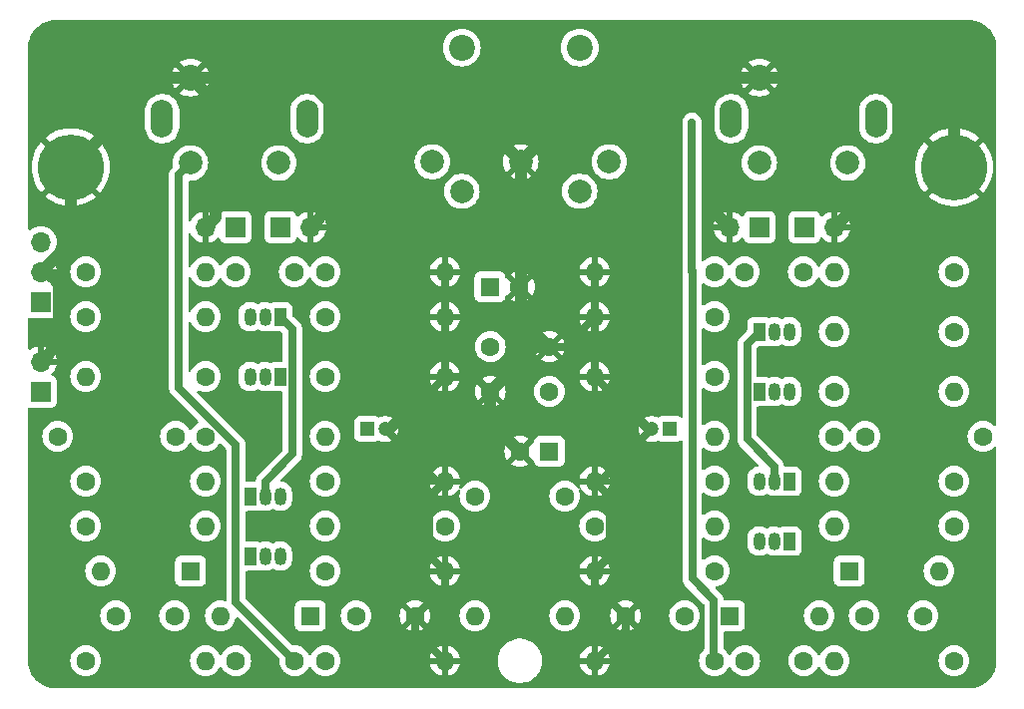
<source format=gtl>
G04 #@! TF.GenerationSoftware,KiCad,Pcbnew,8.0.9*
G04 #@! TF.CreationDate,2025-03-02T14:07:42+01:00*
G04 #@! TF.ProjectId,cjss103,636a7373-3130-4332-9e6b-696361645f70,rev?*
G04 #@! TF.SameCoordinates,Original*
G04 #@! TF.FileFunction,Copper,L1,Top*
G04 #@! TF.FilePolarity,Positive*
%FSLAX46Y46*%
G04 Gerber Fmt 4.6, Leading zero omitted, Abs format (unit mm)*
G04 Created by KiCad (PCBNEW 8.0.9) date 2025-03-02 14:07:42*
%MOMM*%
%LPD*%
G01*
G04 APERTURE LIST*
G04 #@! TA.AperFunction,ComponentPad*
%ADD10R,1.600000X1.600000*%
G04 #@! TD*
G04 #@! TA.AperFunction,ComponentPad*
%ADD11O,1.600000X1.600000*%
G04 #@! TD*
G04 #@! TA.AperFunction,ComponentPad*
%ADD12C,1.600000*%
G04 #@! TD*
G04 #@! TA.AperFunction,ComponentPad*
%ADD13R,1.050000X1.500000*%
G04 #@! TD*
G04 #@! TA.AperFunction,ComponentPad*
%ADD14O,1.050000X1.500000*%
G04 #@! TD*
G04 #@! TA.AperFunction,ComponentPad*
%ADD15R,1.700000X1.700000*%
G04 #@! TD*
G04 #@! TA.AperFunction,ComponentPad*
%ADD16O,1.700000X1.700000*%
G04 #@! TD*
G04 #@! TA.AperFunction,ComponentPad*
%ADD17C,5.600000*%
G04 #@! TD*
G04 #@! TA.AperFunction,ComponentPad*
%ADD18C,2.200000*%
G04 #@! TD*
G04 #@! TA.AperFunction,ComponentPad*
%ADD19C,2.000000*%
G04 #@! TD*
G04 #@! TA.AperFunction,WasherPad*
%ADD20O,1.900000X3.200000*%
G04 #@! TD*
G04 #@! TA.AperFunction,ComponentPad*
%ADD21R,1.200000X1.200000*%
G04 #@! TD*
G04 #@! TA.AperFunction,ComponentPad*
%ADD22C,1.200000*%
G04 #@! TD*
G04 #@! TA.AperFunction,ViaPad*
%ADD23C,0.600000*%
G04 #@! TD*
G04 #@! TA.AperFunction,Conductor*
%ADD24C,1.000000*%
G04 #@! TD*
G04 #@! TA.AperFunction,Conductor*
%ADD25C,0.635000*%
G04 #@! TD*
G04 APERTURE END LIST*
D10*
X109220000Y-69850000D03*
D11*
X101600000Y-69850000D03*
D12*
X107950000Y-58420000D03*
X97950000Y-58420000D03*
X161250000Y-77470000D03*
X156250000Y-77470000D03*
X173990000Y-77470000D03*
D11*
X163830000Y-77470000D03*
D12*
X153670000Y-77470000D03*
D11*
X143510000Y-77470000D03*
D10*
X165100000Y-69850000D03*
D11*
X172720000Y-69850000D03*
D12*
X143510000Y-66040000D03*
D11*
X153670000Y-66040000D03*
D13*
X160020000Y-67310000D03*
D14*
X158750000Y-67310000D03*
X157480000Y-67310000D03*
D15*
X161290000Y-40640000D03*
D16*
X163830000Y-40640000D03*
D12*
X166450000Y-58420000D03*
X176450000Y-58420000D03*
X173990000Y-66040000D03*
D11*
X163830000Y-66040000D03*
D12*
X102870000Y-73660000D03*
X107870000Y-73660000D03*
X163830000Y-58420000D03*
D11*
X153670000Y-58420000D03*
D10*
X139660000Y-59690000D03*
D12*
X137160000Y-59690000D03*
X173990000Y-62230000D03*
D11*
X163830000Y-62230000D03*
D17*
X99060000Y-35560000D03*
D12*
X100330000Y-77470000D03*
D11*
X110490000Y-77470000D03*
D12*
X110490000Y-53340000D03*
D11*
X100330000Y-53340000D03*
D13*
X157480000Y-54610000D03*
D14*
X158750000Y-54610000D03*
X160020000Y-54610000D03*
D15*
X157480000Y-40640000D03*
D16*
X154940000Y-40640000D03*
D12*
X100330000Y-66040000D03*
D11*
X110490000Y-66040000D03*
D12*
X113030000Y-44450000D03*
X118030000Y-44450000D03*
X153670000Y-53340000D03*
D11*
X143510000Y-53340000D03*
D18*
X132240000Y-25400000D03*
X142240000Y-25400000D03*
D19*
X129740000Y-35100000D03*
X137240000Y-35100000D03*
X144740000Y-35100000D03*
X132240000Y-37600000D03*
X142240000Y-37600000D03*
D12*
X153670000Y-62230000D03*
D11*
X143510000Y-62230000D03*
D12*
X146130000Y-73660000D03*
X151130000Y-73660000D03*
X120650000Y-69850000D03*
D11*
X130810000Y-69850000D03*
D12*
X153670000Y-48260000D03*
D11*
X143510000Y-48260000D03*
D12*
X173990000Y-44450000D03*
D11*
X163830000Y-44450000D03*
D12*
X171370000Y-73660000D03*
X166370000Y-73660000D03*
X100330000Y-62230000D03*
D11*
X110490000Y-62230000D03*
D12*
X120650000Y-44450000D03*
D11*
X130810000Y-44450000D03*
D12*
X139660000Y-50800000D03*
X134660000Y-50800000D03*
D10*
X119380000Y-73660000D03*
D11*
X111760000Y-73660000D03*
D15*
X96520000Y-54610000D03*
D16*
X96520000Y-52070000D03*
D12*
X173990000Y-49530000D03*
D11*
X163830000Y-49530000D03*
D13*
X116840000Y-48260000D03*
D14*
X115570000Y-48260000D03*
X114300000Y-48260000D03*
D12*
X120650000Y-48260000D03*
D11*
X130810000Y-48260000D03*
D12*
X120650000Y-53340000D03*
D11*
X130810000Y-53340000D03*
D13*
X160020000Y-62230000D03*
D14*
X158750000Y-62230000D03*
X157480000Y-62230000D03*
D13*
X114300000Y-63500000D03*
D14*
X115570000Y-63500000D03*
X116840000Y-63500000D03*
D10*
X134620000Y-45720000D03*
D12*
X137120000Y-45720000D03*
X120650000Y-77470000D03*
D11*
X130810000Y-77470000D03*
D15*
X116840000Y-40640000D03*
D16*
X119380000Y-40640000D03*
D12*
X133350000Y-63500000D03*
D11*
X133350000Y-73660000D03*
D12*
X113070000Y-77470000D03*
X118070000Y-77470000D03*
X130810000Y-66040000D03*
D11*
X120650000Y-66040000D03*
D10*
X154940000Y-73660000D03*
D11*
X162560000Y-73660000D03*
D12*
X100330000Y-44450000D03*
D11*
X110490000Y-44450000D03*
D12*
X163830000Y-54610000D03*
D11*
X173990000Y-54610000D03*
D12*
X134660000Y-54610000D03*
X139660000Y-54610000D03*
D20*
X119120000Y-31440000D03*
X106820000Y-31440000D03*
D19*
X109220000Y-35190000D03*
X116720000Y-35190000D03*
D18*
X109220000Y-27940000D03*
D13*
X116840000Y-53340000D03*
D14*
X115570000Y-53340000D03*
X114300000Y-53340000D03*
D12*
X100330000Y-48260000D03*
D11*
X110490000Y-48260000D03*
D12*
X161210000Y-44450000D03*
X156210000Y-44450000D03*
D21*
X149860000Y-57785000D03*
D22*
X148360000Y-57785000D03*
D15*
X113030000Y-40640000D03*
D16*
X110490000Y-40640000D03*
D21*
X124230000Y-57785000D03*
D22*
X125730000Y-57785000D03*
D15*
X96520000Y-46990000D03*
D16*
X96520000Y-44450000D03*
X96520000Y-41910000D03*
D13*
X114300000Y-68580000D03*
D14*
X115570000Y-68580000D03*
X116840000Y-68580000D03*
D12*
X153670000Y-69850000D03*
D11*
X143510000Y-69850000D03*
D17*
X173990000Y-35560000D03*
D12*
X110490000Y-58420000D03*
D11*
X120650000Y-58420000D03*
D12*
X140970000Y-63500000D03*
D11*
X140970000Y-73660000D03*
D12*
X128270000Y-73660000D03*
X123270000Y-73660000D03*
X120650000Y-62230000D03*
D11*
X130810000Y-62230000D03*
D13*
X157480000Y-49530000D03*
D14*
X158750000Y-49530000D03*
X160020000Y-49530000D03*
D20*
X167380000Y-31440000D03*
X155080000Y-31440000D03*
D19*
X157480000Y-35190000D03*
X164980000Y-35190000D03*
D18*
X157480000Y-27940000D03*
D12*
X153670000Y-44450000D03*
D11*
X143510000Y-44450000D03*
D23*
X151765000Y-31750000D03*
D24*
X134660000Y-57190000D02*
X137160000Y-59690000D01*
X109220000Y-27940000D02*
X111340000Y-30060000D01*
X169280000Y-28310000D02*
X168910000Y-27940000D01*
D25*
X144827500Y-63547500D02*
X144827500Y-68532500D01*
X147955000Y-57785000D02*
X148360000Y-57785000D01*
D24*
X173990000Y-31600203D02*
X173990000Y-35560000D01*
D25*
X130810000Y-62230000D02*
X129492500Y-63547500D01*
D24*
X121020000Y-30002994D02*
X121020000Y-39000000D01*
D25*
X130175000Y-62230000D02*
X130810000Y-62230000D01*
D24*
X134660000Y-54610000D02*
X134660000Y-57190000D01*
X130080000Y-27940000D02*
X137240000Y-35100000D01*
D25*
X125730000Y-57785000D02*
X130175000Y-62230000D01*
D24*
X96520000Y-44450000D02*
X97080000Y-44450000D01*
D25*
X130810000Y-44450000D02*
X130810000Y-53340000D01*
X128270000Y-73660000D02*
X128270000Y-74930000D01*
X148360000Y-57785000D02*
X143915000Y-62230000D01*
D24*
X137240000Y-35100000D02*
X137240000Y-48380000D01*
X106680000Y-27940000D02*
X109220000Y-27940000D01*
X154940000Y-27940000D02*
X157480000Y-27940000D01*
D25*
X146130000Y-74850000D02*
X143510000Y-77470000D01*
D24*
X163830000Y-40640000D02*
X169280000Y-35190000D01*
D25*
X140970000Y-50800000D02*
X143510000Y-48260000D01*
D24*
X157480000Y-27940000D02*
X168910000Y-27940000D01*
D25*
X133390000Y-53340000D02*
X134660000Y-54610000D01*
D24*
X121020000Y-39000000D02*
X119380000Y-40640000D01*
X99060000Y-35560000D02*
X106680000Y-27940000D01*
D25*
X143915000Y-62230000D02*
X143510000Y-62230000D01*
X129492500Y-68532500D02*
X130810000Y-69850000D01*
X130810000Y-71120000D02*
X128270000Y-73660000D01*
D24*
X111340000Y-39790000D02*
X110490000Y-40640000D01*
D25*
X143510000Y-71040000D02*
X146130000Y-73660000D01*
X126365000Y-57785000D02*
X125730000Y-57785000D01*
D24*
X118957006Y-27940000D02*
X121020000Y-30002994D01*
D25*
X128270000Y-74930000D02*
X130810000Y-77470000D01*
X144827500Y-68532500D02*
X143510000Y-69850000D01*
X143510000Y-62230000D02*
X144827500Y-63547500D01*
D24*
X109220000Y-27940000D02*
X118957006Y-27940000D01*
D25*
X130810000Y-53340000D02*
X133390000Y-53340000D01*
D24*
X137240000Y-48380000D02*
X139660000Y-50800000D01*
X138470000Y-50800000D02*
X134660000Y-54610000D01*
X99060000Y-35560000D02*
X99060000Y-41910000D01*
D25*
X130810000Y-53340000D02*
X126365000Y-57785000D01*
D24*
X139660000Y-50800000D02*
X138470000Y-50800000D01*
D25*
X146130000Y-73660000D02*
X146130000Y-74850000D01*
D24*
X111340000Y-30060000D02*
X111340000Y-39790000D01*
X170329797Y-27940000D02*
X173990000Y-31600203D01*
D25*
X143510000Y-48260000D02*
X143510000Y-53340000D01*
D24*
X99060000Y-41910000D02*
X96520000Y-44450000D01*
D25*
X139660000Y-50800000D02*
X140970000Y-50800000D01*
D24*
X137240000Y-35100000D02*
X144400000Y-27940000D01*
D25*
X143510000Y-69850000D02*
X143510000Y-71040000D01*
D24*
X168910000Y-27940000D02*
X170329797Y-27940000D01*
D25*
X143510000Y-53340000D02*
X147955000Y-57785000D01*
X129492500Y-63547500D02*
X129492500Y-68532500D01*
D24*
X98070000Y-50520000D02*
X96520000Y-52070000D01*
X118957006Y-27940000D02*
X130080000Y-27940000D01*
X153180000Y-29700000D02*
X154940000Y-27940000D01*
D25*
X130810000Y-69850000D02*
X130810000Y-71120000D01*
D24*
X97080000Y-44450000D02*
X98070000Y-45440000D01*
X98070000Y-45440000D02*
X98070000Y-50520000D01*
X144400000Y-27940000D02*
X154940000Y-27940000D01*
X154940000Y-40640000D02*
X153180000Y-38880000D01*
X153180000Y-38880000D02*
X153180000Y-29700000D01*
X169280000Y-35190000D02*
X169280000Y-28310000D01*
D25*
X143510000Y-44450000D02*
X143510000Y-48260000D01*
X109220000Y-35190000D02*
X108220000Y-36190000D01*
X113077500Y-59144273D02*
X113077500Y-72477500D01*
X108220000Y-36190000D02*
X108220000Y-54286773D01*
X113077500Y-72477500D02*
X118070000Y-77470000D01*
X108220000Y-54286773D02*
X113077500Y-59144273D01*
X151785887Y-70505887D02*
X153622500Y-72342500D01*
X151785887Y-44429113D02*
X151785887Y-70505887D01*
X153622500Y-77422500D02*
X153670000Y-77470000D01*
X153622500Y-72342500D02*
X153622500Y-77422500D01*
X151765000Y-44408227D02*
X151765000Y-31750000D01*
X151785887Y-44429113D02*
X151765000Y-44408227D01*
X156437500Y-58647500D02*
X158750000Y-60960000D01*
X158750000Y-60960000D02*
X158750000Y-62230000D01*
X156437500Y-50572500D02*
X156437500Y-58647500D01*
X157480000Y-49530000D02*
X156437500Y-50572500D01*
X116840000Y-48260000D02*
X117882500Y-49302500D01*
X117882500Y-49302500D02*
X117882500Y-59917500D01*
X115570000Y-62230000D02*
X115570000Y-63500000D01*
X117882500Y-59917500D02*
X115570000Y-62230000D01*
G04 #@! TA.AperFunction,Conductor*
G36*
X175263736Y-23060726D02*
G01*
X175534510Y-23077105D01*
X175549374Y-23078910D01*
X175812507Y-23127131D01*
X175827044Y-23130714D01*
X176082435Y-23210298D01*
X176096427Y-23215603D01*
X176340381Y-23325398D01*
X176353639Y-23332356D01*
X176582574Y-23470752D01*
X176594885Y-23479250D01*
X176805473Y-23644235D01*
X176816681Y-23654165D01*
X177005834Y-23843318D01*
X177015764Y-23854526D01*
X177105866Y-23969533D01*
X177180745Y-24065108D01*
X177189249Y-24077428D01*
X177203596Y-24101161D01*
X177327642Y-24306359D01*
X177334601Y-24319618D01*
X177444394Y-24563568D01*
X177449703Y-24577569D01*
X177529284Y-24832954D01*
X177532868Y-24847492D01*
X177581089Y-25110625D01*
X177582894Y-25125489D01*
X177599274Y-25396261D01*
X177599500Y-25403749D01*
X177599500Y-57430951D01*
X177579815Y-57497990D01*
X177527011Y-57543745D01*
X177457853Y-57553689D01*
X177394297Y-57524664D01*
X177387819Y-57518632D01*
X177289141Y-57419954D01*
X177102734Y-57289432D01*
X177102732Y-57289431D01*
X176896497Y-57193261D01*
X176896488Y-57193258D01*
X176676697Y-57134366D01*
X176676693Y-57134365D01*
X176676692Y-57134365D01*
X176676691Y-57134364D01*
X176676686Y-57134364D01*
X176450002Y-57114532D01*
X176449998Y-57114532D01*
X176223313Y-57134364D01*
X176223302Y-57134366D01*
X176003511Y-57193258D01*
X176003502Y-57193261D01*
X175797267Y-57289431D01*
X175797265Y-57289432D01*
X175610858Y-57419954D01*
X175449954Y-57580858D01*
X175319432Y-57767265D01*
X175319431Y-57767267D01*
X175223261Y-57973502D01*
X175223258Y-57973511D01*
X175164366Y-58193302D01*
X175164364Y-58193313D01*
X175144532Y-58419998D01*
X175144532Y-58420001D01*
X175164364Y-58646686D01*
X175164366Y-58646697D01*
X175223258Y-58866488D01*
X175223261Y-58866497D01*
X175319431Y-59072732D01*
X175319432Y-59072734D01*
X175449954Y-59259141D01*
X175610858Y-59420045D01*
X175610861Y-59420047D01*
X175797266Y-59550568D01*
X176003504Y-59646739D01*
X176223308Y-59705635D01*
X176385230Y-59719801D01*
X176449998Y-59725468D01*
X176450000Y-59725468D01*
X176450002Y-59725468D01*
X176506673Y-59720509D01*
X176676692Y-59705635D01*
X176896496Y-59646739D01*
X177102734Y-59550568D01*
X177289139Y-59420047D01*
X177329544Y-59379642D01*
X177387819Y-59321368D01*
X177449142Y-59287883D01*
X177518834Y-59292867D01*
X177574767Y-59334739D01*
X177599184Y-59400203D01*
X177599500Y-59409049D01*
X177599500Y-77466249D01*
X177599274Y-77473737D01*
X177582894Y-77744510D01*
X177581089Y-77759374D01*
X177532868Y-78022507D01*
X177529284Y-78037045D01*
X177449703Y-78292430D01*
X177444394Y-78306431D01*
X177334601Y-78550381D01*
X177327642Y-78563640D01*
X177189251Y-78792568D01*
X177180745Y-78804891D01*
X177015764Y-79015473D01*
X177005834Y-79026681D01*
X176816681Y-79215834D01*
X176805473Y-79225764D01*
X176594891Y-79390745D01*
X176582568Y-79399251D01*
X176353640Y-79537642D01*
X176340381Y-79544601D01*
X176096431Y-79654394D01*
X176082430Y-79659703D01*
X175827045Y-79739284D01*
X175812507Y-79742868D01*
X175549374Y-79791089D01*
X175534510Y-79792894D01*
X175279690Y-79808308D01*
X175263735Y-79809274D01*
X175256249Y-79809500D01*
X97793751Y-79809500D01*
X97786264Y-79809274D01*
X97515490Y-79792894D01*
X97500625Y-79791089D01*
X97237492Y-79742868D01*
X97222954Y-79739284D01*
X96967569Y-79659703D01*
X96953568Y-79654394D01*
X96709618Y-79544601D01*
X96696359Y-79537642D01*
X96467431Y-79399251D01*
X96455108Y-79390745D01*
X96244526Y-79225764D01*
X96233318Y-79215834D01*
X96044165Y-79026681D01*
X96034235Y-79015473D01*
X95933479Y-78886868D01*
X95869250Y-78804885D01*
X95860752Y-78792574D01*
X95722356Y-78563639D01*
X95715398Y-78550381D01*
X95605605Y-78306431D01*
X95600296Y-78292430D01*
X95580799Y-78229863D01*
X95520714Y-78037044D01*
X95517131Y-78022507D01*
X95468910Y-77759374D01*
X95467105Y-77744509D01*
X95465622Y-77720000D01*
X95450726Y-77473736D01*
X95450613Y-77469998D01*
X99024532Y-77469998D01*
X99024532Y-77470001D01*
X99044364Y-77696686D01*
X99044366Y-77696697D01*
X99103258Y-77916488D01*
X99103261Y-77916497D01*
X99199431Y-78122732D01*
X99199432Y-78122734D01*
X99329954Y-78309141D01*
X99490858Y-78470045D01*
X99490861Y-78470047D01*
X99677266Y-78600568D01*
X99883504Y-78696739D01*
X100103308Y-78755635D01*
X100265230Y-78769801D01*
X100329998Y-78775468D01*
X100330000Y-78775468D01*
X100330002Y-78775468D01*
X100386673Y-78770509D01*
X100556692Y-78755635D01*
X100776496Y-78696739D01*
X100982734Y-78600568D01*
X101169139Y-78470047D01*
X101330047Y-78309139D01*
X101460568Y-78122734D01*
X101556739Y-77916496D01*
X101615635Y-77696692D01*
X101635468Y-77470000D01*
X101635468Y-77469998D01*
X109184532Y-77469998D01*
X109184532Y-77470001D01*
X109204364Y-77696686D01*
X109204366Y-77696697D01*
X109263258Y-77916488D01*
X109263261Y-77916497D01*
X109359431Y-78122732D01*
X109359432Y-78122734D01*
X109489954Y-78309141D01*
X109650858Y-78470045D01*
X109650861Y-78470047D01*
X109837266Y-78600568D01*
X110043504Y-78696739D01*
X110263308Y-78755635D01*
X110425230Y-78769801D01*
X110489998Y-78775468D01*
X110490000Y-78775468D01*
X110490002Y-78775468D01*
X110546673Y-78770509D01*
X110716692Y-78755635D01*
X110936496Y-78696739D01*
X111142734Y-78600568D01*
X111329139Y-78470047D01*
X111490047Y-78309139D01*
X111620568Y-78122734D01*
X111667618Y-78021834D01*
X111713790Y-77969396D01*
X111780984Y-77950244D01*
X111847865Y-77970460D01*
X111892381Y-78021834D01*
X111917529Y-78075764D01*
X111939431Y-78122732D01*
X111939432Y-78122734D01*
X112069954Y-78309141D01*
X112230858Y-78470045D01*
X112230861Y-78470047D01*
X112417266Y-78600568D01*
X112623504Y-78696739D01*
X112843308Y-78755635D01*
X113005230Y-78769801D01*
X113069998Y-78775468D01*
X113070000Y-78775468D01*
X113070002Y-78775468D01*
X113126673Y-78770509D01*
X113296692Y-78755635D01*
X113516496Y-78696739D01*
X113722734Y-78600568D01*
X113909139Y-78470047D01*
X114070047Y-78309139D01*
X114200568Y-78122734D01*
X114296739Y-77916496D01*
X114355635Y-77696692D01*
X114375468Y-77470000D01*
X114355635Y-77243308D01*
X114296739Y-77023504D01*
X114200568Y-76817266D01*
X114070047Y-76630861D01*
X114070045Y-76630858D01*
X113909141Y-76469954D01*
X113722734Y-76339432D01*
X113722732Y-76339431D01*
X113516497Y-76243261D01*
X113516488Y-76243258D01*
X113296697Y-76184366D01*
X113296693Y-76184365D01*
X113296692Y-76184365D01*
X113296691Y-76184364D01*
X113296686Y-76184364D01*
X113070002Y-76164532D01*
X113069998Y-76164532D01*
X112843313Y-76184364D01*
X112843302Y-76184366D01*
X112623511Y-76243258D01*
X112623502Y-76243261D01*
X112417267Y-76339431D01*
X112417265Y-76339432D01*
X112230858Y-76469954D01*
X112069954Y-76630858D01*
X111939432Y-76817265D01*
X111939431Y-76817267D01*
X111892382Y-76918164D01*
X111846209Y-76970603D01*
X111779016Y-76989755D01*
X111712134Y-76969539D01*
X111667618Y-76918164D01*
X111654714Y-76890492D01*
X111620568Y-76817266D01*
X111490047Y-76630861D01*
X111490045Y-76630858D01*
X111329141Y-76469954D01*
X111142734Y-76339432D01*
X111142732Y-76339431D01*
X110936497Y-76243261D01*
X110936488Y-76243258D01*
X110716697Y-76184366D01*
X110716693Y-76184365D01*
X110716692Y-76184365D01*
X110716691Y-76184364D01*
X110716686Y-76184364D01*
X110490002Y-76164532D01*
X110489998Y-76164532D01*
X110263313Y-76184364D01*
X110263302Y-76184366D01*
X110043511Y-76243258D01*
X110043502Y-76243261D01*
X109837267Y-76339431D01*
X109837265Y-76339432D01*
X109650858Y-76469954D01*
X109489954Y-76630858D01*
X109359432Y-76817265D01*
X109359431Y-76817267D01*
X109263261Y-77023502D01*
X109263258Y-77023511D01*
X109204366Y-77243302D01*
X109204364Y-77243313D01*
X109184532Y-77469998D01*
X101635468Y-77469998D01*
X101615635Y-77243308D01*
X101556739Y-77023504D01*
X101460568Y-76817266D01*
X101330047Y-76630861D01*
X101330045Y-76630858D01*
X101169141Y-76469954D01*
X100982734Y-76339432D01*
X100982732Y-76339431D01*
X100776497Y-76243261D01*
X100776488Y-76243258D01*
X100556697Y-76184366D01*
X100556693Y-76184365D01*
X100556692Y-76184365D01*
X100556691Y-76184364D01*
X100556686Y-76184364D01*
X100330002Y-76164532D01*
X100329998Y-76164532D01*
X100103313Y-76184364D01*
X100103302Y-76184366D01*
X99883511Y-76243258D01*
X99883502Y-76243261D01*
X99677267Y-76339431D01*
X99677265Y-76339432D01*
X99490858Y-76469954D01*
X99329954Y-76630858D01*
X99199432Y-76817265D01*
X99199431Y-76817267D01*
X99103261Y-77023502D01*
X99103258Y-77023511D01*
X99044366Y-77243302D01*
X99044364Y-77243313D01*
X99024532Y-77469998D01*
X95450613Y-77469998D01*
X95450500Y-77466249D01*
X95450500Y-73659998D01*
X101564532Y-73659998D01*
X101564532Y-73660001D01*
X101584364Y-73886686D01*
X101584366Y-73886697D01*
X101643258Y-74106488D01*
X101643261Y-74106497D01*
X101739431Y-74312732D01*
X101739432Y-74312734D01*
X101869954Y-74499141D01*
X102030858Y-74660045D01*
X102030861Y-74660047D01*
X102217266Y-74790568D01*
X102423504Y-74886739D01*
X102643308Y-74945635D01*
X102805230Y-74959801D01*
X102869998Y-74965468D01*
X102870000Y-74965468D01*
X102870002Y-74965468D01*
X102926807Y-74960498D01*
X103096692Y-74945635D01*
X103316496Y-74886739D01*
X103522734Y-74790568D01*
X103709139Y-74660047D01*
X103870047Y-74499139D01*
X104000568Y-74312734D01*
X104096739Y-74106496D01*
X104155635Y-73886692D01*
X104175468Y-73660000D01*
X104175468Y-73659998D01*
X106564532Y-73659998D01*
X106564532Y-73660001D01*
X106584364Y-73886686D01*
X106584366Y-73886697D01*
X106643258Y-74106488D01*
X106643261Y-74106497D01*
X106739431Y-74312732D01*
X106739432Y-74312734D01*
X106869954Y-74499141D01*
X107030858Y-74660045D01*
X107030861Y-74660047D01*
X107217266Y-74790568D01*
X107423504Y-74886739D01*
X107643308Y-74945635D01*
X107805230Y-74959801D01*
X107869998Y-74965468D01*
X107870000Y-74965468D01*
X107870002Y-74965468D01*
X107926807Y-74960498D01*
X108096692Y-74945635D01*
X108316496Y-74886739D01*
X108522734Y-74790568D01*
X108709139Y-74660047D01*
X108870047Y-74499139D01*
X109000568Y-74312734D01*
X109096739Y-74106496D01*
X109155635Y-73886692D01*
X109175468Y-73660000D01*
X109155635Y-73433308D01*
X109096739Y-73213504D01*
X109000568Y-73007266D01*
X108870047Y-72820861D01*
X108870045Y-72820858D01*
X108709141Y-72659954D01*
X108522734Y-72529432D01*
X108522732Y-72529431D01*
X108316497Y-72433261D01*
X108316488Y-72433258D01*
X108096697Y-72374366D01*
X108096693Y-72374365D01*
X108096692Y-72374365D01*
X108096691Y-72374364D01*
X108096686Y-72374364D01*
X107870002Y-72354532D01*
X107869998Y-72354532D01*
X107643313Y-72374364D01*
X107643302Y-72374366D01*
X107423511Y-72433258D01*
X107423502Y-72433261D01*
X107217267Y-72529431D01*
X107217265Y-72529432D01*
X107030858Y-72659954D01*
X106869954Y-72820858D01*
X106739432Y-73007265D01*
X106739431Y-73007267D01*
X106643261Y-73213502D01*
X106643258Y-73213511D01*
X106584366Y-73433302D01*
X106584364Y-73433313D01*
X106564532Y-73659998D01*
X104175468Y-73659998D01*
X104155635Y-73433308D01*
X104096739Y-73213504D01*
X104000568Y-73007266D01*
X103870047Y-72820861D01*
X103870045Y-72820858D01*
X103709141Y-72659954D01*
X103522734Y-72529432D01*
X103522732Y-72529431D01*
X103316497Y-72433261D01*
X103316488Y-72433258D01*
X103096697Y-72374366D01*
X103096693Y-72374365D01*
X103096692Y-72374365D01*
X103096691Y-72374364D01*
X103096686Y-72374364D01*
X102870002Y-72354532D01*
X102869998Y-72354532D01*
X102643313Y-72374364D01*
X102643302Y-72374366D01*
X102423511Y-72433258D01*
X102423502Y-72433261D01*
X102217267Y-72529431D01*
X102217265Y-72529432D01*
X102030858Y-72659954D01*
X101869954Y-72820858D01*
X101739432Y-73007265D01*
X101739431Y-73007267D01*
X101643261Y-73213502D01*
X101643258Y-73213511D01*
X101584366Y-73433302D01*
X101584364Y-73433313D01*
X101564532Y-73659998D01*
X95450500Y-73659998D01*
X95450500Y-69849998D01*
X100294532Y-69849998D01*
X100294532Y-69850001D01*
X100314364Y-70076686D01*
X100314366Y-70076697D01*
X100373258Y-70296488D01*
X100373261Y-70296497D01*
X100469431Y-70502732D01*
X100469432Y-70502734D01*
X100599954Y-70689141D01*
X100760858Y-70850045D01*
X100760861Y-70850047D01*
X100947266Y-70980568D01*
X101153504Y-71076739D01*
X101373308Y-71135635D01*
X101514835Y-71148017D01*
X101599998Y-71155468D01*
X101600000Y-71155468D01*
X101600002Y-71155468D01*
X101656807Y-71150498D01*
X101826692Y-71135635D01*
X102046496Y-71076739D01*
X102252734Y-70980568D01*
X102439139Y-70850047D01*
X102600047Y-70689139D01*
X102730568Y-70502734D01*
X102826739Y-70296496D01*
X102885635Y-70076692D01*
X102905468Y-69850000D01*
X102885635Y-69623308D01*
X102826739Y-69403504D01*
X102730568Y-69197266D01*
X102600047Y-69010861D01*
X102600045Y-69010858D01*
X102591322Y-69002135D01*
X107919500Y-69002135D01*
X107919500Y-70697870D01*
X107919501Y-70697876D01*
X107925908Y-70757483D01*
X107976202Y-70892328D01*
X107976206Y-70892335D01*
X108062452Y-71007544D01*
X108062455Y-71007547D01*
X108177664Y-71093793D01*
X108177671Y-71093797D01*
X108312517Y-71144091D01*
X108312516Y-71144091D01*
X108319444Y-71144835D01*
X108372127Y-71150500D01*
X110067872Y-71150499D01*
X110127483Y-71144091D01*
X110262331Y-71093796D01*
X110377546Y-71007546D01*
X110463796Y-70892331D01*
X110514091Y-70757483D01*
X110520500Y-70697873D01*
X110520499Y-69002128D01*
X110514091Y-68942517D01*
X110500472Y-68906003D01*
X110463797Y-68807671D01*
X110463793Y-68807664D01*
X110377547Y-68692455D01*
X110377544Y-68692452D01*
X110262335Y-68606206D01*
X110262328Y-68606202D01*
X110127482Y-68555908D01*
X110127483Y-68555908D01*
X110067883Y-68549501D01*
X110067881Y-68549500D01*
X110067873Y-68549500D01*
X110067864Y-68549500D01*
X108372129Y-68549500D01*
X108372123Y-68549501D01*
X108312516Y-68555908D01*
X108177671Y-68606202D01*
X108177664Y-68606206D01*
X108062455Y-68692452D01*
X108062452Y-68692455D01*
X107976206Y-68807664D01*
X107976202Y-68807671D01*
X107925908Y-68942517D01*
X107919501Y-69002116D01*
X107919501Y-69002123D01*
X107919500Y-69002135D01*
X102591322Y-69002135D01*
X102439141Y-68849954D01*
X102252734Y-68719432D01*
X102252732Y-68719431D01*
X102046497Y-68623261D01*
X102046488Y-68623258D01*
X101826697Y-68564366D01*
X101826693Y-68564365D01*
X101826692Y-68564365D01*
X101826691Y-68564364D01*
X101826686Y-68564364D01*
X101600002Y-68544532D01*
X101599998Y-68544532D01*
X101373313Y-68564364D01*
X101373302Y-68564366D01*
X101153511Y-68623258D01*
X101153502Y-68623261D01*
X100947267Y-68719431D01*
X100947265Y-68719432D01*
X100760858Y-68849954D01*
X100599954Y-69010858D01*
X100469432Y-69197265D01*
X100469431Y-69197267D01*
X100373261Y-69403502D01*
X100373258Y-69403511D01*
X100314366Y-69623302D01*
X100314364Y-69623313D01*
X100294532Y-69849998D01*
X95450500Y-69849998D01*
X95450500Y-66039998D01*
X99024532Y-66039998D01*
X99024532Y-66040001D01*
X99044364Y-66266686D01*
X99044366Y-66266697D01*
X99103258Y-66486488D01*
X99103261Y-66486497D01*
X99199431Y-66692732D01*
X99199432Y-66692734D01*
X99329954Y-66879141D01*
X99490858Y-67040045D01*
X99490861Y-67040047D01*
X99677266Y-67170568D01*
X99883504Y-67266739D01*
X100103308Y-67325635D01*
X100265230Y-67339801D01*
X100329998Y-67345468D01*
X100330000Y-67345468D01*
X100330002Y-67345468D01*
X100386673Y-67340509D01*
X100556692Y-67325635D01*
X100776496Y-67266739D01*
X100982734Y-67170568D01*
X101169139Y-67040047D01*
X101330047Y-66879139D01*
X101460568Y-66692734D01*
X101556739Y-66486496D01*
X101615635Y-66266692D01*
X101635468Y-66040000D01*
X101635468Y-66039998D01*
X109184532Y-66039998D01*
X109184532Y-66040001D01*
X109204364Y-66266686D01*
X109204366Y-66266697D01*
X109263258Y-66486488D01*
X109263261Y-66486497D01*
X109359431Y-66692732D01*
X109359432Y-66692734D01*
X109489954Y-66879141D01*
X109650858Y-67040045D01*
X109650861Y-67040047D01*
X109837266Y-67170568D01*
X110043504Y-67266739D01*
X110263308Y-67325635D01*
X110425230Y-67339801D01*
X110489998Y-67345468D01*
X110490000Y-67345468D01*
X110490002Y-67345468D01*
X110546673Y-67340509D01*
X110716692Y-67325635D01*
X110936496Y-67266739D01*
X111142734Y-67170568D01*
X111329139Y-67040047D01*
X111490047Y-66879139D01*
X111620568Y-66692734D01*
X111716739Y-66486496D01*
X111775635Y-66266692D01*
X111795468Y-66040000D01*
X111775635Y-65813308D01*
X111716739Y-65593504D01*
X111620568Y-65387266D01*
X111490047Y-65200861D01*
X111490045Y-65200858D01*
X111329141Y-65039954D01*
X111142734Y-64909432D01*
X111142732Y-64909431D01*
X110936497Y-64813261D01*
X110936488Y-64813258D01*
X110716697Y-64754366D01*
X110716693Y-64754365D01*
X110716692Y-64754365D01*
X110716691Y-64754364D01*
X110716686Y-64754364D01*
X110490002Y-64734532D01*
X110489998Y-64734532D01*
X110263313Y-64754364D01*
X110263302Y-64754366D01*
X110043511Y-64813258D01*
X110043502Y-64813261D01*
X109837267Y-64909431D01*
X109837265Y-64909432D01*
X109650858Y-65039954D01*
X109489954Y-65200858D01*
X109359432Y-65387265D01*
X109359431Y-65387267D01*
X109263261Y-65593502D01*
X109263258Y-65593511D01*
X109204366Y-65813302D01*
X109204364Y-65813313D01*
X109184532Y-66039998D01*
X101635468Y-66039998D01*
X101615635Y-65813308D01*
X101556739Y-65593504D01*
X101460568Y-65387266D01*
X101330047Y-65200861D01*
X101330045Y-65200858D01*
X101169141Y-65039954D01*
X100982734Y-64909432D01*
X100982732Y-64909431D01*
X100776497Y-64813261D01*
X100776488Y-64813258D01*
X100556697Y-64754366D01*
X100556693Y-64754365D01*
X100556692Y-64754365D01*
X100556691Y-64754364D01*
X100556686Y-64754364D01*
X100330002Y-64734532D01*
X100329998Y-64734532D01*
X100103313Y-64754364D01*
X100103302Y-64754366D01*
X99883511Y-64813258D01*
X99883502Y-64813261D01*
X99677267Y-64909431D01*
X99677265Y-64909432D01*
X99490858Y-65039954D01*
X99329954Y-65200858D01*
X99199432Y-65387265D01*
X99199431Y-65387267D01*
X99103261Y-65593502D01*
X99103258Y-65593511D01*
X99044366Y-65813302D01*
X99044364Y-65813313D01*
X99024532Y-66039998D01*
X95450500Y-66039998D01*
X95450500Y-62229998D01*
X99024532Y-62229998D01*
X99024532Y-62230001D01*
X99044364Y-62456686D01*
X99044366Y-62456697D01*
X99103258Y-62676488D01*
X99103261Y-62676497D01*
X99199431Y-62882732D01*
X99199432Y-62882734D01*
X99329954Y-63069141D01*
X99490858Y-63230045D01*
X99490861Y-63230047D01*
X99677266Y-63360568D01*
X99883504Y-63456739D01*
X100103308Y-63515635D01*
X100265230Y-63529801D01*
X100329998Y-63535468D01*
X100330000Y-63535468D01*
X100330002Y-63535468D01*
X100386673Y-63530509D01*
X100556692Y-63515635D01*
X100776496Y-63456739D01*
X100982734Y-63360568D01*
X101169139Y-63230047D01*
X101330047Y-63069139D01*
X101460568Y-62882734D01*
X101556739Y-62676496D01*
X101615635Y-62456692D01*
X101635468Y-62230000D01*
X101635468Y-62229998D01*
X109184532Y-62229998D01*
X109184532Y-62230001D01*
X109204364Y-62456686D01*
X109204366Y-62456697D01*
X109263258Y-62676488D01*
X109263261Y-62676497D01*
X109359431Y-62882732D01*
X109359432Y-62882734D01*
X109489954Y-63069141D01*
X109650858Y-63230045D01*
X109650861Y-63230047D01*
X109837266Y-63360568D01*
X110043504Y-63456739D01*
X110263308Y-63515635D01*
X110425230Y-63529801D01*
X110489998Y-63535468D01*
X110490000Y-63535468D01*
X110490002Y-63535468D01*
X110546673Y-63530509D01*
X110716692Y-63515635D01*
X110936496Y-63456739D01*
X111142734Y-63360568D01*
X111329139Y-63230047D01*
X111490047Y-63069139D01*
X111620568Y-62882734D01*
X111716739Y-62676496D01*
X111775635Y-62456692D01*
X111795468Y-62230000D01*
X111793858Y-62211602D01*
X111775635Y-62003313D01*
X111775635Y-62003308D01*
X111716739Y-61783504D01*
X111620568Y-61577266D01*
X111490047Y-61390861D01*
X111490045Y-61390858D01*
X111329141Y-61229954D01*
X111142734Y-61099432D01*
X111142732Y-61099431D01*
X110936497Y-61003261D01*
X110936488Y-61003258D01*
X110716697Y-60944366D01*
X110716693Y-60944365D01*
X110716692Y-60944365D01*
X110716691Y-60944364D01*
X110716686Y-60944364D01*
X110490002Y-60924532D01*
X110489998Y-60924532D01*
X110263313Y-60944364D01*
X110263302Y-60944366D01*
X110043511Y-61003258D01*
X110043502Y-61003261D01*
X109837267Y-61099431D01*
X109837265Y-61099432D01*
X109650858Y-61229954D01*
X109489954Y-61390858D01*
X109359432Y-61577265D01*
X109359431Y-61577267D01*
X109263261Y-61783502D01*
X109263258Y-61783511D01*
X109204366Y-62003302D01*
X109204364Y-62003313D01*
X109184532Y-62229998D01*
X101635468Y-62229998D01*
X101633858Y-62211602D01*
X101615635Y-62003313D01*
X101615635Y-62003308D01*
X101556739Y-61783504D01*
X101460568Y-61577266D01*
X101330047Y-61390861D01*
X101330045Y-61390858D01*
X101169141Y-61229954D01*
X100982734Y-61099432D01*
X100982732Y-61099431D01*
X100776497Y-61003261D01*
X100776488Y-61003258D01*
X100556697Y-60944366D01*
X100556693Y-60944365D01*
X100556692Y-60944365D01*
X100556691Y-60944364D01*
X100556686Y-60944364D01*
X100330002Y-60924532D01*
X100329998Y-60924532D01*
X100103313Y-60944364D01*
X100103302Y-60944366D01*
X99883511Y-61003258D01*
X99883502Y-61003261D01*
X99677267Y-61099431D01*
X99677265Y-61099432D01*
X99490858Y-61229954D01*
X99329954Y-61390858D01*
X99199432Y-61577265D01*
X99199431Y-61577267D01*
X99103261Y-61783502D01*
X99103258Y-61783511D01*
X99044366Y-62003302D01*
X99044364Y-62003313D01*
X99024532Y-62229998D01*
X95450500Y-62229998D01*
X95450500Y-58419998D01*
X96644532Y-58419998D01*
X96644532Y-58420001D01*
X96664364Y-58646686D01*
X96664366Y-58646697D01*
X96723258Y-58866488D01*
X96723261Y-58866497D01*
X96819431Y-59072732D01*
X96819432Y-59072734D01*
X96949954Y-59259141D01*
X97110858Y-59420045D01*
X97110861Y-59420047D01*
X97297266Y-59550568D01*
X97503504Y-59646739D01*
X97723308Y-59705635D01*
X97885230Y-59719801D01*
X97949998Y-59725468D01*
X97950000Y-59725468D01*
X97950002Y-59725468D01*
X98006673Y-59720509D01*
X98176692Y-59705635D01*
X98396496Y-59646739D01*
X98602734Y-59550568D01*
X98789139Y-59420047D01*
X98950047Y-59259139D01*
X99080568Y-59072734D01*
X99176739Y-58866496D01*
X99235635Y-58646692D01*
X99253176Y-58446202D01*
X99255468Y-58420001D01*
X99255468Y-58419998D01*
X106644532Y-58419998D01*
X106644532Y-58420001D01*
X106664364Y-58646686D01*
X106664366Y-58646697D01*
X106723258Y-58866488D01*
X106723261Y-58866497D01*
X106819431Y-59072732D01*
X106819432Y-59072734D01*
X106949954Y-59259141D01*
X107110858Y-59420045D01*
X107110861Y-59420047D01*
X107297266Y-59550568D01*
X107503504Y-59646739D01*
X107723308Y-59705635D01*
X107885230Y-59719801D01*
X107949998Y-59725468D01*
X107950000Y-59725468D01*
X107950002Y-59725468D01*
X108006673Y-59720509D01*
X108176692Y-59705635D01*
X108396496Y-59646739D01*
X108602734Y-59550568D01*
X108789139Y-59420047D01*
X108950047Y-59259139D01*
X109080568Y-59072734D01*
X109107618Y-59014724D01*
X109153790Y-58962285D01*
X109220983Y-58943133D01*
X109287865Y-58963348D01*
X109332381Y-59014724D01*
X109345136Y-59042076D01*
X109359429Y-59072728D01*
X109359432Y-59072734D01*
X109489954Y-59259141D01*
X109650858Y-59420045D01*
X109650861Y-59420047D01*
X109837266Y-59550568D01*
X110043504Y-59646739D01*
X110263308Y-59705635D01*
X110425230Y-59719801D01*
X110489998Y-59725468D01*
X110490000Y-59725468D01*
X110490002Y-59725468D01*
X110546673Y-59720509D01*
X110716692Y-59705635D01*
X110936496Y-59646739D01*
X111142734Y-59550568D01*
X111329139Y-59420047D01*
X111490047Y-59259139D01*
X111620568Y-59072734D01*
X111620572Y-59072725D01*
X111623276Y-59068043D01*
X111625564Y-59069364D01*
X111664197Y-59025159D01*
X111731319Y-59005758D01*
X111798275Y-59025726D01*
X111818476Y-59042076D01*
X112223181Y-59446781D01*
X112256666Y-59508104D01*
X112259500Y-59534462D01*
X112259500Y-72285863D01*
X112239815Y-72352902D01*
X112187011Y-72398657D01*
X112117853Y-72408601D01*
X112103407Y-72405638D01*
X111986697Y-72374366D01*
X111986693Y-72374365D01*
X111986692Y-72374365D01*
X111986691Y-72374364D01*
X111986686Y-72374364D01*
X111760002Y-72354532D01*
X111759998Y-72354532D01*
X111533313Y-72374364D01*
X111533302Y-72374366D01*
X111313511Y-72433258D01*
X111313502Y-72433261D01*
X111107267Y-72529431D01*
X111107265Y-72529432D01*
X110920858Y-72659954D01*
X110759954Y-72820858D01*
X110629432Y-73007265D01*
X110629431Y-73007267D01*
X110533261Y-73213502D01*
X110533258Y-73213511D01*
X110474366Y-73433302D01*
X110474364Y-73433313D01*
X110454532Y-73659998D01*
X110454532Y-73660001D01*
X110474364Y-73886686D01*
X110474366Y-73886697D01*
X110533258Y-74106488D01*
X110533261Y-74106497D01*
X110629431Y-74312732D01*
X110629432Y-74312734D01*
X110759954Y-74499141D01*
X110920858Y-74660045D01*
X110920861Y-74660047D01*
X111107266Y-74790568D01*
X111313504Y-74886739D01*
X111533308Y-74945635D01*
X111695230Y-74959801D01*
X111759998Y-74965468D01*
X111760000Y-74965468D01*
X111760002Y-74965468D01*
X111816807Y-74960498D01*
X111986692Y-74945635D01*
X112206496Y-74886739D01*
X112412734Y-74790568D01*
X112599139Y-74660047D01*
X112760047Y-74499139D01*
X112890568Y-74312734D01*
X112986739Y-74106496D01*
X113045635Y-73886692D01*
X113045636Y-73886679D01*
X113046574Y-73881363D01*
X113048664Y-73881731D01*
X113070735Y-73825219D01*
X113127303Y-73784209D01*
X113197063Y-73780293D01*
X113256533Y-73813360D01*
X116735603Y-77292430D01*
X116769088Y-77353753D01*
X116771450Y-77390917D01*
X116764532Y-77469996D01*
X116764532Y-77470001D01*
X116784364Y-77696686D01*
X116784366Y-77696697D01*
X116843258Y-77916488D01*
X116843261Y-77916497D01*
X116939431Y-78122732D01*
X116939432Y-78122734D01*
X117069954Y-78309141D01*
X117230858Y-78470045D01*
X117230861Y-78470047D01*
X117417266Y-78600568D01*
X117623504Y-78696739D01*
X117843308Y-78755635D01*
X118005230Y-78769801D01*
X118069998Y-78775468D01*
X118070000Y-78775468D01*
X118070002Y-78775468D01*
X118126673Y-78770509D01*
X118296692Y-78755635D01*
X118516496Y-78696739D01*
X118722734Y-78600568D01*
X118909139Y-78470047D01*
X119070047Y-78309139D01*
X119200568Y-78122734D01*
X119247618Y-78021834D01*
X119293790Y-77969396D01*
X119360984Y-77950244D01*
X119427865Y-77970460D01*
X119472381Y-78021834D01*
X119497529Y-78075764D01*
X119519431Y-78122732D01*
X119519432Y-78122734D01*
X119649954Y-78309141D01*
X119810858Y-78470045D01*
X119810861Y-78470047D01*
X119997266Y-78600568D01*
X120203504Y-78696739D01*
X120423308Y-78755635D01*
X120585230Y-78769801D01*
X120649998Y-78775468D01*
X120650000Y-78775468D01*
X120650002Y-78775468D01*
X120706673Y-78770509D01*
X120876692Y-78755635D01*
X121096496Y-78696739D01*
X121302734Y-78600568D01*
X121489139Y-78470047D01*
X121650047Y-78309139D01*
X121780568Y-78122734D01*
X121876739Y-77916496D01*
X121935635Y-77696692D01*
X121955468Y-77470000D01*
X121935635Y-77243308D01*
X121929389Y-77219999D01*
X129531127Y-77219999D01*
X129531128Y-77220000D01*
X130494314Y-77220000D01*
X130489920Y-77224394D01*
X130437259Y-77315606D01*
X130410000Y-77417339D01*
X130410000Y-77522661D01*
X130437259Y-77624394D01*
X130489920Y-77715606D01*
X130494314Y-77720000D01*
X129531128Y-77720000D01*
X129583730Y-77916317D01*
X129583734Y-77916326D01*
X129679865Y-78122482D01*
X129810342Y-78308820D01*
X129971179Y-78469657D01*
X130157517Y-78600134D01*
X130363673Y-78696265D01*
X130363682Y-78696269D01*
X130559999Y-78748872D01*
X130560000Y-78748871D01*
X130560000Y-77785686D01*
X130564394Y-77790080D01*
X130655606Y-77842741D01*
X130757339Y-77870000D01*
X130862661Y-77870000D01*
X130964394Y-77842741D01*
X131055606Y-77790080D01*
X131060000Y-77785686D01*
X131060000Y-78748872D01*
X131256317Y-78696269D01*
X131256326Y-78696265D01*
X131462482Y-78600134D01*
X131648820Y-78469657D01*
X131809657Y-78308820D01*
X131940134Y-78122482D01*
X132036265Y-77916326D01*
X132036269Y-77916317D01*
X132088872Y-77720000D01*
X131125686Y-77720000D01*
X131130080Y-77715606D01*
X131182741Y-77624394D01*
X131210000Y-77522661D01*
X131210000Y-77417339D01*
X131191086Y-77346752D01*
X135279500Y-77346752D01*
X135279500Y-77593247D01*
X135279501Y-77593263D01*
X135311674Y-77837644D01*
X135311675Y-77837649D01*
X135311676Y-77837655D01*
X135332756Y-77916326D01*
X135375477Y-78075766D01*
X135469809Y-78303502D01*
X135469813Y-78303511D01*
X135593069Y-78516997D01*
X135743132Y-78712560D01*
X135743140Y-78712569D01*
X135917431Y-78886860D01*
X135917439Y-78886867D01*
X136113002Y-79036930D01*
X136113005Y-79036931D01*
X136113008Y-79036934D01*
X136326491Y-79160188D01*
X136473645Y-79221141D01*
X136554233Y-79254522D01*
X136554234Y-79254522D01*
X136554236Y-79254523D01*
X136792345Y-79318324D01*
X137036746Y-79350500D01*
X137036753Y-79350500D01*
X137283247Y-79350500D01*
X137283254Y-79350500D01*
X137527655Y-79318324D01*
X137765764Y-79254523D01*
X137993509Y-79160188D01*
X138206992Y-79036934D01*
X138402560Y-78886868D01*
X138402564Y-78886863D01*
X138402569Y-78886860D01*
X138576860Y-78712569D01*
X138576863Y-78712564D01*
X138576868Y-78712560D01*
X138726934Y-78516992D01*
X138850188Y-78303509D01*
X138944523Y-78075764D01*
X139008324Y-77837655D01*
X139040500Y-77593254D01*
X139040500Y-77346746D01*
X139023813Y-77219999D01*
X142231127Y-77219999D01*
X142231128Y-77220000D01*
X143194314Y-77220000D01*
X143189920Y-77224394D01*
X143137259Y-77315606D01*
X143110000Y-77417339D01*
X143110000Y-77522661D01*
X143137259Y-77624394D01*
X143189920Y-77715606D01*
X143194314Y-77720000D01*
X142231128Y-77720000D01*
X142283730Y-77916317D01*
X142283734Y-77916326D01*
X142379865Y-78122482D01*
X142510342Y-78308820D01*
X142671179Y-78469657D01*
X142857517Y-78600134D01*
X143063673Y-78696265D01*
X143063682Y-78696269D01*
X143259999Y-78748872D01*
X143260000Y-78748871D01*
X143260000Y-77785686D01*
X143264394Y-77790080D01*
X143355606Y-77842741D01*
X143457339Y-77870000D01*
X143562661Y-77870000D01*
X143664394Y-77842741D01*
X143755606Y-77790080D01*
X143760000Y-77785686D01*
X143760000Y-78748872D01*
X143956317Y-78696269D01*
X143956326Y-78696265D01*
X144162482Y-78600134D01*
X144348820Y-78469657D01*
X144509657Y-78308820D01*
X144640134Y-78122482D01*
X144736265Y-77916326D01*
X144736269Y-77916317D01*
X144788872Y-77720000D01*
X143825686Y-77720000D01*
X143830080Y-77715606D01*
X143882741Y-77624394D01*
X143910000Y-77522661D01*
X143910000Y-77417339D01*
X143882741Y-77315606D01*
X143830080Y-77224394D01*
X143825686Y-77220000D01*
X144788872Y-77220000D01*
X144788872Y-77219999D01*
X144736269Y-77023682D01*
X144736265Y-77023673D01*
X144640134Y-76817517D01*
X144509657Y-76631179D01*
X144348820Y-76470342D01*
X144162482Y-76339865D01*
X143956328Y-76243734D01*
X143760000Y-76191127D01*
X143760000Y-77154314D01*
X143755606Y-77149920D01*
X143664394Y-77097259D01*
X143562661Y-77070000D01*
X143457339Y-77070000D01*
X143355606Y-77097259D01*
X143264394Y-77149920D01*
X143260000Y-77154314D01*
X143260000Y-76191127D01*
X143063671Y-76243734D01*
X142857517Y-76339865D01*
X142671179Y-76470342D01*
X142510342Y-76631179D01*
X142379865Y-76817517D01*
X142283734Y-77023673D01*
X142283730Y-77023682D01*
X142231127Y-77219999D01*
X139023813Y-77219999D01*
X139008324Y-77102345D01*
X138944523Y-76864236D01*
X138850188Y-76636491D01*
X138726934Y-76423008D01*
X138726931Y-76423005D01*
X138726930Y-76423002D01*
X138576867Y-76227439D01*
X138576860Y-76227431D01*
X138402569Y-76053140D01*
X138402560Y-76053132D01*
X138206997Y-75903069D01*
X137993511Y-75779813D01*
X137993502Y-75779809D01*
X137765766Y-75685477D01*
X137638164Y-75651286D01*
X137527655Y-75621676D01*
X137527649Y-75621675D01*
X137527644Y-75621674D01*
X137283263Y-75589501D01*
X137283260Y-75589500D01*
X137283254Y-75589500D01*
X137036746Y-75589500D01*
X137036740Y-75589500D01*
X137036736Y-75589501D01*
X136792355Y-75621674D01*
X136792348Y-75621675D01*
X136792345Y-75621676D01*
X136745636Y-75634191D01*
X136554233Y-75685477D01*
X136326497Y-75779809D01*
X136326488Y-75779813D01*
X136113002Y-75903069D01*
X135917439Y-76053132D01*
X135743132Y-76227439D01*
X135593069Y-76423002D01*
X135469813Y-76636488D01*
X135469809Y-76636497D01*
X135375477Y-76864233D01*
X135311677Y-77102342D01*
X135311674Y-77102355D01*
X135279501Y-77346736D01*
X135279500Y-77346752D01*
X131191086Y-77346752D01*
X131182741Y-77315606D01*
X131130080Y-77224394D01*
X131125686Y-77220000D01*
X132088872Y-77220000D01*
X132088872Y-77219999D01*
X132036269Y-77023682D01*
X132036265Y-77023673D01*
X131940134Y-76817517D01*
X131809657Y-76631179D01*
X131648820Y-76470342D01*
X131462482Y-76339865D01*
X131256328Y-76243734D01*
X131060000Y-76191127D01*
X131060000Y-77154314D01*
X131055606Y-77149920D01*
X130964394Y-77097259D01*
X130862661Y-77070000D01*
X130757339Y-77070000D01*
X130655606Y-77097259D01*
X130564394Y-77149920D01*
X130560000Y-77154314D01*
X130560000Y-76191127D01*
X130363671Y-76243734D01*
X130157517Y-76339865D01*
X129971179Y-76470342D01*
X129810342Y-76631179D01*
X129679865Y-76817517D01*
X129583734Y-77023673D01*
X129583730Y-77023682D01*
X129531127Y-77219999D01*
X121929389Y-77219999D01*
X121876739Y-77023504D01*
X121780568Y-76817266D01*
X121650047Y-76630861D01*
X121650045Y-76630858D01*
X121489141Y-76469954D01*
X121302734Y-76339432D01*
X121302732Y-76339431D01*
X121096497Y-76243261D01*
X121096488Y-76243258D01*
X120876697Y-76184366D01*
X120876693Y-76184365D01*
X120876692Y-76184365D01*
X120876691Y-76184364D01*
X120876686Y-76184364D01*
X120650002Y-76164532D01*
X120649998Y-76164532D01*
X120423313Y-76184364D01*
X120423302Y-76184366D01*
X120203511Y-76243258D01*
X120203502Y-76243261D01*
X119997267Y-76339431D01*
X119997265Y-76339432D01*
X119810858Y-76469954D01*
X119649954Y-76630858D01*
X119519432Y-76817265D01*
X119519431Y-76817267D01*
X119472382Y-76918164D01*
X119426209Y-76970603D01*
X119359016Y-76989755D01*
X119292134Y-76969539D01*
X119247618Y-76918164D01*
X119234714Y-76890492D01*
X119200568Y-76817266D01*
X119070047Y-76630861D01*
X119070045Y-76630858D01*
X118909141Y-76469954D01*
X118722734Y-76339432D01*
X118722732Y-76339431D01*
X118516497Y-76243261D01*
X118516488Y-76243258D01*
X118296697Y-76184366D01*
X118296693Y-76184365D01*
X118296692Y-76184365D01*
X118296691Y-76184364D01*
X118296686Y-76184364D01*
X118070002Y-76164532D01*
X118069997Y-76164532D01*
X117990917Y-76171450D01*
X117922418Y-76157683D01*
X117892430Y-76135603D01*
X114568962Y-72812135D01*
X118079500Y-72812135D01*
X118079500Y-74507870D01*
X118079501Y-74507876D01*
X118085908Y-74567483D01*
X118136202Y-74702328D01*
X118136206Y-74702335D01*
X118222452Y-74817544D01*
X118222455Y-74817547D01*
X118337664Y-74903793D01*
X118337671Y-74903797D01*
X118472517Y-74954091D01*
X118472516Y-74954091D01*
X118479444Y-74954835D01*
X118532127Y-74960500D01*
X120227872Y-74960499D01*
X120287483Y-74954091D01*
X120422331Y-74903796D01*
X120537546Y-74817546D01*
X120623796Y-74702331D01*
X120674091Y-74567483D01*
X120680500Y-74507873D01*
X120680499Y-73659998D01*
X121964532Y-73659998D01*
X121964532Y-73660001D01*
X121984364Y-73886686D01*
X121984366Y-73886697D01*
X122043258Y-74106488D01*
X122043261Y-74106497D01*
X122139431Y-74312732D01*
X122139432Y-74312734D01*
X122269954Y-74499141D01*
X122430858Y-74660045D01*
X122430861Y-74660047D01*
X122617266Y-74790568D01*
X122823504Y-74886739D01*
X123043308Y-74945635D01*
X123205230Y-74959801D01*
X123269998Y-74965468D01*
X123270000Y-74965468D01*
X123270002Y-74965468D01*
X123326807Y-74960498D01*
X123496692Y-74945635D01*
X123716496Y-74886739D01*
X123922734Y-74790568D01*
X124109139Y-74660047D01*
X124270047Y-74499139D01*
X124400568Y-74312734D01*
X124496739Y-74106496D01*
X124555635Y-73886692D01*
X124575468Y-73660000D01*
X124575468Y-73659997D01*
X126965034Y-73659997D01*
X126965034Y-73660002D01*
X126984858Y-73886599D01*
X126984860Y-73886610D01*
X127043730Y-74106317D01*
X127043735Y-74106331D01*
X127139863Y-74312478D01*
X127190974Y-74385472D01*
X127870000Y-73706446D01*
X127870000Y-73712661D01*
X127897259Y-73814394D01*
X127949920Y-73905606D01*
X128024394Y-73980080D01*
X128115606Y-74032741D01*
X128217339Y-74060000D01*
X128223553Y-74060000D01*
X127544526Y-74739025D01*
X127617513Y-74790132D01*
X127617521Y-74790136D01*
X127823668Y-74886264D01*
X127823682Y-74886269D01*
X128043389Y-74945139D01*
X128043400Y-74945141D01*
X128269998Y-74964966D01*
X128270002Y-74964966D01*
X128496599Y-74945141D01*
X128496610Y-74945139D01*
X128716317Y-74886269D01*
X128716331Y-74886264D01*
X128922478Y-74790136D01*
X128995471Y-74739024D01*
X128316447Y-74060000D01*
X128322661Y-74060000D01*
X128424394Y-74032741D01*
X128515606Y-73980080D01*
X128590080Y-73905606D01*
X128642741Y-73814394D01*
X128670000Y-73712661D01*
X128670000Y-73706447D01*
X129349024Y-74385471D01*
X129400136Y-74312478D01*
X129496264Y-74106331D01*
X129496269Y-74106317D01*
X129555139Y-73886610D01*
X129555141Y-73886599D01*
X129574966Y-73660002D01*
X129574966Y-73659998D01*
X132044532Y-73659998D01*
X132044532Y-73660001D01*
X132064364Y-73886686D01*
X132064366Y-73886697D01*
X132123258Y-74106488D01*
X132123261Y-74106497D01*
X132219431Y-74312732D01*
X132219432Y-74312734D01*
X132349954Y-74499141D01*
X132510858Y-74660045D01*
X132510861Y-74660047D01*
X132697266Y-74790568D01*
X132903504Y-74886739D01*
X133123308Y-74945635D01*
X133285230Y-74959801D01*
X133349998Y-74965468D01*
X133350000Y-74965468D01*
X133350002Y-74965468D01*
X133406807Y-74960498D01*
X133576692Y-74945635D01*
X133796496Y-74886739D01*
X134002734Y-74790568D01*
X134189139Y-74660047D01*
X134350047Y-74499139D01*
X134480568Y-74312734D01*
X134576739Y-74106496D01*
X134635635Y-73886692D01*
X134655468Y-73660000D01*
X134655468Y-73659998D01*
X139664532Y-73659998D01*
X139664532Y-73660001D01*
X139684364Y-73886686D01*
X139684366Y-73886697D01*
X139743258Y-74106488D01*
X139743261Y-74106497D01*
X139839431Y-74312732D01*
X139839432Y-74312734D01*
X139969954Y-74499141D01*
X140130858Y-74660045D01*
X140130861Y-74660047D01*
X140317266Y-74790568D01*
X140523504Y-74886739D01*
X140743308Y-74945635D01*
X140905230Y-74959801D01*
X140969998Y-74965468D01*
X140970000Y-74965468D01*
X140970002Y-74965468D01*
X141026807Y-74960498D01*
X141196692Y-74945635D01*
X141416496Y-74886739D01*
X141622734Y-74790568D01*
X141809139Y-74660047D01*
X141970047Y-74499139D01*
X142100568Y-74312734D01*
X142196739Y-74106496D01*
X142255635Y-73886692D01*
X142275468Y-73660000D01*
X142275468Y-73659997D01*
X144825034Y-73659997D01*
X144825034Y-73660002D01*
X144844858Y-73886599D01*
X144844860Y-73886610D01*
X144903730Y-74106317D01*
X144903735Y-74106331D01*
X144999863Y-74312478D01*
X145050974Y-74385472D01*
X145730000Y-73706446D01*
X145730000Y-73712661D01*
X145757259Y-73814394D01*
X145809920Y-73905606D01*
X145884394Y-73980080D01*
X145975606Y-74032741D01*
X146077339Y-74060000D01*
X146083553Y-74060000D01*
X145404526Y-74739025D01*
X145477513Y-74790132D01*
X145477521Y-74790136D01*
X145683668Y-74886264D01*
X145683682Y-74886269D01*
X145903389Y-74945139D01*
X145903400Y-74945141D01*
X146129998Y-74964966D01*
X146130002Y-74964966D01*
X146356599Y-74945141D01*
X146356610Y-74945139D01*
X146576317Y-74886269D01*
X146576331Y-74886264D01*
X146782478Y-74790136D01*
X146855471Y-74739024D01*
X146176447Y-74060000D01*
X146182661Y-74060000D01*
X146284394Y-74032741D01*
X146375606Y-73980080D01*
X146450080Y-73905606D01*
X146502741Y-73814394D01*
X146530000Y-73712661D01*
X146530000Y-73706447D01*
X147209024Y-74385471D01*
X147260136Y-74312478D01*
X147356264Y-74106331D01*
X147356269Y-74106317D01*
X147415139Y-73886610D01*
X147415141Y-73886599D01*
X147434966Y-73660002D01*
X147434966Y-73659998D01*
X149824532Y-73659998D01*
X149824532Y-73660001D01*
X149844364Y-73886686D01*
X149844366Y-73886697D01*
X149903258Y-74106488D01*
X149903261Y-74106497D01*
X149999431Y-74312732D01*
X149999432Y-74312734D01*
X150129954Y-74499141D01*
X150290858Y-74660045D01*
X150290861Y-74660047D01*
X150477266Y-74790568D01*
X150683504Y-74886739D01*
X150903308Y-74945635D01*
X151065230Y-74959801D01*
X151129998Y-74965468D01*
X151130000Y-74965468D01*
X151130002Y-74965468D01*
X151186807Y-74960498D01*
X151356692Y-74945635D01*
X151576496Y-74886739D01*
X151782734Y-74790568D01*
X151969139Y-74660047D01*
X152130047Y-74499139D01*
X152260568Y-74312734D01*
X152356739Y-74106496D01*
X152415635Y-73886692D01*
X152435468Y-73660000D01*
X152415635Y-73433308D01*
X152356739Y-73213504D01*
X152260568Y-73007266D01*
X152130047Y-72820861D01*
X152130045Y-72820858D01*
X151969141Y-72659954D01*
X151782734Y-72529432D01*
X151782732Y-72529431D01*
X151576497Y-72433261D01*
X151576488Y-72433258D01*
X151356697Y-72374366D01*
X151356693Y-72374365D01*
X151356692Y-72374365D01*
X151356691Y-72374364D01*
X151356686Y-72374364D01*
X151130002Y-72354532D01*
X151129998Y-72354532D01*
X150903313Y-72374364D01*
X150903302Y-72374366D01*
X150683511Y-72433258D01*
X150683502Y-72433261D01*
X150477267Y-72529431D01*
X150477265Y-72529432D01*
X150290858Y-72659954D01*
X150129954Y-72820858D01*
X149999432Y-73007265D01*
X149999431Y-73007267D01*
X149903261Y-73213502D01*
X149903258Y-73213511D01*
X149844366Y-73433302D01*
X149844364Y-73433313D01*
X149824532Y-73659998D01*
X147434966Y-73659998D01*
X147434966Y-73659997D01*
X147415141Y-73433400D01*
X147415139Y-73433389D01*
X147356269Y-73213682D01*
X147356264Y-73213668D01*
X147260136Y-73007521D01*
X147260132Y-73007513D01*
X147209025Y-72934526D01*
X146530000Y-73613551D01*
X146530000Y-73607339D01*
X146502741Y-73505606D01*
X146450080Y-73414394D01*
X146375606Y-73339920D01*
X146284394Y-73287259D01*
X146182661Y-73260000D01*
X146176445Y-73260000D01*
X146855472Y-72580974D01*
X146782478Y-72529863D01*
X146576331Y-72433735D01*
X146576317Y-72433730D01*
X146356610Y-72374860D01*
X146356599Y-72374858D01*
X146130002Y-72355034D01*
X146129998Y-72355034D01*
X145903400Y-72374858D01*
X145903389Y-72374860D01*
X145683682Y-72433730D01*
X145683673Y-72433734D01*
X145477516Y-72529866D01*
X145477512Y-72529868D01*
X145404526Y-72580973D01*
X145404526Y-72580974D01*
X146083553Y-73260000D01*
X146077339Y-73260000D01*
X145975606Y-73287259D01*
X145884394Y-73339920D01*
X145809920Y-73414394D01*
X145757259Y-73505606D01*
X145730000Y-73607339D01*
X145730000Y-73613552D01*
X145050974Y-72934526D01*
X145050973Y-72934526D01*
X144999868Y-73007512D01*
X144999866Y-73007516D01*
X144903734Y-73213673D01*
X144903730Y-73213682D01*
X144844860Y-73433389D01*
X144844858Y-73433400D01*
X144825034Y-73659997D01*
X142275468Y-73659997D01*
X142255635Y-73433308D01*
X142196739Y-73213504D01*
X142100568Y-73007266D01*
X141970047Y-72820861D01*
X141970045Y-72820858D01*
X141809141Y-72659954D01*
X141622734Y-72529432D01*
X141622732Y-72529431D01*
X141416497Y-72433261D01*
X141416488Y-72433258D01*
X141196697Y-72374366D01*
X141196693Y-72374365D01*
X141196692Y-72374365D01*
X141196691Y-72374364D01*
X141196686Y-72374364D01*
X140970002Y-72354532D01*
X140969998Y-72354532D01*
X140743313Y-72374364D01*
X140743302Y-72374366D01*
X140523511Y-72433258D01*
X140523502Y-72433261D01*
X140317267Y-72529431D01*
X140317265Y-72529432D01*
X140130858Y-72659954D01*
X139969954Y-72820858D01*
X139839432Y-73007265D01*
X139839431Y-73007267D01*
X139743261Y-73213502D01*
X139743258Y-73213511D01*
X139684366Y-73433302D01*
X139684364Y-73433313D01*
X139664532Y-73659998D01*
X134655468Y-73659998D01*
X134635635Y-73433308D01*
X134576739Y-73213504D01*
X134480568Y-73007266D01*
X134350047Y-72820861D01*
X134350045Y-72820858D01*
X134189141Y-72659954D01*
X134002734Y-72529432D01*
X134002732Y-72529431D01*
X133796497Y-72433261D01*
X133796488Y-72433258D01*
X133576697Y-72374366D01*
X133576693Y-72374365D01*
X133576692Y-72374365D01*
X133576691Y-72374364D01*
X133576686Y-72374364D01*
X133350002Y-72354532D01*
X133349998Y-72354532D01*
X133123313Y-72374364D01*
X133123302Y-72374366D01*
X132903511Y-72433258D01*
X132903502Y-72433261D01*
X132697267Y-72529431D01*
X132697265Y-72529432D01*
X132510858Y-72659954D01*
X132349954Y-72820858D01*
X132219432Y-73007265D01*
X132219431Y-73007267D01*
X132123261Y-73213502D01*
X132123258Y-73213511D01*
X132064366Y-73433302D01*
X132064364Y-73433313D01*
X132044532Y-73659998D01*
X129574966Y-73659998D01*
X129574966Y-73659997D01*
X129555141Y-73433400D01*
X129555139Y-73433389D01*
X129496269Y-73213682D01*
X129496264Y-73213668D01*
X129400136Y-73007521D01*
X129400132Y-73007513D01*
X129349025Y-72934526D01*
X128670000Y-73613551D01*
X128670000Y-73607339D01*
X128642741Y-73505606D01*
X128590080Y-73414394D01*
X128515606Y-73339920D01*
X128424394Y-73287259D01*
X128322661Y-73260000D01*
X128316445Y-73260000D01*
X128995472Y-72580974D01*
X128922478Y-72529863D01*
X128716331Y-72433735D01*
X128716317Y-72433730D01*
X128496610Y-72374860D01*
X128496599Y-72374858D01*
X128270002Y-72355034D01*
X128269998Y-72355034D01*
X128043400Y-72374858D01*
X128043389Y-72374860D01*
X127823682Y-72433730D01*
X127823673Y-72433734D01*
X127617516Y-72529866D01*
X127617512Y-72529868D01*
X127544526Y-72580973D01*
X127544526Y-72580974D01*
X128223553Y-73260000D01*
X128217339Y-73260000D01*
X128115606Y-73287259D01*
X128024394Y-73339920D01*
X127949920Y-73414394D01*
X127897259Y-73505606D01*
X127870000Y-73607339D01*
X127870000Y-73613552D01*
X127190974Y-72934526D01*
X127190973Y-72934526D01*
X127139868Y-73007512D01*
X127139866Y-73007516D01*
X127043734Y-73213673D01*
X127043730Y-73213682D01*
X126984860Y-73433389D01*
X126984858Y-73433400D01*
X126965034Y-73659997D01*
X124575468Y-73659997D01*
X124555635Y-73433308D01*
X124496739Y-73213504D01*
X124400568Y-73007266D01*
X124270047Y-72820861D01*
X124270045Y-72820858D01*
X124109141Y-72659954D01*
X123922734Y-72529432D01*
X123922732Y-72529431D01*
X123716497Y-72433261D01*
X123716488Y-72433258D01*
X123496697Y-72374366D01*
X123496693Y-72374365D01*
X123496692Y-72374365D01*
X123496691Y-72374364D01*
X123496686Y-72374364D01*
X123270002Y-72354532D01*
X123269998Y-72354532D01*
X123043313Y-72374364D01*
X123043302Y-72374366D01*
X122823511Y-72433258D01*
X122823502Y-72433261D01*
X122617267Y-72529431D01*
X122617265Y-72529432D01*
X122430858Y-72659954D01*
X122269954Y-72820858D01*
X122139432Y-73007265D01*
X122139431Y-73007267D01*
X122043261Y-73213502D01*
X122043258Y-73213511D01*
X121984366Y-73433302D01*
X121984364Y-73433313D01*
X121964532Y-73659998D01*
X120680499Y-73659998D01*
X120680499Y-72812128D01*
X120674091Y-72752517D01*
X120639567Y-72659954D01*
X120623797Y-72617671D01*
X120623793Y-72617664D01*
X120537547Y-72502455D01*
X120537544Y-72502452D01*
X120422335Y-72416206D01*
X120422328Y-72416202D01*
X120287482Y-72365908D01*
X120287483Y-72365908D01*
X120227883Y-72359501D01*
X120227881Y-72359500D01*
X120227873Y-72359500D01*
X120227864Y-72359500D01*
X118532129Y-72359500D01*
X118532123Y-72359501D01*
X118472516Y-72365908D01*
X118337671Y-72416202D01*
X118337664Y-72416206D01*
X118222455Y-72502452D01*
X118222452Y-72502455D01*
X118136206Y-72617664D01*
X118136202Y-72617671D01*
X118085908Y-72752517D01*
X118079501Y-72812116D01*
X118079501Y-72812123D01*
X118079500Y-72812135D01*
X114568962Y-72812135D01*
X113931819Y-72174992D01*
X113898334Y-72113669D01*
X113895500Y-72087311D01*
X113895500Y-69954499D01*
X113915185Y-69887460D01*
X113958418Y-69849998D01*
X119344532Y-69849998D01*
X119344532Y-69850001D01*
X119364364Y-70076686D01*
X119364366Y-70076697D01*
X119423258Y-70296488D01*
X119423261Y-70296497D01*
X119519431Y-70502732D01*
X119519432Y-70502734D01*
X119649954Y-70689141D01*
X119810858Y-70850045D01*
X119810861Y-70850047D01*
X119997266Y-70980568D01*
X120203504Y-71076739D01*
X120423308Y-71135635D01*
X120564835Y-71148017D01*
X120649998Y-71155468D01*
X120650000Y-71155468D01*
X120650002Y-71155468D01*
X120706807Y-71150498D01*
X120876692Y-71135635D01*
X121096496Y-71076739D01*
X121302734Y-70980568D01*
X121489139Y-70850047D01*
X121650047Y-70689139D01*
X121780568Y-70502734D01*
X121876739Y-70296496D01*
X121935635Y-70076692D01*
X121955468Y-69850000D01*
X121935635Y-69623308D01*
X121929389Y-69599999D01*
X129531127Y-69599999D01*
X129531128Y-69600000D01*
X130494314Y-69600000D01*
X130489920Y-69604394D01*
X130437259Y-69695606D01*
X130410000Y-69797339D01*
X130410000Y-69902661D01*
X130437259Y-70004394D01*
X130489920Y-70095606D01*
X130494314Y-70100000D01*
X129531128Y-70100000D01*
X129583730Y-70296317D01*
X129583734Y-70296326D01*
X129679865Y-70502482D01*
X129810342Y-70688820D01*
X129971179Y-70849657D01*
X130157517Y-70980134D01*
X130363673Y-71076265D01*
X130363682Y-71076269D01*
X130559999Y-71128872D01*
X130560000Y-71128871D01*
X130560000Y-70165686D01*
X130564394Y-70170080D01*
X130655606Y-70222741D01*
X130757339Y-70250000D01*
X130862661Y-70250000D01*
X130964394Y-70222741D01*
X131055606Y-70170080D01*
X131060000Y-70165686D01*
X131060000Y-71128872D01*
X131256317Y-71076269D01*
X131256326Y-71076265D01*
X131462482Y-70980134D01*
X131648820Y-70849657D01*
X131809657Y-70688820D01*
X131940134Y-70502482D01*
X132036265Y-70296326D01*
X132036269Y-70296317D01*
X132088872Y-70100000D01*
X131125686Y-70100000D01*
X131130080Y-70095606D01*
X131182741Y-70004394D01*
X131210000Y-69902661D01*
X131210000Y-69797339D01*
X131182741Y-69695606D01*
X131130080Y-69604394D01*
X131125686Y-69600000D01*
X132088872Y-69600000D01*
X132088872Y-69599999D01*
X142231127Y-69599999D01*
X142231128Y-69600000D01*
X143194314Y-69600000D01*
X143189920Y-69604394D01*
X143137259Y-69695606D01*
X143110000Y-69797339D01*
X143110000Y-69902661D01*
X143137259Y-70004394D01*
X143189920Y-70095606D01*
X143194314Y-70100000D01*
X142231128Y-70100000D01*
X142283730Y-70296317D01*
X142283734Y-70296326D01*
X142379865Y-70502482D01*
X142510342Y-70688820D01*
X142671179Y-70849657D01*
X142857517Y-70980134D01*
X143063673Y-71076265D01*
X143063682Y-71076269D01*
X143259999Y-71128872D01*
X143260000Y-71128871D01*
X143260000Y-70165686D01*
X143264394Y-70170080D01*
X143355606Y-70222741D01*
X143457339Y-70250000D01*
X143562661Y-70250000D01*
X143664394Y-70222741D01*
X143755606Y-70170080D01*
X143760000Y-70165686D01*
X143760000Y-71128872D01*
X143956317Y-71076269D01*
X143956326Y-71076265D01*
X144162482Y-70980134D01*
X144348820Y-70849657D01*
X144509657Y-70688820D01*
X144640134Y-70502482D01*
X144736265Y-70296326D01*
X144736269Y-70296317D01*
X144788872Y-70100000D01*
X143825686Y-70100000D01*
X143830080Y-70095606D01*
X143882741Y-70004394D01*
X143910000Y-69902661D01*
X143910000Y-69797339D01*
X143882741Y-69695606D01*
X143830080Y-69604394D01*
X143825686Y-69600000D01*
X144788872Y-69600000D01*
X144788872Y-69599999D01*
X144736269Y-69403682D01*
X144736265Y-69403673D01*
X144640134Y-69197517D01*
X144509657Y-69011179D01*
X144348820Y-68850342D01*
X144162482Y-68719865D01*
X143956328Y-68623734D01*
X143760000Y-68571127D01*
X143760000Y-69534314D01*
X143755606Y-69529920D01*
X143664394Y-69477259D01*
X143562661Y-69450000D01*
X143457339Y-69450000D01*
X143355606Y-69477259D01*
X143264394Y-69529920D01*
X143260000Y-69534314D01*
X143260000Y-68571127D01*
X143063671Y-68623734D01*
X142857517Y-68719865D01*
X142671179Y-68850342D01*
X142510342Y-69011179D01*
X142379865Y-69197517D01*
X142283734Y-69403673D01*
X142283730Y-69403682D01*
X142231127Y-69599999D01*
X132088872Y-69599999D01*
X132036269Y-69403682D01*
X132036265Y-69403673D01*
X131940134Y-69197517D01*
X131809657Y-69011179D01*
X131648820Y-68850342D01*
X131462482Y-68719865D01*
X131256328Y-68623734D01*
X131060000Y-68571127D01*
X131060000Y-69534314D01*
X131055606Y-69529920D01*
X130964394Y-69477259D01*
X130862661Y-69450000D01*
X130757339Y-69450000D01*
X130655606Y-69477259D01*
X130564394Y-69529920D01*
X130560000Y-69534314D01*
X130560000Y-68571127D01*
X130363671Y-68623734D01*
X130157517Y-68719865D01*
X129971179Y-68850342D01*
X129810342Y-69011179D01*
X129679865Y-69197517D01*
X129583734Y-69403673D01*
X129583730Y-69403682D01*
X129531127Y-69599999D01*
X121929389Y-69599999D01*
X121876739Y-69403504D01*
X121780568Y-69197266D01*
X121650047Y-69010861D01*
X121650045Y-69010858D01*
X121489141Y-68849954D01*
X121302734Y-68719432D01*
X121302732Y-68719431D01*
X121096497Y-68623261D01*
X121096488Y-68623258D01*
X120876697Y-68564366D01*
X120876693Y-68564365D01*
X120876692Y-68564365D01*
X120876691Y-68564364D01*
X120876686Y-68564364D01*
X120650002Y-68544532D01*
X120649998Y-68544532D01*
X120423313Y-68564364D01*
X120423302Y-68564366D01*
X120203511Y-68623258D01*
X120203502Y-68623261D01*
X119997267Y-68719431D01*
X119997265Y-68719432D01*
X119810858Y-68849954D01*
X119649954Y-69010858D01*
X119519432Y-69197265D01*
X119519431Y-69197267D01*
X119423261Y-69403502D01*
X119423258Y-69403511D01*
X119364366Y-69623302D01*
X119364364Y-69623313D01*
X119344532Y-69849998D01*
X113958418Y-69849998D01*
X113967989Y-69841705D01*
X114019500Y-69830499D01*
X114872871Y-69830499D01*
X114872872Y-69830499D01*
X114932483Y-69824091D01*
X115067331Y-69773796D01*
X115068430Y-69772972D01*
X115069717Y-69772492D01*
X115075112Y-69769547D01*
X115075535Y-69770322D01*
X115133887Y-69748552D01*
X115190198Y-69757673D01*
X115270873Y-69791091D01*
X115436777Y-69824091D01*
X115468992Y-69830499D01*
X115468996Y-69830500D01*
X115468997Y-69830500D01*
X115671004Y-69830500D01*
X115671005Y-69830499D01*
X115869127Y-69791091D01*
X116055756Y-69713786D01*
X116136110Y-69660094D01*
X116202786Y-69639217D01*
X116270166Y-69657701D01*
X116273865Y-69660078D01*
X116354244Y-69713786D01*
X116540873Y-69791091D01*
X116706777Y-69824091D01*
X116738992Y-69830499D01*
X116738996Y-69830500D01*
X116738997Y-69830500D01*
X116941004Y-69830500D01*
X116941005Y-69830499D01*
X117139127Y-69791091D01*
X117325756Y-69713786D01*
X117493718Y-69601558D01*
X117636558Y-69458718D01*
X117748786Y-69290756D01*
X117826091Y-69104127D01*
X117865500Y-68906003D01*
X117865500Y-68253997D01*
X117826091Y-68055873D01*
X117748786Y-67869244D01*
X117748784Y-67869241D01*
X117748782Y-67869237D01*
X117636558Y-67701281D01*
X117493718Y-67558441D01*
X117325762Y-67446217D01*
X117325752Y-67446212D01*
X117139127Y-67368909D01*
X117139119Y-67368907D01*
X116941007Y-67329500D01*
X116941003Y-67329500D01*
X116738997Y-67329500D01*
X116738992Y-67329500D01*
X116540880Y-67368907D01*
X116540872Y-67368909D01*
X116354244Y-67446213D01*
X116273891Y-67499904D01*
X116207213Y-67520782D01*
X116139833Y-67502297D01*
X116136109Y-67499904D01*
X116055755Y-67446213D01*
X115869127Y-67368909D01*
X115869119Y-67368907D01*
X115671007Y-67329500D01*
X115671003Y-67329500D01*
X115468997Y-67329500D01*
X115468992Y-67329500D01*
X115270880Y-67368907D01*
X115270868Y-67368910D01*
X115190198Y-67402325D01*
X115120729Y-67409794D01*
X115075342Y-67390036D01*
X115075114Y-67390454D01*
X115070447Y-67387905D01*
X115068432Y-67387028D01*
X115067331Y-67386204D01*
X115067330Y-67386203D01*
X115067328Y-67386202D01*
X114932482Y-67335908D01*
X114932483Y-67335908D01*
X114872883Y-67329501D01*
X114872881Y-67329500D01*
X114872873Y-67329500D01*
X114872865Y-67329500D01*
X114019500Y-67329500D01*
X113952461Y-67309815D01*
X113906706Y-67257011D01*
X113895500Y-67205500D01*
X113895500Y-66039998D01*
X119344532Y-66039998D01*
X119344532Y-66040001D01*
X119364364Y-66266686D01*
X119364366Y-66266697D01*
X119423258Y-66486488D01*
X119423261Y-66486497D01*
X119519431Y-66692732D01*
X119519432Y-66692734D01*
X119649954Y-66879141D01*
X119810858Y-67040045D01*
X119810861Y-67040047D01*
X119997266Y-67170568D01*
X120203504Y-67266739D01*
X120423308Y-67325635D01*
X120585230Y-67339801D01*
X120649998Y-67345468D01*
X120650000Y-67345468D01*
X120650002Y-67345468D01*
X120706673Y-67340509D01*
X120876692Y-67325635D01*
X121096496Y-67266739D01*
X121302734Y-67170568D01*
X121489139Y-67040047D01*
X121650047Y-66879139D01*
X121780568Y-66692734D01*
X121876739Y-66486496D01*
X121935635Y-66266692D01*
X121955468Y-66040000D01*
X121955468Y-66039998D01*
X129504532Y-66039998D01*
X129504532Y-66040001D01*
X129524364Y-66266686D01*
X129524366Y-66266697D01*
X129583258Y-66486488D01*
X129583261Y-66486497D01*
X129679431Y-66692732D01*
X129679432Y-66692734D01*
X129809954Y-66879141D01*
X129970858Y-67040045D01*
X129970861Y-67040047D01*
X130157266Y-67170568D01*
X130363504Y-67266739D01*
X130583308Y-67325635D01*
X130745230Y-67339801D01*
X130809998Y-67345468D01*
X130810000Y-67345468D01*
X130810002Y-67345468D01*
X130866673Y-67340509D01*
X131036692Y-67325635D01*
X131256496Y-67266739D01*
X131462734Y-67170568D01*
X131649139Y-67040047D01*
X131810047Y-66879139D01*
X131940568Y-66692734D01*
X132036739Y-66486496D01*
X132095635Y-66266692D01*
X132115468Y-66040000D01*
X132115468Y-66039998D01*
X142204532Y-66039998D01*
X142204532Y-66040001D01*
X142224364Y-66266686D01*
X142224366Y-66266697D01*
X142283258Y-66486488D01*
X142283261Y-66486497D01*
X142379431Y-66692732D01*
X142379432Y-66692734D01*
X142509954Y-66879141D01*
X142670858Y-67040045D01*
X142670861Y-67040047D01*
X142857266Y-67170568D01*
X143063504Y-67266739D01*
X143283308Y-67325635D01*
X143445230Y-67339801D01*
X143509998Y-67345468D01*
X143510000Y-67345468D01*
X143510002Y-67345468D01*
X143566673Y-67340509D01*
X143736692Y-67325635D01*
X143956496Y-67266739D01*
X144162734Y-67170568D01*
X144349139Y-67040047D01*
X144510047Y-66879139D01*
X144640568Y-66692734D01*
X144736739Y-66486496D01*
X144795635Y-66266692D01*
X144815468Y-66040000D01*
X144795635Y-65813308D01*
X144736739Y-65593504D01*
X144640568Y-65387266D01*
X144510047Y-65200861D01*
X144510045Y-65200858D01*
X144349141Y-65039954D01*
X144162734Y-64909432D01*
X144162732Y-64909431D01*
X143956497Y-64813261D01*
X143956488Y-64813258D01*
X143736697Y-64754366D01*
X143736693Y-64754365D01*
X143736692Y-64754365D01*
X143736691Y-64754364D01*
X143736686Y-64754364D01*
X143510002Y-64734532D01*
X143509998Y-64734532D01*
X143283313Y-64754364D01*
X143283302Y-64754366D01*
X143063511Y-64813258D01*
X143063502Y-64813261D01*
X142857267Y-64909431D01*
X142857265Y-64909432D01*
X142670858Y-65039954D01*
X142509954Y-65200858D01*
X142379432Y-65387265D01*
X142379431Y-65387267D01*
X142283261Y-65593502D01*
X142283258Y-65593511D01*
X142224366Y-65813302D01*
X142224364Y-65813313D01*
X142204532Y-66039998D01*
X132115468Y-66039998D01*
X132095635Y-65813308D01*
X132036739Y-65593504D01*
X131940568Y-65387266D01*
X131810047Y-65200861D01*
X131810045Y-65200858D01*
X131649141Y-65039954D01*
X131462734Y-64909432D01*
X131462732Y-64909431D01*
X131256497Y-64813261D01*
X131256488Y-64813258D01*
X131036697Y-64754366D01*
X131036693Y-64754365D01*
X131036692Y-64754365D01*
X131036691Y-64754364D01*
X131036686Y-64754364D01*
X130810002Y-64734532D01*
X130809998Y-64734532D01*
X130583313Y-64754364D01*
X130583302Y-64754366D01*
X130363511Y-64813258D01*
X130363502Y-64813261D01*
X130157267Y-64909431D01*
X130157265Y-64909432D01*
X129970858Y-65039954D01*
X129809954Y-65200858D01*
X129679432Y-65387265D01*
X129679431Y-65387267D01*
X129583261Y-65593502D01*
X129583258Y-65593511D01*
X129524366Y-65813302D01*
X129524364Y-65813313D01*
X129504532Y-66039998D01*
X121955468Y-66039998D01*
X121935635Y-65813308D01*
X121876739Y-65593504D01*
X121780568Y-65387266D01*
X121650047Y-65200861D01*
X121650045Y-65200858D01*
X121489141Y-65039954D01*
X121302734Y-64909432D01*
X121302732Y-64909431D01*
X121096497Y-64813261D01*
X121096488Y-64813258D01*
X120876697Y-64754366D01*
X120876693Y-64754365D01*
X120876692Y-64754365D01*
X120876691Y-64754364D01*
X120876686Y-64754364D01*
X120650002Y-64734532D01*
X120649998Y-64734532D01*
X120423313Y-64754364D01*
X120423302Y-64754366D01*
X120203511Y-64813258D01*
X120203502Y-64813261D01*
X119997267Y-64909431D01*
X119997265Y-64909432D01*
X119810858Y-65039954D01*
X119649954Y-65200858D01*
X119519432Y-65387265D01*
X119519431Y-65387267D01*
X119423261Y-65593502D01*
X119423258Y-65593511D01*
X119364366Y-65813302D01*
X119364364Y-65813313D01*
X119344532Y-66039998D01*
X113895500Y-66039998D01*
X113895500Y-64874499D01*
X113915185Y-64807460D01*
X113967989Y-64761705D01*
X114019500Y-64750499D01*
X114872871Y-64750499D01*
X114872872Y-64750499D01*
X114932483Y-64744091D01*
X115067331Y-64693796D01*
X115068430Y-64692972D01*
X115069717Y-64692492D01*
X115075112Y-64689547D01*
X115075535Y-64690322D01*
X115133887Y-64668552D01*
X115190198Y-64677673D01*
X115270873Y-64711091D01*
X115436777Y-64744091D01*
X115468992Y-64750499D01*
X115468996Y-64750500D01*
X115468997Y-64750500D01*
X115671004Y-64750500D01*
X115671005Y-64750499D01*
X115869127Y-64711091D01*
X116055756Y-64633786D01*
X116136110Y-64580094D01*
X116202786Y-64559217D01*
X116270166Y-64577701D01*
X116273865Y-64580078D01*
X116354244Y-64633786D01*
X116540873Y-64711091D01*
X116706777Y-64744091D01*
X116738992Y-64750499D01*
X116738996Y-64750500D01*
X116738997Y-64750500D01*
X116941004Y-64750500D01*
X116941005Y-64750499D01*
X117139127Y-64711091D01*
X117325756Y-64633786D01*
X117493718Y-64521558D01*
X117636558Y-64378718D01*
X117748786Y-64210756D01*
X117826091Y-64024127D01*
X117865500Y-63826003D01*
X117865500Y-63173997D01*
X117826091Y-62975873D01*
X117748786Y-62789244D01*
X117748784Y-62789241D01*
X117748782Y-62789237D01*
X117636558Y-62621281D01*
X117493718Y-62478441D01*
X117325762Y-62366217D01*
X117325752Y-62366212D01*
X117139127Y-62288909D01*
X117139119Y-62288907D01*
X116973625Y-62255988D01*
X116923939Y-62229998D01*
X119344532Y-62229998D01*
X119344532Y-62230001D01*
X119364364Y-62456686D01*
X119364366Y-62456697D01*
X119423258Y-62676488D01*
X119423261Y-62676497D01*
X119519431Y-62882732D01*
X119519432Y-62882734D01*
X119649954Y-63069141D01*
X119810858Y-63230045D01*
X119810861Y-63230047D01*
X119997266Y-63360568D01*
X120203504Y-63456739D01*
X120423308Y-63515635D01*
X120585230Y-63529801D01*
X120649998Y-63535468D01*
X120650000Y-63535468D01*
X120650002Y-63535468D01*
X120706673Y-63530509D01*
X120876692Y-63515635D01*
X121096496Y-63456739D01*
X121302734Y-63360568D01*
X121489139Y-63230047D01*
X121650047Y-63069139D01*
X121780568Y-62882734D01*
X121876739Y-62676496D01*
X121935635Y-62456692D01*
X121955468Y-62230000D01*
X121953858Y-62211602D01*
X121935635Y-62003313D01*
X121935635Y-62003308D01*
X121929389Y-61979999D01*
X129531127Y-61979999D01*
X129531128Y-61980000D01*
X130494314Y-61980000D01*
X130489920Y-61984394D01*
X130437259Y-62075606D01*
X130410000Y-62177339D01*
X130410000Y-62282661D01*
X130437259Y-62384394D01*
X130489920Y-62475606D01*
X130494314Y-62480000D01*
X129531128Y-62480000D01*
X129583730Y-62676317D01*
X129583734Y-62676326D01*
X129679865Y-62882482D01*
X129810342Y-63068820D01*
X129971179Y-63229657D01*
X130157517Y-63360134D01*
X130363673Y-63456265D01*
X130363682Y-63456269D01*
X130559999Y-63508872D01*
X130560000Y-63508871D01*
X130560000Y-62545686D01*
X130564394Y-62550080D01*
X130655606Y-62602741D01*
X130757339Y-62630000D01*
X130862661Y-62630000D01*
X130964394Y-62602741D01*
X131055606Y-62550080D01*
X131060000Y-62545686D01*
X131060000Y-63508872D01*
X131256317Y-63456269D01*
X131256326Y-63456265D01*
X131462482Y-63360134D01*
X131648820Y-63229657D01*
X131809657Y-63068820D01*
X131914139Y-62919606D01*
X131968716Y-62875982D01*
X132038215Y-62868789D01*
X132100569Y-62900311D01*
X132135983Y-62960541D01*
X132133212Y-63030356D01*
X132128097Y-63043133D01*
X132123262Y-63053501D01*
X132123258Y-63053511D01*
X132064366Y-63273302D01*
X132064364Y-63273313D01*
X132044532Y-63499998D01*
X132044532Y-63500001D01*
X132064364Y-63726686D01*
X132064366Y-63726697D01*
X132123258Y-63946488D01*
X132123261Y-63946497D01*
X132219431Y-64152732D01*
X132219432Y-64152734D01*
X132349954Y-64339141D01*
X132510858Y-64500045D01*
X132510861Y-64500047D01*
X132697266Y-64630568D01*
X132903504Y-64726739D01*
X133123308Y-64785635D01*
X133285230Y-64799801D01*
X133349998Y-64805468D01*
X133350000Y-64805468D01*
X133350002Y-64805468D01*
X133406673Y-64800509D01*
X133576692Y-64785635D01*
X133796496Y-64726739D01*
X134002734Y-64630568D01*
X134189139Y-64500047D01*
X134350047Y-64339139D01*
X134480568Y-64152734D01*
X134576739Y-63946496D01*
X134635635Y-63726692D01*
X134655468Y-63500000D01*
X134655468Y-63499998D01*
X139664532Y-63499998D01*
X139664532Y-63500001D01*
X139684364Y-63726686D01*
X139684366Y-63726697D01*
X139743258Y-63946488D01*
X139743261Y-63946497D01*
X139839431Y-64152732D01*
X139839432Y-64152734D01*
X139969954Y-64339141D01*
X140130858Y-64500045D01*
X140130861Y-64500047D01*
X140317266Y-64630568D01*
X140523504Y-64726739D01*
X140743308Y-64785635D01*
X140905230Y-64799801D01*
X140969998Y-64805468D01*
X140970000Y-64805468D01*
X140970002Y-64805468D01*
X141026673Y-64800509D01*
X141196692Y-64785635D01*
X141416496Y-64726739D01*
X141622734Y-64630568D01*
X141809139Y-64500047D01*
X141970047Y-64339139D01*
X142100568Y-64152734D01*
X142196739Y-63946496D01*
X142255635Y-63726692D01*
X142275468Y-63500000D01*
X142255635Y-63273308D01*
X142196739Y-63053504D01*
X142191904Y-63043136D01*
X142181410Y-62974062D01*
X142209928Y-62910277D01*
X142268403Y-62872035D01*
X142338270Y-62871478D01*
X142397348Y-62908783D01*
X142405859Y-62919606D01*
X142510338Y-63068816D01*
X142671179Y-63229657D01*
X142857517Y-63360134D01*
X143063673Y-63456265D01*
X143063682Y-63456269D01*
X143259999Y-63508872D01*
X143260000Y-63508871D01*
X143260000Y-62545686D01*
X143264394Y-62550080D01*
X143355606Y-62602741D01*
X143457339Y-62630000D01*
X143562661Y-62630000D01*
X143664394Y-62602741D01*
X143755606Y-62550080D01*
X143760000Y-62545686D01*
X143760000Y-63508872D01*
X143956317Y-63456269D01*
X143956326Y-63456265D01*
X144162482Y-63360134D01*
X144348820Y-63229657D01*
X144509657Y-63068820D01*
X144640134Y-62882482D01*
X144736265Y-62676326D01*
X144736269Y-62676317D01*
X144788872Y-62480000D01*
X143825686Y-62480000D01*
X143830080Y-62475606D01*
X143882741Y-62384394D01*
X143910000Y-62282661D01*
X143910000Y-62177339D01*
X143882741Y-62075606D01*
X143830080Y-61984394D01*
X143825686Y-61980000D01*
X144788872Y-61980000D01*
X144788872Y-61979999D01*
X144736269Y-61783682D01*
X144736265Y-61783673D01*
X144640134Y-61577517D01*
X144509657Y-61391179D01*
X144348820Y-61230342D01*
X144162482Y-61099865D01*
X143956328Y-61003734D01*
X143760000Y-60951127D01*
X143760000Y-61914314D01*
X143755606Y-61909920D01*
X143664394Y-61857259D01*
X143562661Y-61830000D01*
X143457339Y-61830000D01*
X143355606Y-61857259D01*
X143264394Y-61909920D01*
X143260000Y-61914314D01*
X143260000Y-60951127D01*
X143063671Y-61003734D01*
X142857517Y-61099865D01*
X142671179Y-61230342D01*
X142510342Y-61391179D01*
X142379865Y-61577517D01*
X142283734Y-61783673D01*
X142283730Y-61783682D01*
X142231127Y-61979999D01*
X142231128Y-61980000D01*
X143194314Y-61980000D01*
X143189920Y-61984394D01*
X143137259Y-62075606D01*
X143110000Y-62177339D01*
X143110000Y-62282661D01*
X143137259Y-62384394D01*
X143189920Y-62475606D01*
X143194314Y-62480000D01*
X142231128Y-62480000D01*
X142283730Y-62676317D01*
X142283733Y-62676326D01*
X142288532Y-62686616D01*
X142299024Y-62755693D01*
X142270504Y-62819477D01*
X142212028Y-62857717D01*
X142142160Y-62858272D01*
X142083084Y-62820965D01*
X142074575Y-62810144D01*
X141970045Y-62660858D01*
X141809141Y-62499954D01*
X141622734Y-62369432D01*
X141622732Y-62369431D01*
X141416497Y-62273261D01*
X141416488Y-62273258D01*
X141196697Y-62214366D01*
X141196693Y-62214365D01*
X141196692Y-62214365D01*
X141196691Y-62214364D01*
X141196686Y-62214364D01*
X140970002Y-62194532D01*
X140969998Y-62194532D01*
X140743313Y-62214364D01*
X140743302Y-62214366D01*
X140523511Y-62273258D01*
X140523502Y-62273261D01*
X140317267Y-62369431D01*
X140317265Y-62369432D01*
X140130858Y-62499954D01*
X139969954Y-62660858D01*
X139839432Y-62847265D01*
X139839431Y-62847267D01*
X139743261Y-63053502D01*
X139743258Y-63053511D01*
X139684366Y-63273302D01*
X139684364Y-63273313D01*
X139664532Y-63499998D01*
X134655468Y-63499998D01*
X134635635Y-63273308D01*
X134576739Y-63053504D01*
X134480568Y-62847266D01*
X134368081Y-62686616D01*
X134350045Y-62660858D01*
X134189141Y-62499954D01*
X134002734Y-62369432D01*
X134002732Y-62369431D01*
X133796497Y-62273261D01*
X133796488Y-62273258D01*
X133576697Y-62214366D01*
X133576693Y-62214365D01*
X133576692Y-62214365D01*
X133576691Y-62214364D01*
X133576686Y-62214364D01*
X133350002Y-62194532D01*
X133349998Y-62194532D01*
X133123313Y-62214364D01*
X133123302Y-62214366D01*
X132903511Y-62273258D01*
X132903502Y-62273261D01*
X132697267Y-62369431D01*
X132697265Y-62369432D01*
X132510858Y-62499954D01*
X132349953Y-62660859D01*
X132245424Y-62810144D01*
X132190847Y-62853769D01*
X132121349Y-62860963D01*
X132058994Y-62829440D01*
X132023580Y-62769210D01*
X132026351Y-62699396D01*
X132031470Y-62686610D01*
X132036266Y-62676325D01*
X132036269Y-62676317D01*
X132088872Y-62480000D01*
X131125686Y-62480000D01*
X131130080Y-62475606D01*
X131182741Y-62384394D01*
X131210000Y-62282661D01*
X131210000Y-62177339D01*
X131182741Y-62075606D01*
X131130080Y-61984394D01*
X131125686Y-61980000D01*
X132088872Y-61980000D01*
X132088872Y-61979999D01*
X132036269Y-61783682D01*
X132036265Y-61783673D01*
X131940134Y-61577517D01*
X131809657Y-61391179D01*
X131648820Y-61230342D01*
X131462482Y-61099865D01*
X131256328Y-61003734D01*
X131060000Y-60951127D01*
X131060000Y-61914314D01*
X131055606Y-61909920D01*
X130964394Y-61857259D01*
X130862661Y-61830000D01*
X130757339Y-61830000D01*
X130655606Y-61857259D01*
X130564394Y-61909920D01*
X130560000Y-61914314D01*
X130560000Y-60951127D01*
X130363671Y-61003734D01*
X130157517Y-61099865D01*
X129971179Y-61230342D01*
X129810342Y-61391179D01*
X129679865Y-61577517D01*
X129583734Y-61783673D01*
X129583730Y-61783682D01*
X129531127Y-61979999D01*
X121929389Y-61979999D01*
X121876739Y-61783504D01*
X121780568Y-61577266D01*
X121650047Y-61390861D01*
X121650045Y-61390858D01*
X121489141Y-61229954D01*
X121302734Y-61099432D01*
X121302732Y-61099431D01*
X121096497Y-61003261D01*
X121096488Y-61003258D01*
X120876697Y-60944366D01*
X120876693Y-60944365D01*
X120876692Y-60944365D01*
X120876691Y-60944364D01*
X120876686Y-60944364D01*
X120650002Y-60924532D01*
X120649998Y-60924532D01*
X120423313Y-60944364D01*
X120423302Y-60944366D01*
X120203511Y-61003258D01*
X120203502Y-61003261D01*
X119997267Y-61099431D01*
X119997265Y-61099432D01*
X119810858Y-61229954D01*
X119649954Y-61390858D01*
X119519432Y-61577265D01*
X119519431Y-61577267D01*
X119423261Y-61783502D01*
X119423258Y-61783511D01*
X119364366Y-62003302D01*
X119364364Y-62003313D01*
X119344532Y-62229998D01*
X116923939Y-62229998D01*
X116911714Y-62223603D01*
X116877140Y-62162888D01*
X116880879Y-62093118D01*
X116910133Y-62046692D01*
X118393735Y-60563089D01*
X118393740Y-60563086D01*
X118403943Y-60552882D01*
X118403945Y-60552882D01*
X118517882Y-60438945D01*
X118518143Y-60438554D01*
X118553736Y-60385284D01*
X118553738Y-60385280D01*
X118607403Y-60304968D01*
X118661885Y-60173435D01*
X118669065Y-60156102D01*
X118700500Y-59998066D01*
X118700500Y-58419998D01*
X119344532Y-58419998D01*
X119344532Y-58420001D01*
X119364364Y-58646686D01*
X119364366Y-58646697D01*
X119423258Y-58866488D01*
X119423261Y-58866497D01*
X119519431Y-59072732D01*
X119519432Y-59072734D01*
X119649954Y-59259141D01*
X119810858Y-59420045D01*
X119810861Y-59420047D01*
X119997266Y-59550568D01*
X120203504Y-59646739D01*
X120423308Y-59705635D01*
X120585230Y-59719801D01*
X120649998Y-59725468D01*
X120650000Y-59725468D01*
X120650002Y-59725468D01*
X120706673Y-59720509D01*
X120876692Y-59705635D01*
X120935054Y-59689997D01*
X135855034Y-59689997D01*
X135855034Y-59690002D01*
X135874858Y-59916599D01*
X135874860Y-59916610D01*
X135933730Y-60136317D01*
X135933735Y-60136331D01*
X136029863Y-60342478D01*
X136080974Y-60415472D01*
X136760000Y-59736446D01*
X136760000Y-59742661D01*
X136787259Y-59844394D01*
X136839920Y-59935606D01*
X136914394Y-60010080D01*
X137005606Y-60062741D01*
X137107339Y-60090000D01*
X137113553Y-60090000D01*
X136434526Y-60769025D01*
X136507513Y-60820132D01*
X136507521Y-60820136D01*
X136713668Y-60916264D01*
X136713682Y-60916269D01*
X136933389Y-60975139D01*
X136933400Y-60975141D01*
X137159998Y-60994966D01*
X137160002Y-60994966D01*
X137386599Y-60975141D01*
X137386610Y-60975139D01*
X137606317Y-60916269D01*
X137606331Y-60916264D01*
X137812478Y-60820136D01*
X137885471Y-60769024D01*
X137206447Y-60090000D01*
X137212661Y-60090000D01*
X137314394Y-60062741D01*
X137405606Y-60010080D01*
X137480080Y-59935606D01*
X137532741Y-59844394D01*
X137560000Y-59742661D01*
X137560000Y-59736447D01*
X138244197Y-60420644D01*
X138293192Y-60430491D01*
X138343375Y-60479106D01*
X138358049Y-60534632D01*
X138359099Y-60534576D01*
X138359146Y-60534571D01*
X138359146Y-60534573D01*
X138359324Y-60534564D01*
X138359501Y-60537876D01*
X138365908Y-60597483D01*
X138416202Y-60732328D01*
X138416206Y-60732335D01*
X138502452Y-60847544D01*
X138502455Y-60847547D01*
X138617664Y-60933793D01*
X138617671Y-60933797D01*
X138752517Y-60984091D01*
X138752516Y-60984091D01*
X138759444Y-60984835D01*
X138812127Y-60990500D01*
X140507872Y-60990499D01*
X140567483Y-60984091D01*
X140702331Y-60933796D01*
X140817546Y-60847546D01*
X140903796Y-60732331D01*
X140954091Y-60597483D01*
X140960500Y-60537873D01*
X140960499Y-58842128D01*
X140954091Y-58782517D01*
X140952576Y-58778456D01*
X140903797Y-58647671D01*
X140903793Y-58647664D01*
X140817547Y-58532455D01*
X140817544Y-58532452D01*
X140702335Y-58446206D01*
X140702328Y-58446202D01*
X140567482Y-58395908D01*
X140567483Y-58395908D01*
X140507883Y-58389501D01*
X140507881Y-58389500D01*
X140507873Y-58389500D01*
X140507864Y-58389500D01*
X138812129Y-58389500D01*
X138812123Y-58389501D01*
X138752516Y-58395908D01*
X138617671Y-58446202D01*
X138617664Y-58446206D01*
X138502455Y-58532452D01*
X138502452Y-58532455D01*
X138416206Y-58647664D01*
X138416202Y-58647671D01*
X138365908Y-58782517D01*
X138360933Y-58828795D01*
X138359501Y-58842123D01*
X138359322Y-58845452D01*
X138357847Y-58845372D01*
X138339815Y-58906784D01*
X138287011Y-58952539D01*
X138243522Y-58960029D01*
X137560000Y-59643551D01*
X137560000Y-59637339D01*
X137532741Y-59535606D01*
X137480080Y-59444394D01*
X137405606Y-59369920D01*
X137314394Y-59317259D01*
X137212661Y-59290000D01*
X137206445Y-59290000D01*
X137885472Y-58610974D01*
X137812478Y-58559863D01*
X137606331Y-58463735D01*
X137606317Y-58463730D01*
X137386610Y-58404860D01*
X137386599Y-58404858D01*
X137160002Y-58385034D01*
X137159998Y-58385034D01*
X136933400Y-58404858D01*
X136933389Y-58404860D01*
X136713682Y-58463730D01*
X136713673Y-58463734D01*
X136507516Y-58559866D01*
X136507512Y-58559868D01*
X136434526Y-58610973D01*
X136434526Y-58610974D01*
X137113553Y-59290000D01*
X137107339Y-59290000D01*
X137005606Y-59317259D01*
X136914394Y-59369920D01*
X136839920Y-59444394D01*
X136787259Y-59535606D01*
X136760000Y-59637339D01*
X136760000Y-59643552D01*
X136080974Y-58964526D01*
X136080973Y-58964526D01*
X136029868Y-59037512D01*
X136029866Y-59037516D01*
X135933734Y-59243673D01*
X135933730Y-59243682D01*
X135874860Y-59463389D01*
X135874858Y-59463400D01*
X135855034Y-59689997D01*
X120935054Y-59689997D01*
X121096496Y-59646739D01*
X121302734Y-59550568D01*
X121489139Y-59420047D01*
X121650047Y-59259139D01*
X121780568Y-59072734D01*
X121876739Y-58866496D01*
X121935635Y-58646692D01*
X121953176Y-58446202D01*
X121955468Y-58420001D01*
X121955468Y-58419998D01*
X121945728Y-58308673D01*
X121935635Y-58193308D01*
X121876739Y-57973504D01*
X121780568Y-57767266D01*
X121650852Y-57582010D01*
X121650045Y-57580858D01*
X121489141Y-57419954D01*
X121302734Y-57289432D01*
X121302732Y-57289431D01*
X121096497Y-57193261D01*
X121096488Y-57193258D01*
X120887031Y-57137135D01*
X123129500Y-57137135D01*
X123129500Y-58432870D01*
X123129501Y-58432876D01*
X123135908Y-58492483D01*
X123186202Y-58627328D01*
X123186206Y-58627335D01*
X123272452Y-58742544D01*
X123272455Y-58742547D01*
X123387664Y-58828793D01*
X123387671Y-58828797D01*
X123522517Y-58879091D01*
X123522516Y-58879091D01*
X123529444Y-58879835D01*
X123582127Y-58885500D01*
X124877872Y-58885499D01*
X124937483Y-58879091D01*
X125072329Y-58828797D01*
X125072329Y-58828796D01*
X125072331Y-58828796D01*
X125121993Y-58791618D01*
X125187454Y-58767201D01*
X125241097Y-58775258D01*
X125427678Y-58847539D01*
X125628072Y-58885000D01*
X125831928Y-58885000D01*
X126032322Y-58847539D01*
X126222412Y-58773899D01*
X126222416Y-58773897D01*
X126310686Y-58719241D01*
X126310686Y-58719240D01*
X125671300Y-58079854D01*
X125690504Y-58085000D01*
X125769496Y-58085000D01*
X125845796Y-58064556D01*
X125914205Y-58025060D01*
X125970060Y-57969205D01*
X126009556Y-57900796D01*
X126030000Y-57824496D01*
X126030000Y-57785000D01*
X126083553Y-57785000D01*
X126667465Y-58368912D01*
X126669247Y-58366553D01*
X126669248Y-58366551D01*
X126760113Y-58184069D01*
X126760116Y-58184063D01*
X126815902Y-57987992D01*
X126815903Y-57987989D01*
X126834713Y-57785000D01*
X126834713Y-57784999D01*
X147255287Y-57784999D01*
X147255287Y-57785000D01*
X147274096Y-57987989D01*
X147274097Y-57987992D01*
X147329883Y-58184063D01*
X147329886Y-58184069D01*
X147420751Y-58366551D01*
X147422533Y-58368911D01*
X148006446Y-57785000D01*
X148006446Y-57784999D01*
X147422533Y-57201087D01*
X147420755Y-57203442D01*
X147420754Y-57203443D01*
X147329886Y-57385930D01*
X147329883Y-57385936D01*
X147274097Y-57582007D01*
X147274096Y-57582010D01*
X147255287Y-57784999D01*
X126834713Y-57784999D01*
X126815903Y-57582010D01*
X126815902Y-57582007D01*
X126760116Y-57385936D01*
X126760113Y-57385930D01*
X126669249Y-57203449D01*
X126669247Y-57203447D01*
X126667465Y-57201087D01*
X126083553Y-57785000D01*
X126030000Y-57785000D01*
X126030000Y-57745504D01*
X126009556Y-57669204D01*
X125970060Y-57600795D01*
X125914205Y-57544940D01*
X125845796Y-57505444D01*
X125769496Y-57485000D01*
X125690504Y-57485000D01*
X125671300Y-57490145D01*
X126310687Y-56850758D01*
X147779311Y-56850758D01*
X148418698Y-57490145D01*
X148399496Y-57485000D01*
X148320504Y-57485000D01*
X148244204Y-57505444D01*
X148175795Y-57544940D01*
X148119940Y-57600795D01*
X148080444Y-57669204D01*
X148060000Y-57745504D01*
X148060000Y-57824496D01*
X148080444Y-57900796D01*
X148119940Y-57969205D01*
X148175795Y-58025060D01*
X148244204Y-58064556D01*
X148320504Y-58085000D01*
X148399496Y-58085000D01*
X148418696Y-58079855D01*
X147779311Y-58719240D01*
X147867585Y-58773897D01*
X148057678Y-58847539D01*
X148258072Y-58885000D01*
X148461928Y-58885000D01*
X148662326Y-58847538D01*
X148848902Y-58775259D01*
X148918525Y-58769396D01*
X148968005Y-58791617D01*
X149003639Y-58818293D01*
X149017668Y-58828795D01*
X149017671Y-58828797D01*
X149152517Y-58879091D01*
X149152516Y-58879091D01*
X149159444Y-58879835D01*
X149212127Y-58885500D01*
X150507872Y-58885499D01*
X150567483Y-58879091D01*
X150702331Y-58828796D01*
X150769577Y-58778454D01*
X150835039Y-58754038D01*
X150903312Y-58768889D01*
X150952718Y-58818293D01*
X150967887Y-58877722D01*
X150967887Y-70586457D01*
X150999320Y-70744481D01*
X150999323Y-70744493D01*
X151060980Y-70893348D01*
X151060987Y-70893361D01*
X151150504Y-71027331D01*
X151150507Y-71027335D01*
X152768181Y-72645008D01*
X152801666Y-72706331D01*
X152804500Y-72732689D01*
X152804500Y-76444951D01*
X152784815Y-76511990D01*
X152768181Y-76532632D01*
X152669954Y-76630858D01*
X152539432Y-76817265D01*
X152539431Y-76817267D01*
X152443261Y-77023502D01*
X152443258Y-77023511D01*
X152384366Y-77243302D01*
X152384364Y-77243313D01*
X152364532Y-77469998D01*
X152364532Y-77470001D01*
X152384364Y-77696686D01*
X152384366Y-77696697D01*
X152443258Y-77916488D01*
X152443261Y-77916497D01*
X152539431Y-78122732D01*
X152539432Y-78122734D01*
X152669954Y-78309141D01*
X152830858Y-78470045D01*
X152830861Y-78470047D01*
X153017266Y-78600568D01*
X153223504Y-78696739D01*
X153443308Y-78755635D01*
X153605230Y-78769801D01*
X153669998Y-78775468D01*
X153670000Y-78775468D01*
X153670002Y-78775468D01*
X153726673Y-78770509D01*
X153896692Y-78755635D01*
X154116496Y-78696739D01*
X154322734Y-78600568D01*
X154509139Y-78470047D01*
X154670047Y-78309139D01*
X154800568Y-78122734D01*
X154847618Y-78021834D01*
X154893790Y-77969396D01*
X154960984Y-77950244D01*
X155027865Y-77970460D01*
X155072381Y-78021834D01*
X155097529Y-78075764D01*
X155119431Y-78122732D01*
X155119432Y-78122734D01*
X155249954Y-78309141D01*
X155410858Y-78470045D01*
X155410861Y-78470047D01*
X155597266Y-78600568D01*
X155803504Y-78696739D01*
X156023308Y-78755635D01*
X156185230Y-78769801D01*
X156249998Y-78775468D01*
X156250000Y-78775468D01*
X156250002Y-78775468D01*
X156306673Y-78770509D01*
X156476692Y-78755635D01*
X156696496Y-78696739D01*
X156902734Y-78600568D01*
X157089139Y-78470047D01*
X157250047Y-78309139D01*
X157380568Y-78122734D01*
X157476739Y-77916496D01*
X157535635Y-77696692D01*
X157555468Y-77470000D01*
X157555468Y-77469998D01*
X159944532Y-77469998D01*
X159944532Y-77470001D01*
X159964364Y-77696686D01*
X159964366Y-77696697D01*
X160023258Y-77916488D01*
X160023261Y-77916497D01*
X160119431Y-78122732D01*
X160119432Y-78122734D01*
X160249954Y-78309141D01*
X160410858Y-78470045D01*
X160410861Y-78470047D01*
X160597266Y-78600568D01*
X160803504Y-78696739D01*
X161023308Y-78755635D01*
X161185230Y-78769801D01*
X161249998Y-78775468D01*
X161250000Y-78775468D01*
X161250002Y-78775468D01*
X161306673Y-78770509D01*
X161476692Y-78755635D01*
X161696496Y-78696739D01*
X161902734Y-78600568D01*
X162089139Y-78470047D01*
X162250047Y-78309139D01*
X162380568Y-78122734D01*
X162427618Y-78021834D01*
X162473790Y-77969396D01*
X162540984Y-77950244D01*
X162607865Y-77970460D01*
X162652381Y-78021834D01*
X162677529Y-78075764D01*
X162699431Y-78122732D01*
X162699432Y-78122734D01*
X162829954Y-78309141D01*
X162990858Y-78470045D01*
X162990861Y-78470047D01*
X163177266Y-78600568D01*
X163383504Y-78696739D01*
X163603308Y-78755635D01*
X163765230Y-78769801D01*
X163829998Y-78775468D01*
X163830000Y-78775468D01*
X163830002Y-78775468D01*
X163886673Y-78770509D01*
X164056692Y-78755635D01*
X164276496Y-78696739D01*
X164482734Y-78600568D01*
X164669139Y-78470047D01*
X164830047Y-78309139D01*
X164960568Y-78122734D01*
X165056739Y-77916496D01*
X165115635Y-77696692D01*
X165135468Y-77470000D01*
X165135468Y-77469998D01*
X172684532Y-77469998D01*
X172684532Y-77470001D01*
X172704364Y-77696686D01*
X172704366Y-77696697D01*
X172763258Y-77916488D01*
X172763261Y-77916497D01*
X172859431Y-78122732D01*
X172859432Y-78122734D01*
X172989954Y-78309141D01*
X173150858Y-78470045D01*
X173150861Y-78470047D01*
X173337266Y-78600568D01*
X173543504Y-78696739D01*
X173763308Y-78755635D01*
X173925230Y-78769801D01*
X173989998Y-78775468D01*
X173990000Y-78775468D01*
X173990002Y-78775468D01*
X174046673Y-78770509D01*
X174216692Y-78755635D01*
X174436496Y-78696739D01*
X174642734Y-78600568D01*
X174829139Y-78470047D01*
X174990047Y-78309139D01*
X175120568Y-78122734D01*
X175216739Y-77916496D01*
X175275635Y-77696692D01*
X175295468Y-77470000D01*
X175275635Y-77243308D01*
X175216739Y-77023504D01*
X175120568Y-76817266D01*
X174990047Y-76630861D01*
X174990045Y-76630858D01*
X174829141Y-76469954D01*
X174642734Y-76339432D01*
X174642732Y-76339431D01*
X174436497Y-76243261D01*
X174436488Y-76243258D01*
X174216697Y-76184366D01*
X174216693Y-76184365D01*
X174216692Y-76184365D01*
X174216691Y-76184364D01*
X174216686Y-76184364D01*
X173990002Y-76164532D01*
X173989998Y-76164532D01*
X173763313Y-76184364D01*
X173763302Y-76184366D01*
X173543511Y-76243258D01*
X173543502Y-76243261D01*
X173337267Y-76339431D01*
X173337265Y-76339432D01*
X173150858Y-76469954D01*
X172989954Y-76630858D01*
X172859432Y-76817265D01*
X172859431Y-76817267D01*
X172763261Y-77023502D01*
X172763258Y-77023511D01*
X172704366Y-77243302D01*
X172704364Y-77243313D01*
X172684532Y-77469998D01*
X165135468Y-77469998D01*
X165115635Y-77243308D01*
X165056739Y-77023504D01*
X164960568Y-76817266D01*
X164830047Y-76630861D01*
X164830045Y-76630858D01*
X164669141Y-76469954D01*
X164482734Y-76339432D01*
X164482732Y-76339431D01*
X164276497Y-76243261D01*
X164276488Y-76243258D01*
X164056697Y-76184366D01*
X164056693Y-76184365D01*
X164056692Y-76184365D01*
X164056691Y-76184364D01*
X164056686Y-76184364D01*
X163830002Y-76164532D01*
X163829998Y-76164532D01*
X163603313Y-76184364D01*
X163603302Y-76184366D01*
X163383511Y-76243258D01*
X163383502Y-76243261D01*
X163177267Y-76339431D01*
X163177265Y-76339432D01*
X162990858Y-76469954D01*
X162829954Y-76630858D01*
X162699432Y-76817265D01*
X162699431Y-76817267D01*
X162652382Y-76918164D01*
X162606209Y-76970603D01*
X162539016Y-76989755D01*
X162472134Y-76969539D01*
X162427618Y-76918164D01*
X162414714Y-76890492D01*
X162380568Y-76817266D01*
X162250047Y-76630861D01*
X162250045Y-76630858D01*
X162089141Y-76469954D01*
X161902734Y-76339432D01*
X161902732Y-76339431D01*
X161696497Y-76243261D01*
X161696488Y-76243258D01*
X161476697Y-76184366D01*
X161476693Y-76184365D01*
X161476692Y-76184365D01*
X161476691Y-76184364D01*
X161476686Y-76184364D01*
X161250002Y-76164532D01*
X161249998Y-76164532D01*
X161023313Y-76184364D01*
X161023302Y-76184366D01*
X160803511Y-76243258D01*
X160803502Y-76243261D01*
X160597267Y-76339431D01*
X160597265Y-76339432D01*
X160410858Y-76469954D01*
X160249954Y-76630858D01*
X160119432Y-76817265D01*
X160119431Y-76817267D01*
X160023261Y-77023502D01*
X160023258Y-77023511D01*
X159964366Y-77243302D01*
X159964364Y-77243313D01*
X159944532Y-77469998D01*
X157555468Y-77469998D01*
X157535635Y-77243308D01*
X157476739Y-77023504D01*
X157380568Y-76817266D01*
X157250047Y-76630861D01*
X157250045Y-76630858D01*
X157089141Y-76469954D01*
X156902734Y-76339432D01*
X156902732Y-76339431D01*
X156696497Y-76243261D01*
X156696488Y-76243258D01*
X156476697Y-76184366D01*
X156476693Y-76184365D01*
X156476692Y-76184365D01*
X156476691Y-76184364D01*
X156476686Y-76184364D01*
X156250002Y-76164532D01*
X156249998Y-76164532D01*
X156023313Y-76184364D01*
X156023302Y-76184366D01*
X155803511Y-76243258D01*
X155803502Y-76243261D01*
X155597267Y-76339431D01*
X155597265Y-76339432D01*
X155410858Y-76469954D01*
X155249954Y-76630858D01*
X155119432Y-76817265D01*
X155119431Y-76817267D01*
X155072382Y-76918164D01*
X155026209Y-76970603D01*
X154959016Y-76989755D01*
X154892134Y-76969539D01*
X154847618Y-76918164D01*
X154834714Y-76890492D01*
X154800568Y-76817266D01*
X154735307Y-76724063D01*
X154670048Y-76630862D01*
X154670044Y-76630858D01*
X154509139Y-76469953D01*
X154507210Y-76468602D01*
X154493372Y-76458912D01*
X154449750Y-76404333D01*
X154440500Y-76357340D01*
X154440500Y-75084499D01*
X154460185Y-75017460D01*
X154512989Y-74971705D01*
X154564500Y-74960499D01*
X155787871Y-74960499D01*
X155787872Y-74960499D01*
X155847483Y-74954091D01*
X155982331Y-74903796D01*
X156097546Y-74817546D01*
X156183796Y-74702331D01*
X156234091Y-74567483D01*
X156240500Y-74507873D01*
X156240499Y-73659998D01*
X161254532Y-73659998D01*
X161254532Y-73660001D01*
X161274364Y-73886686D01*
X161274366Y-73886697D01*
X161333258Y-74106488D01*
X161333261Y-74106497D01*
X161429431Y-74312732D01*
X161429432Y-74312734D01*
X161559954Y-74499141D01*
X161720858Y-74660045D01*
X161720861Y-74660047D01*
X161907266Y-74790568D01*
X162113504Y-74886739D01*
X162333308Y-74945635D01*
X162495230Y-74959801D01*
X162559998Y-74965468D01*
X162560000Y-74965468D01*
X162560002Y-74965468D01*
X162616807Y-74960498D01*
X162786692Y-74945635D01*
X163006496Y-74886739D01*
X163212734Y-74790568D01*
X163399139Y-74660047D01*
X163560047Y-74499139D01*
X163690568Y-74312734D01*
X163786739Y-74106496D01*
X163845635Y-73886692D01*
X163865468Y-73660000D01*
X163865468Y-73659998D01*
X165064532Y-73659998D01*
X165064532Y-73660001D01*
X165084364Y-73886686D01*
X165084366Y-73886697D01*
X165143258Y-74106488D01*
X165143261Y-74106497D01*
X165239431Y-74312732D01*
X165239432Y-74312734D01*
X165369954Y-74499141D01*
X165530858Y-74660045D01*
X165530861Y-74660047D01*
X165717266Y-74790568D01*
X165923504Y-74886739D01*
X166143308Y-74945635D01*
X166305230Y-74959801D01*
X166369998Y-74965468D01*
X166370000Y-74965468D01*
X166370002Y-74965468D01*
X166426807Y-74960498D01*
X166596692Y-74945635D01*
X166816496Y-74886739D01*
X167022734Y-74790568D01*
X167209139Y-74660047D01*
X167370047Y-74499139D01*
X167500568Y-74312734D01*
X167596739Y-74106496D01*
X167655635Y-73886692D01*
X167675468Y-73660000D01*
X167675468Y-73659998D01*
X170064532Y-73659998D01*
X170064532Y-73660001D01*
X170084364Y-73886686D01*
X170084366Y-73886697D01*
X170143258Y-74106488D01*
X170143261Y-74106497D01*
X170239431Y-74312732D01*
X170239432Y-74312734D01*
X170369954Y-74499141D01*
X170530858Y-74660045D01*
X170530861Y-74660047D01*
X170717266Y-74790568D01*
X170923504Y-74886739D01*
X171143308Y-74945635D01*
X171305230Y-74959801D01*
X171369998Y-74965468D01*
X171370000Y-74965468D01*
X171370002Y-74965468D01*
X171426807Y-74960498D01*
X171596692Y-74945635D01*
X171816496Y-74886739D01*
X172022734Y-74790568D01*
X172209139Y-74660047D01*
X172370047Y-74499139D01*
X172500568Y-74312734D01*
X172596739Y-74106496D01*
X172655635Y-73886692D01*
X172675468Y-73660000D01*
X172655635Y-73433308D01*
X172596739Y-73213504D01*
X172500568Y-73007266D01*
X172370047Y-72820861D01*
X172370045Y-72820858D01*
X172209141Y-72659954D01*
X172022734Y-72529432D01*
X172022732Y-72529431D01*
X171816497Y-72433261D01*
X171816488Y-72433258D01*
X171596697Y-72374366D01*
X171596693Y-72374365D01*
X171596692Y-72374365D01*
X171596691Y-72374364D01*
X171596686Y-72374364D01*
X171370002Y-72354532D01*
X171369998Y-72354532D01*
X171143313Y-72374364D01*
X171143302Y-72374366D01*
X170923511Y-72433258D01*
X170923502Y-72433261D01*
X170717267Y-72529431D01*
X170717265Y-72529432D01*
X170530858Y-72659954D01*
X170369954Y-72820858D01*
X170239432Y-73007265D01*
X170239431Y-73007267D01*
X170143261Y-73213502D01*
X170143258Y-73213511D01*
X170084366Y-73433302D01*
X170084364Y-73433313D01*
X170064532Y-73659998D01*
X167675468Y-73659998D01*
X167655635Y-73433308D01*
X167596739Y-73213504D01*
X167500568Y-73007266D01*
X167370047Y-72820861D01*
X167370045Y-72820858D01*
X167209141Y-72659954D01*
X167022734Y-72529432D01*
X167022732Y-72529431D01*
X166816497Y-72433261D01*
X166816488Y-72433258D01*
X166596697Y-72374366D01*
X166596693Y-72374365D01*
X166596692Y-72374365D01*
X166596691Y-72374364D01*
X166596686Y-72374364D01*
X166370002Y-72354532D01*
X166369998Y-72354532D01*
X166143313Y-72374364D01*
X166143302Y-72374366D01*
X165923511Y-72433258D01*
X165923502Y-72433261D01*
X165717267Y-72529431D01*
X165717265Y-72529432D01*
X165530858Y-72659954D01*
X165369954Y-72820858D01*
X165239432Y-73007265D01*
X165239431Y-73007267D01*
X165143261Y-73213502D01*
X165143258Y-73213511D01*
X165084366Y-73433302D01*
X165084364Y-73433313D01*
X165064532Y-73659998D01*
X163865468Y-73659998D01*
X163845635Y-73433308D01*
X163786739Y-73213504D01*
X163690568Y-73007266D01*
X163560047Y-72820861D01*
X163560045Y-72820858D01*
X163399141Y-72659954D01*
X163212734Y-72529432D01*
X163212732Y-72529431D01*
X163006497Y-72433261D01*
X163006488Y-72433258D01*
X162786697Y-72374366D01*
X162786693Y-72374365D01*
X162786692Y-72374365D01*
X162786691Y-72374364D01*
X162786686Y-72374364D01*
X162560002Y-72354532D01*
X162559998Y-72354532D01*
X162333313Y-72374364D01*
X162333302Y-72374366D01*
X162113511Y-72433258D01*
X162113502Y-72433261D01*
X161907267Y-72529431D01*
X161907265Y-72529432D01*
X161720858Y-72659954D01*
X161559954Y-72820858D01*
X161429432Y-73007265D01*
X161429431Y-73007267D01*
X161333261Y-73213502D01*
X161333258Y-73213511D01*
X161274366Y-73433302D01*
X161274364Y-73433313D01*
X161254532Y-73659998D01*
X156240499Y-73659998D01*
X156240499Y-72812128D01*
X156234091Y-72752517D01*
X156199567Y-72659954D01*
X156183797Y-72617671D01*
X156183793Y-72617664D01*
X156097547Y-72502455D01*
X156097544Y-72502452D01*
X155982335Y-72416206D01*
X155982328Y-72416202D01*
X155847482Y-72365908D01*
X155847483Y-72365908D01*
X155787883Y-72359501D01*
X155787881Y-72359500D01*
X155787873Y-72359500D01*
X155787865Y-72359500D01*
X154561671Y-72359500D01*
X154494632Y-72339815D01*
X154448877Y-72287011D01*
X154440054Y-72259691D01*
X154415982Y-72138673D01*
X154409065Y-72103898D01*
X154378233Y-72029465D01*
X154378233Y-72029463D01*
X154347406Y-71955039D01*
X154347405Y-71955038D01*
X154347403Y-71955032D01*
X154257882Y-71821055D01*
X154257879Y-71821051D01*
X153786579Y-71349751D01*
X153753094Y-71288428D01*
X153758078Y-71218736D01*
X153799950Y-71162803D01*
X153863453Y-71138543D01*
X153896692Y-71135635D01*
X154116496Y-71076739D01*
X154322734Y-70980568D01*
X154509139Y-70850047D01*
X154670047Y-70689139D01*
X154800568Y-70502734D01*
X154896739Y-70296496D01*
X154955635Y-70076692D01*
X154975468Y-69850000D01*
X154955635Y-69623308D01*
X154896739Y-69403504D01*
X154800568Y-69197266D01*
X154670047Y-69010861D01*
X154670045Y-69010858D01*
X154661322Y-69002135D01*
X163799500Y-69002135D01*
X163799500Y-70697870D01*
X163799501Y-70697876D01*
X163805908Y-70757483D01*
X163856202Y-70892328D01*
X163856206Y-70892335D01*
X163942452Y-71007544D01*
X163942455Y-71007547D01*
X164057664Y-71093793D01*
X164057671Y-71093797D01*
X164192517Y-71144091D01*
X164192516Y-71144091D01*
X164199444Y-71144835D01*
X164252127Y-71150500D01*
X165947872Y-71150499D01*
X166007483Y-71144091D01*
X166142331Y-71093796D01*
X166257546Y-71007546D01*
X166343796Y-70892331D01*
X166394091Y-70757483D01*
X166400500Y-70697873D01*
X166400499Y-69849998D01*
X171414532Y-69849998D01*
X171414532Y-69850001D01*
X171434364Y-70076686D01*
X171434366Y-70076697D01*
X171493258Y-70296488D01*
X171493261Y-70296497D01*
X171589431Y-70502732D01*
X171589432Y-70502734D01*
X171719954Y-70689141D01*
X171880858Y-70850045D01*
X171880861Y-70850047D01*
X172067266Y-70980568D01*
X172273504Y-71076739D01*
X172493308Y-71135635D01*
X172634835Y-71148017D01*
X172719998Y-71155468D01*
X172720000Y-71155468D01*
X172720002Y-71155468D01*
X172776807Y-71150498D01*
X172946692Y-71135635D01*
X173166496Y-71076739D01*
X173372734Y-70980568D01*
X173559139Y-70850047D01*
X173720047Y-70689139D01*
X173850568Y-70502734D01*
X173946739Y-70296496D01*
X174005635Y-70076692D01*
X174025468Y-69850000D01*
X174005635Y-69623308D01*
X173946739Y-69403504D01*
X173850568Y-69197266D01*
X173720047Y-69010861D01*
X173720045Y-69010858D01*
X173559141Y-68849954D01*
X173372734Y-68719432D01*
X173372732Y-68719431D01*
X173166497Y-68623261D01*
X173166488Y-68623258D01*
X172946697Y-68564366D01*
X172946693Y-68564365D01*
X172946692Y-68564365D01*
X172946691Y-68564364D01*
X172946686Y-68564364D01*
X172720002Y-68544532D01*
X172719998Y-68544532D01*
X172493313Y-68564364D01*
X172493302Y-68564366D01*
X172273511Y-68623258D01*
X172273502Y-68623261D01*
X172067267Y-68719431D01*
X172067265Y-68719432D01*
X171880858Y-68849954D01*
X171719954Y-69010858D01*
X171589432Y-69197265D01*
X171589431Y-69197267D01*
X171493261Y-69403502D01*
X171493258Y-69403511D01*
X171434366Y-69623302D01*
X171434364Y-69623313D01*
X171414532Y-69849998D01*
X166400499Y-69849998D01*
X166400499Y-69002128D01*
X166394091Y-68942517D01*
X166380472Y-68906003D01*
X166343797Y-68807671D01*
X166343793Y-68807664D01*
X166257547Y-68692455D01*
X166257544Y-68692452D01*
X166142335Y-68606206D01*
X166142328Y-68606202D01*
X166007482Y-68555908D01*
X166007483Y-68555908D01*
X165947883Y-68549501D01*
X165947881Y-68549500D01*
X165947873Y-68549500D01*
X165947864Y-68549500D01*
X164252129Y-68549500D01*
X164252123Y-68549501D01*
X164192516Y-68555908D01*
X164057671Y-68606202D01*
X164057664Y-68606206D01*
X163942455Y-68692452D01*
X163942452Y-68692455D01*
X163856206Y-68807664D01*
X163856202Y-68807671D01*
X163805908Y-68942517D01*
X163799501Y-69002116D01*
X163799501Y-69002123D01*
X163799500Y-69002135D01*
X154661322Y-69002135D01*
X154509141Y-68849954D01*
X154322734Y-68719432D01*
X154322732Y-68719431D01*
X154116497Y-68623261D01*
X154116488Y-68623258D01*
X153896697Y-68564366D01*
X153896693Y-68564365D01*
X153896692Y-68564365D01*
X153896691Y-68564364D01*
X153896686Y-68564364D01*
X153670002Y-68544532D01*
X153669998Y-68544532D01*
X153443313Y-68564364D01*
X153443302Y-68564366D01*
X153223511Y-68623258D01*
X153223502Y-68623261D01*
X153017267Y-68719431D01*
X153017265Y-68719432D01*
X152830858Y-68849954D01*
X152815568Y-68865245D01*
X152754245Y-68898730D01*
X152684553Y-68893746D01*
X152628620Y-68851874D01*
X152604203Y-68786410D01*
X152603887Y-68777564D01*
X152603887Y-67112436D01*
X152623572Y-67045397D01*
X152676376Y-66999642D01*
X152745534Y-66989698D01*
X152809090Y-67018723D01*
X152815568Y-67024755D01*
X152830858Y-67040045D01*
X152830861Y-67040047D01*
X153017266Y-67170568D01*
X153223504Y-67266739D01*
X153443308Y-67325635D01*
X153605230Y-67339801D01*
X153669998Y-67345468D01*
X153670000Y-67345468D01*
X153670002Y-67345468D01*
X153726673Y-67340509D01*
X153896692Y-67325635D01*
X154116496Y-67266739D01*
X154322734Y-67170568D01*
X154509139Y-67040047D01*
X154565194Y-66983992D01*
X156454500Y-66983992D01*
X156454500Y-67636007D01*
X156493907Y-67834119D01*
X156493909Y-67834127D01*
X156571212Y-68020752D01*
X156571217Y-68020762D01*
X156683441Y-68188718D01*
X156826281Y-68331558D01*
X156994237Y-68443782D01*
X156994241Y-68443784D01*
X156994244Y-68443786D01*
X157180873Y-68521091D01*
X157378987Y-68560498D01*
X157378992Y-68560499D01*
X157378996Y-68560500D01*
X157378997Y-68560500D01*
X157581004Y-68560500D01*
X157581005Y-68560499D01*
X157779127Y-68521091D01*
X157965756Y-68443786D01*
X158046110Y-68390094D01*
X158112786Y-68369217D01*
X158180166Y-68387701D01*
X158183865Y-68390078D01*
X158264244Y-68443786D01*
X158450873Y-68521091D01*
X158648987Y-68560498D01*
X158648992Y-68560499D01*
X158648996Y-68560500D01*
X158648997Y-68560500D01*
X158851004Y-68560500D01*
X158851005Y-68560499D01*
X159049127Y-68521091D01*
X159129798Y-68487674D01*
X159199267Y-68480205D01*
X159244658Y-68499962D01*
X159244886Y-68499546D01*
X159249540Y-68502087D01*
X159251562Y-68502967D01*
X159252669Y-68503796D01*
X159252670Y-68503796D01*
X159252671Y-68503797D01*
X159387517Y-68554091D01*
X159387516Y-68554091D01*
X159394444Y-68554835D01*
X159447127Y-68560500D01*
X160592872Y-68560499D01*
X160652483Y-68554091D01*
X160787331Y-68503796D01*
X160902546Y-68417546D01*
X160988796Y-68302331D01*
X161039091Y-68167483D01*
X161045500Y-68107873D01*
X161045499Y-66512128D01*
X161039091Y-66452517D01*
X161031170Y-66431281D01*
X160988797Y-66317671D01*
X160988793Y-66317664D01*
X160902547Y-66202455D01*
X160902544Y-66202452D01*
X160787335Y-66116206D01*
X160787328Y-66116202D01*
X160652482Y-66065908D01*
X160652483Y-66065908D01*
X160592883Y-66059501D01*
X160592881Y-66059500D01*
X160592873Y-66059500D01*
X160592864Y-66059500D01*
X159447129Y-66059500D01*
X159447123Y-66059501D01*
X159387516Y-66065908D01*
X159252672Y-66116202D01*
X159252665Y-66116206D01*
X159251556Y-66117037D01*
X159250258Y-66117520D01*
X159244887Y-66120454D01*
X159244465Y-66119681D01*
X159186090Y-66141449D01*
X159129800Y-66132325D01*
X159049127Y-66098909D01*
X159049119Y-66098907D01*
X158851007Y-66059500D01*
X158851003Y-66059500D01*
X158648997Y-66059500D01*
X158648992Y-66059500D01*
X158450880Y-66098907D01*
X158450872Y-66098909D01*
X158264244Y-66176213D01*
X158183891Y-66229904D01*
X158117213Y-66250782D01*
X158049833Y-66232297D01*
X158046109Y-66229904D01*
X157965755Y-66176213D01*
X157779127Y-66098909D01*
X157779119Y-66098907D01*
X157581007Y-66059500D01*
X157581003Y-66059500D01*
X157378997Y-66059500D01*
X157378992Y-66059500D01*
X157180880Y-66098907D01*
X157180872Y-66098909D01*
X156994247Y-66176212D01*
X156994237Y-66176217D01*
X156826281Y-66288441D01*
X156683441Y-66431281D01*
X156571217Y-66599237D01*
X156571212Y-66599247D01*
X156493909Y-66785872D01*
X156493907Y-66785880D01*
X156454500Y-66983992D01*
X154565194Y-66983992D01*
X154670047Y-66879139D01*
X154800568Y-66692734D01*
X154896739Y-66486496D01*
X154955635Y-66266692D01*
X154975468Y-66040000D01*
X154975468Y-66039998D01*
X162524532Y-66039998D01*
X162524532Y-66040001D01*
X162544364Y-66266686D01*
X162544366Y-66266697D01*
X162603258Y-66486488D01*
X162603261Y-66486497D01*
X162699431Y-66692732D01*
X162699432Y-66692734D01*
X162829954Y-66879141D01*
X162990858Y-67040045D01*
X162990861Y-67040047D01*
X163177266Y-67170568D01*
X163383504Y-67266739D01*
X163603308Y-67325635D01*
X163765230Y-67339801D01*
X163829998Y-67345468D01*
X163830000Y-67345468D01*
X163830002Y-67345468D01*
X163886673Y-67340509D01*
X164056692Y-67325635D01*
X164276496Y-67266739D01*
X164482734Y-67170568D01*
X164669139Y-67040047D01*
X164830047Y-66879139D01*
X164960568Y-66692734D01*
X165056739Y-66486496D01*
X165115635Y-66266692D01*
X165135468Y-66040000D01*
X165135468Y-66039998D01*
X172684532Y-66039998D01*
X172684532Y-66040001D01*
X172704364Y-66266686D01*
X172704366Y-66266697D01*
X172763258Y-66486488D01*
X172763261Y-66486497D01*
X172859431Y-66692732D01*
X172859432Y-66692734D01*
X172989954Y-66879141D01*
X173150858Y-67040045D01*
X173150861Y-67040047D01*
X173337266Y-67170568D01*
X173543504Y-67266739D01*
X173763308Y-67325635D01*
X173925230Y-67339801D01*
X173989998Y-67345468D01*
X173990000Y-67345468D01*
X173990002Y-67345468D01*
X174046673Y-67340509D01*
X174216692Y-67325635D01*
X174436496Y-67266739D01*
X174642734Y-67170568D01*
X174829139Y-67040047D01*
X174990047Y-66879139D01*
X175120568Y-66692734D01*
X175216739Y-66486496D01*
X175275635Y-66266692D01*
X175295468Y-66040000D01*
X175275635Y-65813308D01*
X175216739Y-65593504D01*
X175120568Y-65387266D01*
X174990047Y-65200861D01*
X174990045Y-65200858D01*
X174829141Y-65039954D01*
X174642734Y-64909432D01*
X174642732Y-64909431D01*
X174436497Y-64813261D01*
X174436488Y-64813258D01*
X174216697Y-64754366D01*
X174216693Y-64754365D01*
X174216692Y-64754365D01*
X174216691Y-64754364D01*
X174216686Y-64754364D01*
X173990002Y-64734532D01*
X173989998Y-64734532D01*
X173763313Y-64754364D01*
X173763302Y-64754366D01*
X173543511Y-64813258D01*
X173543502Y-64813261D01*
X173337267Y-64909431D01*
X173337265Y-64909432D01*
X173150858Y-65039954D01*
X172989954Y-65200858D01*
X172859432Y-65387265D01*
X172859431Y-65387267D01*
X172763261Y-65593502D01*
X172763258Y-65593511D01*
X172704366Y-65813302D01*
X172704364Y-65813313D01*
X172684532Y-66039998D01*
X165135468Y-66039998D01*
X165115635Y-65813308D01*
X165056739Y-65593504D01*
X164960568Y-65387266D01*
X164830047Y-65200861D01*
X164830045Y-65200858D01*
X164669141Y-65039954D01*
X164482734Y-64909432D01*
X164482732Y-64909431D01*
X164276497Y-64813261D01*
X164276488Y-64813258D01*
X164056697Y-64754366D01*
X164056693Y-64754365D01*
X164056692Y-64754365D01*
X164056691Y-64754364D01*
X164056686Y-64754364D01*
X163830002Y-64734532D01*
X163829998Y-64734532D01*
X163603313Y-64754364D01*
X163603302Y-64754366D01*
X163383511Y-64813258D01*
X163383502Y-64813261D01*
X163177267Y-64909431D01*
X163177265Y-64909432D01*
X162990858Y-65039954D01*
X162829954Y-65200858D01*
X162699432Y-65387265D01*
X162699431Y-65387267D01*
X162603261Y-65593502D01*
X162603258Y-65593511D01*
X162544366Y-65813302D01*
X162544364Y-65813313D01*
X162524532Y-66039998D01*
X154975468Y-66039998D01*
X154955635Y-65813308D01*
X154896739Y-65593504D01*
X154800568Y-65387266D01*
X154670047Y-65200861D01*
X154670045Y-65200858D01*
X154509141Y-65039954D01*
X154322734Y-64909432D01*
X154322732Y-64909431D01*
X154116497Y-64813261D01*
X154116488Y-64813258D01*
X153896697Y-64754366D01*
X153896693Y-64754365D01*
X153896692Y-64754365D01*
X153896691Y-64754364D01*
X153896686Y-64754364D01*
X153670002Y-64734532D01*
X153669998Y-64734532D01*
X153443313Y-64754364D01*
X153443302Y-64754366D01*
X153223511Y-64813258D01*
X153223502Y-64813261D01*
X153017267Y-64909431D01*
X153017265Y-64909432D01*
X152830858Y-65039954D01*
X152815568Y-65055245D01*
X152754245Y-65088730D01*
X152684553Y-65083746D01*
X152628620Y-65041874D01*
X152604203Y-64976410D01*
X152603887Y-64967564D01*
X152603887Y-63302436D01*
X152623572Y-63235397D01*
X152676376Y-63189642D01*
X152745534Y-63179698D01*
X152809090Y-63208723D01*
X152815568Y-63214755D01*
X152830858Y-63230045D01*
X152830861Y-63230047D01*
X153017266Y-63360568D01*
X153223504Y-63456739D01*
X153443308Y-63515635D01*
X153605230Y-63529801D01*
X153669998Y-63535468D01*
X153670000Y-63535468D01*
X153670002Y-63535468D01*
X153726673Y-63530509D01*
X153896692Y-63515635D01*
X154116496Y-63456739D01*
X154322734Y-63360568D01*
X154509139Y-63230047D01*
X154670047Y-63069139D01*
X154800568Y-62882734D01*
X154896739Y-62676496D01*
X154955635Y-62456692D01*
X154975468Y-62230000D01*
X154973858Y-62211602D01*
X154955635Y-62003313D01*
X154955635Y-62003308D01*
X154896739Y-61783504D01*
X154800568Y-61577266D01*
X154670047Y-61390861D01*
X154670045Y-61390858D01*
X154509141Y-61229954D01*
X154322734Y-61099432D01*
X154322732Y-61099431D01*
X154116497Y-61003261D01*
X154116488Y-61003258D01*
X153896697Y-60944366D01*
X153896693Y-60944365D01*
X153896692Y-60944365D01*
X153896691Y-60944364D01*
X153896686Y-60944364D01*
X153670002Y-60924532D01*
X153669998Y-60924532D01*
X153443313Y-60944364D01*
X153443302Y-60944366D01*
X153223511Y-61003258D01*
X153223502Y-61003261D01*
X153017267Y-61099431D01*
X153017265Y-61099432D01*
X152830858Y-61229954D01*
X152815568Y-61245245D01*
X152754245Y-61278730D01*
X152684553Y-61273746D01*
X152628620Y-61231874D01*
X152604203Y-61166410D01*
X152603887Y-61157564D01*
X152603887Y-59492436D01*
X152623572Y-59425397D01*
X152676376Y-59379642D01*
X152745534Y-59369698D01*
X152809090Y-59398723D01*
X152815568Y-59404755D01*
X152830858Y-59420045D01*
X152830861Y-59420047D01*
X153017266Y-59550568D01*
X153223504Y-59646739D01*
X153443308Y-59705635D01*
X153605230Y-59719801D01*
X153669998Y-59725468D01*
X153670000Y-59725468D01*
X153670002Y-59725468D01*
X153726673Y-59720509D01*
X153896692Y-59705635D01*
X154116496Y-59646739D01*
X154322734Y-59550568D01*
X154509139Y-59420047D01*
X154670047Y-59259139D01*
X154800568Y-59072734D01*
X154896739Y-58866496D01*
X154955635Y-58646692D01*
X154973176Y-58446202D01*
X154975468Y-58420001D01*
X154975468Y-58419998D01*
X154965728Y-58308673D01*
X154955635Y-58193308D01*
X154896739Y-57973504D01*
X154800568Y-57767266D01*
X154670852Y-57582010D01*
X154670045Y-57580858D01*
X154509141Y-57419954D01*
X154322734Y-57289432D01*
X154322732Y-57289431D01*
X154116497Y-57193261D01*
X154116488Y-57193258D01*
X153896697Y-57134366D01*
X153896693Y-57134365D01*
X153896692Y-57134365D01*
X153896691Y-57134364D01*
X153896686Y-57134364D01*
X153670002Y-57114532D01*
X153669998Y-57114532D01*
X153443313Y-57134364D01*
X153443302Y-57134366D01*
X153223511Y-57193258D01*
X153223502Y-57193261D01*
X153017267Y-57289431D01*
X153017265Y-57289432D01*
X152830858Y-57419954D01*
X152815568Y-57435245D01*
X152754245Y-57468730D01*
X152684553Y-57463746D01*
X152628620Y-57421874D01*
X152604203Y-57356410D01*
X152603887Y-57347564D01*
X152603887Y-54412436D01*
X152623572Y-54345397D01*
X152676376Y-54299642D01*
X152745534Y-54289698D01*
X152809090Y-54318723D01*
X152815568Y-54324755D01*
X152830858Y-54340045D01*
X152830861Y-54340047D01*
X153017266Y-54470568D01*
X153223504Y-54566739D01*
X153443308Y-54625635D01*
X153605230Y-54639801D01*
X153669998Y-54645468D01*
X153670000Y-54645468D01*
X153670002Y-54645468D01*
X153726673Y-54640509D01*
X153896692Y-54625635D01*
X154116496Y-54566739D01*
X154322734Y-54470568D01*
X154509139Y-54340047D01*
X154670047Y-54179139D01*
X154800568Y-53992734D01*
X154896739Y-53786496D01*
X154955635Y-53566692D01*
X154975468Y-53340000D01*
X154974143Y-53324860D01*
X154955635Y-53113313D01*
X154955635Y-53113308D01*
X154896739Y-52893504D01*
X154800568Y-52687266D01*
X154670047Y-52500861D01*
X154670045Y-52500858D01*
X154509141Y-52339954D01*
X154322734Y-52209432D01*
X154322732Y-52209431D01*
X154116497Y-52113261D01*
X154116488Y-52113258D01*
X153896697Y-52054366D01*
X153896693Y-52054365D01*
X153896692Y-52054365D01*
X153896691Y-52054364D01*
X153896686Y-52054364D01*
X153670002Y-52034532D01*
X153669998Y-52034532D01*
X153443313Y-52054364D01*
X153443302Y-52054366D01*
X153223511Y-52113258D01*
X153223502Y-52113261D01*
X153017267Y-52209431D01*
X153017265Y-52209432D01*
X152830858Y-52339954D01*
X152815568Y-52355245D01*
X152754245Y-52388730D01*
X152684553Y-52383746D01*
X152628620Y-52341874D01*
X152604203Y-52276410D01*
X152603887Y-52267564D01*
X152603887Y-50491929D01*
X155619500Y-50491929D01*
X155619500Y-58728070D01*
X155650933Y-58886094D01*
X155650936Y-58886106D01*
X155712593Y-59034961D01*
X155712600Y-59034974D01*
X155802117Y-59168944D01*
X155802120Y-59168948D01*
X157409864Y-60776690D01*
X157443349Y-60838013D01*
X157438365Y-60907704D01*
X157396493Y-60963638D01*
X157346374Y-60985988D01*
X157180880Y-61018907D01*
X157180872Y-61018909D01*
X156994247Y-61096212D01*
X156994237Y-61096217D01*
X156826281Y-61208441D01*
X156683441Y-61351281D01*
X156571217Y-61519237D01*
X156571212Y-61519247D01*
X156493909Y-61705872D01*
X156493907Y-61705880D01*
X156454500Y-61903992D01*
X156454500Y-62556007D01*
X156493907Y-62754119D01*
X156493909Y-62754127D01*
X156571212Y-62940752D01*
X156571217Y-62940762D01*
X156683441Y-63108718D01*
X156826281Y-63251558D01*
X156994237Y-63363782D01*
X156994241Y-63363784D01*
X156994244Y-63363786D01*
X157180873Y-63441091D01*
X157346777Y-63474091D01*
X157378992Y-63480499D01*
X157378996Y-63480500D01*
X157378997Y-63480500D01*
X157581004Y-63480500D01*
X157581005Y-63480499D01*
X157779127Y-63441091D01*
X157965756Y-63363786D01*
X158046110Y-63310094D01*
X158112786Y-63289217D01*
X158180166Y-63307701D01*
X158183865Y-63310078D01*
X158264244Y-63363786D01*
X158450873Y-63441091D01*
X158616777Y-63474091D01*
X158648992Y-63480499D01*
X158648996Y-63480500D01*
X158648997Y-63480500D01*
X158851004Y-63480500D01*
X158851005Y-63480499D01*
X159049127Y-63441091D01*
X159129798Y-63407674D01*
X159199267Y-63400205D01*
X159244658Y-63419962D01*
X159244886Y-63419546D01*
X159249540Y-63422087D01*
X159251562Y-63422967D01*
X159252669Y-63423796D01*
X159252670Y-63423796D01*
X159252671Y-63423797D01*
X159387517Y-63474091D01*
X159387516Y-63474091D01*
X159394444Y-63474835D01*
X159447127Y-63480500D01*
X160592872Y-63480499D01*
X160652483Y-63474091D01*
X160787331Y-63423796D01*
X160902546Y-63337546D01*
X160988796Y-63222331D01*
X161039091Y-63087483D01*
X161045500Y-63027873D01*
X161045499Y-62229998D01*
X162524532Y-62229998D01*
X162524532Y-62230001D01*
X162544364Y-62456686D01*
X162544366Y-62456697D01*
X162603258Y-62676488D01*
X162603261Y-62676497D01*
X162699431Y-62882732D01*
X162699432Y-62882734D01*
X162829954Y-63069141D01*
X162990858Y-63230045D01*
X162990861Y-63230047D01*
X163177266Y-63360568D01*
X163383504Y-63456739D01*
X163603308Y-63515635D01*
X163765230Y-63529801D01*
X163829998Y-63535468D01*
X163830000Y-63535468D01*
X163830002Y-63535468D01*
X163886673Y-63530509D01*
X164056692Y-63515635D01*
X164276496Y-63456739D01*
X164482734Y-63360568D01*
X164669139Y-63230047D01*
X164830047Y-63069139D01*
X164960568Y-62882734D01*
X165056739Y-62676496D01*
X165115635Y-62456692D01*
X165135468Y-62230000D01*
X165135468Y-62229998D01*
X172684532Y-62229998D01*
X172684532Y-62230001D01*
X172704364Y-62456686D01*
X172704366Y-62456697D01*
X172763258Y-62676488D01*
X172763261Y-62676497D01*
X172859431Y-62882732D01*
X172859432Y-62882734D01*
X172989954Y-63069141D01*
X173150858Y-63230045D01*
X173150861Y-63230047D01*
X173337266Y-63360568D01*
X173543504Y-63456739D01*
X173763308Y-63515635D01*
X173925230Y-63529801D01*
X173989998Y-63535468D01*
X173990000Y-63535468D01*
X173990002Y-63535468D01*
X174046673Y-63530509D01*
X174216692Y-63515635D01*
X174436496Y-63456739D01*
X174642734Y-63360568D01*
X174829139Y-63230047D01*
X174990047Y-63069139D01*
X175120568Y-62882734D01*
X175216739Y-62676496D01*
X175275635Y-62456692D01*
X175295468Y-62230000D01*
X175293858Y-62211602D01*
X175275635Y-62003313D01*
X175275635Y-62003308D01*
X175216739Y-61783504D01*
X175120568Y-61577266D01*
X174990047Y-61390861D01*
X174990045Y-61390858D01*
X174829141Y-61229954D01*
X174642734Y-61099432D01*
X174642732Y-61099431D01*
X174436497Y-61003261D01*
X174436488Y-61003258D01*
X174216697Y-60944366D01*
X174216693Y-60944365D01*
X174216692Y-60944365D01*
X174216691Y-60944364D01*
X174216686Y-60944364D01*
X173990002Y-60924532D01*
X173989998Y-60924532D01*
X173763313Y-60944364D01*
X173763302Y-60944366D01*
X173543511Y-61003258D01*
X173543502Y-61003261D01*
X173337267Y-61099431D01*
X173337265Y-61099432D01*
X173150858Y-61229954D01*
X172989954Y-61390858D01*
X172859432Y-61577265D01*
X172859431Y-61577267D01*
X172763261Y-61783502D01*
X172763258Y-61783511D01*
X172704366Y-62003302D01*
X172704364Y-62003313D01*
X172684532Y-62229998D01*
X165135468Y-62229998D01*
X165133858Y-62211602D01*
X165115635Y-62003313D01*
X165115635Y-62003308D01*
X165056739Y-61783504D01*
X164960568Y-61577266D01*
X164830047Y-61390861D01*
X164830045Y-61390858D01*
X164669141Y-61229954D01*
X164482734Y-61099432D01*
X164482732Y-61099431D01*
X164276497Y-61003261D01*
X164276488Y-61003258D01*
X164056697Y-60944366D01*
X164056693Y-60944365D01*
X164056692Y-60944365D01*
X164056691Y-60944364D01*
X164056686Y-60944364D01*
X163830002Y-60924532D01*
X163829998Y-60924532D01*
X163603313Y-60944364D01*
X163603302Y-60944366D01*
X163383511Y-61003258D01*
X163383502Y-61003261D01*
X163177267Y-61099431D01*
X163177265Y-61099432D01*
X162990858Y-61229954D01*
X162829954Y-61390858D01*
X162699432Y-61577265D01*
X162699431Y-61577267D01*
X162603261Y-61783502D01*
X162603258Y-61783511D01*
X162544366Y-62003302D01*
X162544364Y-62003313D01*
X162524532Y-62229998D01*
X161045499Y-62229998D01*
X161045499Y-61432128D01*
X161039091Y-61372517D01*
X161031170Y-61351281D01*
X160988797Y-61237671D01*
X160988793Y-61237664D01*
X160902547Y-61122455D01*
X160902544Y-61122452D01*
X160787335Y-61036206D01*
X160787328Y-61036202D01*
X160652482Y-60985908D01*
X160652483Y-60985908D01*
X160592883Y-60979501D01*
X160592881Y-60979500D01*
X160592873Y-60979500D01*
X160592865Y-60979500D01*
X159689669Y-60979500D01*
X159622630Y-60959815D01*
X159576875Y-60907011D01*
X159568052Y-60879691D01*
X159546275Y-60770215D01*
X159536565Y-60721398D01*
X159503843Y-60642402D01*
X159503843Y-60642401D01*
X159503843Y-60642400D01*
X159474906Y-60572539D01*
X159474905Y-60572538D01*
X159474903Y-60572532D01*
X159451738Y-60537864D01*
X159418429Y-60488013D01*
X159385382Y-60438554D01*
X159267126Y-60320298D01*
X159267103Y-60320277D01*
X157366825Y-58419998D01*
X162524532Y-58419998D01*
X162524532Y-58420001D01*
X162544364Y-58646686D01*
X162544366Y-58646697D01*
X162603258Y-58866488D01*
X162603261Y-58866497D01*
X162699431Y-59072732D01*
X162699432Y-59072734D01*
X162829954Y-59259141D01*
X162990858Y-59420045D01*
X162990861Y-59420047D01*
X163177266Y-59550568D01*
X163383504Y-59646739D01*
X163603308Y-59705635D01*
X163765230Y-59719801D01*
X163829998Y-59725468D01*
X163830000Y-59725468D01*
X163830002Y-59725468D01*
X163886673Y-59720509D01*
X164056692Y-59705635D01*
X164276496Y-59646739D01*
X164482734Y-59550568D01*
X164669139Y-59420047D01*
X164830047Y-59259139D01*
X164960568Y-59072734D01*
X165027618Y-58928944D01*
X165073790Y-58876506D01*
X165140984Y-58857354D01*
X165207865Y-58877570D01*
X165252381Y-58928944D01*
X165305136Y-59042076D01*
X165319431Y-59072732D01*
X165319432Y-59072734D01*
X165449954Y-59259141D01*
X165610858Y-59420045D01*
X165610861Y-59420047D01*
X165797266Y-59550568D01*
X166003504Y-59646739D01*
X166223308Y-59705635D01*
X166385230Y-59719801D01*
X166449998Y-59725468D01*
X166450000Y-59725468D01*
X166450002Y-59725468D01*
X166506673Y-59720509D01*
X166676692Y-59705635D01*
X166896496Y-59646739D01*
X167102734Y-59550568D01*
X167289139Y-59420047D01*
X167450047Y-59259139D01*
X167580568Y-59072734D01*
X167676739Y-58866496D01*
X167735635Y-58646692D01*
X167753176Y-58446202D01*
X167755468Y-58420001D01*
X167755468Y-58419998D01*
X167745728Y-58308673D01*
X167735635Y-58193308D01*
X167676739Y-57973504D01*
X167580568Y-57767266D01*
X167450852Y-57582010D01*
X167450045Y-57580858D01*
X167289141Y-57419954D01*
X167102734Y-57289432D01*
X167102732Y-57289431D01*
X166896497Y-57193261D01*
X166896488Y-57193258D01*
X166676697Y-57134366D01*
X166676693Y-57134365D01*
X166676692Y-57134365D01*
X166676691Y-57134364D01*
X166676686Y-57134364D01*
X166450002Y-57114532D01*
X166449998Y-57114532D01*
X166223313Y-57134364D01*
X166223302Y-57134366D01*
X166003511Y-57193258D01*
X166003502Y-57193261D01*
X165797267Y-57289431D01*
X165797265Y-57289432D01*
X165610858Y-57419954D01*
X165449954Y-57580858D01*
X165319432Y-57767265D01*
X165319431Y-57767267D01*
X165252382Y-57911054D01*
X165206209Y-57963493D01*
X165139016Y-57982645D01*
X165072135Y-57962429D01*
X165027618Y-57911054D01*
X165010384Y-57874096D01*
X164960568Y-57767266D01*
X164830852Y-57582010D01*
X164830045Y-57580858D01*
X164669141Y-57419954D01*
X164482734Y-57289432D01*
X164482732Y-57289431D01*
X164276497Y-57193261D01*
X164276488Y-57193258D01*
X164056697Y-57134366D01*
X164056693Y-57134365D01*
X164056692Y-57134365D01*
X164056691Y-57134364D01*
X164056686Y-57134364D01*
X163830002Y-57114532D01*
X163829998Y-57114532D01*
X163603313Y-57134364D01*
X163603302Y-57134366D01*
X163383511Y-57193258D01*
X163383502Y-57193261D01*
X163177267Y-57289431D01*
X163177265Y-57289432D01*
X162990858Y-57419954D01*
X162829954Y-57580858D01*
X162699432Y-57767265D01*
X162699431Y-57767267D01*
X162603261Y-57973502D01*
X162603258Y-57973511D01*
X162544366Y-58193302D01*
X162544364Y-58193313D01*
X162524532Y-58419998D01*
X157366825Y-58419998D01*
X157291819Y-58344992D01*
X157258334Y-58283669D01*
X157255500Y-58257311D01*
X157255500Y-55984499D01*
X157275185Y-55917460D01*
X157327989Y-55871705D01*
X157379500Y-55860499D01*
X158052871Y-55860499D01*
X158052872Y-55860499D01*
X158112483Y-55854091D01*
X158247331Y-55803796D01*
X158248430Y-55802972D01*
X158249717Y-55802492D01*
X158255112Y-55799547D01*
X158255535Y-55800322D01*
X158313887Y-55778552D01*
X158370198Y-55787673D01*
X158450873Y-55821091D01*
X158616777Y-55854091D01*
X158648992Y-55860499D01*
X158648996Y-55860500D01*
X158648997Y-55860500D01*
X158851004Y-55860500D01*
X158851005Y-55860499D01*
X159049127Y-55821091D01*
X159235756Y-55743786D01*
X159316110Y-55690094D01*
X159382786Y-55669217D01*
X159450166Y-55687701D01*
X159453865Y-55690078D01*
X159534244Y-55743786D01*
X159720873Y-55821091D01*
X159886777Y-55854091D01*
X159918992Y-55860499D01*
X159918996Y-55860500D01*
X159918997Y-55860500D01*
X160121004Y-55860500D01*
X160121005Y-55860499D01*
X160319127Y-55821091D01*
X160505756Y-55743786D01*
X160673718Y-55631558D01*
X160816558Y-55488718D01*
X160928786Y-55320756D01*
X161006091Y-55134127D01*
X161045500Y-54936003D01*
X161045500Y-54609998D01*
X162524532Y-54609998D01*
X162524532Y-54610001D01*
X162544364Y-54836686D01*
X162544366Y-54836697D01*
X162603258Y-55056488D01*
X162603261Y-55056497D01*
X162699431Y-55262732D01*
X162699432Y-55262734D01*
X162829954Y-55449141D01*
X162990858Y-55610045D01*
X162990861Y-55610047D01*
X163177266Y-55740568D01*
X163383504Y-55836739D01*
X163603308Y-55895635D01*
X163765230Y-55909801D01*
X163829998Y-55915468D01*
X163830000Y-55915468D01*
X163830002Y-55915468D01*
X163886673Y-55910509D01*
X164056692Y-55895635D01*
X164276496Y-55836739D01*
X164482734Y-55740568D01*
X164669139Y-55610047D01*
X164830047Y-55449139D01*
X164960568Y-55262734D01*
X165056739Y-55056496D01*
X165115635Y-54836692D01*
X165135468Y-54610000D01*
X165135468Y-54609998D01*
X172684532Y-54609998D01*
X172684532Y-54610001D01*
X172704364Y-54836686D01*
X172704366Y-54836697D01*
X172763258Y-55056488D01*
X172763261Y-55056497D01*
X172859431Y-55262732D01*
X172859432Y-55262734D01*
X172989954Y-55449141D01*
X173150858Y-55610045D01*
X173150861Y-55610047D01*
X173337266Y-55740568D01*
X173543504Y-55836739D01*
X173763308Y-55895635D01*
X173925230Y-55909801D01*
X173989998Y-55915468D01*
X173990000Y-55915468D01*
X173990002Y-55915468D01*
X174046673Y-55910509D01*
X174216692Y-55895635D01*
X174436496Y-55836739D01*
X174642734Y-55740568D01*
X174829139Y-55610047D01*
X174990047Y-55449139D01*
X175120568Y-55262734D01*
X175216739Y-55056496D01*
X175275635Y-54836692D01*
X175295468Y-54610000D01*
X175275635Y-54383308D01*
X175216739Y-54163504D01*
X175120568Y-53957266D01*
X174990047Y-53770861D01*
X174990045Y-53770858D01*
X174829141Y-53609954D01*
X174642734Y-53479432D01*
X174642732Y-53479431D01*
X174436497Y-53383261D01*
X174436488Y-53383258D01*
X174216697Y-53324366D01*
X174216693Y-53324365D01*
X174216692Y-53324365D01*
X174216691Y-53324364D01*
X174216686Y-53324364D01*
X173990002Y-53304532D01*
X173989998Y-53304532D01*
X173763313Y-53324364D01*
X173763302Y-53324366D01*
X173543511Y-53383258D01*
X173543502Y-53383261D01*
X173337267Y-53479431D01*
X173337265Y-53479432D01*
X173150858Y-53609954D01*
X172989954Y-53770858D01*
X172859432Y-53957265D01*
X172859431Y-53957267D01*
X172763261Y-54163502D01*
X172763258Y-54163511D01*
X172704366Y-54383302D01*
X172704364Y-54383313D01*
X172684532Y-54609998D01*
X165135468Y-54609998D01*
X165115635Y-54383308D01*
X165056739Y-54163504D01*
X164960568Y-53957266D01*
X164830047Y-53770861D01*
X164830045Y-53770858D01*
X164669141Y-53609954D01*
X164482734Y-53479432D01*
X164482732Y-53479431D01*
X164276497Y-53383261D01*
X164276488Y-53383258D01*
X164056697Y-53324366D01*
X164056693Y-53324365D01*
X164056692Y-53324365D01*
X164056691Y-53324364D01*
X164056686Y-53324364D01*
X163830002Y-53304532D01*
X163829998Y-53304532D01*
X163603313Y-53324364D01*
X163603302Y-53324366D01*
X163383511Y-53383258D01*
X163383502Y-53383261D01*
X163177267Y-53479431D01*
X163177265Y-53479432D01*
X162990858Y-53609954D01*
X162829954Y-53770858D01*
X162699432Y-53957265D01*
X162699431Y-53957267D01*
X162603261Y-54163502D01*
X162603258Y-54163511D01*
X162544366Y-54383302D01*
X162544364Y-54383313D01*
X162524532Y-54609998D01*
X161045500Y-54609998D01*
X161045500Y-54283997D01*
X161006091Y-54085873D01*
X160928786Y-53899244D01*
X160928784Y-53899241D01*
X160928782Y-53899237D01*
X160816558Y-53731281D01*
X160673718Y-53588441D01*
X160505762Y-53476217D01*
X160505752Y-53476212D01*
X160319127Y-53398909D01*
X160319119Y-53398907D01*
X160121007Y-53359500D01*
X160121003Y-53359500D01*
X159918997Y-53359500D01*
X159918992Y-53359500D01*
X159720880Y-53398907D01*
X159720872Y-53398909D01*
X159534244Y-53476213D01*
X159453891Y-53529904D01*
X159387213Y-53550782D01*
X159319833Y-53532297D01*
X159316109Y-53529904D01*
X159235755Y-53476213D01*
X159049127Y-53398909D01*
X159049119Y-53398907D01*
X158851007Y-53359500D01*
X158851003Y-53359500D01*
X158648997Y-53359500D01*
X158648992Y-53359500D01*
X158450880Y-53398907D01*
X158450868Y-53398910D01*
X158370198Y-53432325D01*
X158300729Y-53439794D01*
X158255342Y-53420036D01*
X158255114Y-53420454D01*
X158250447Y-53417905D01*
X158248432Y-53417028D01*
X158247331Y-53416204D01*
X158247330Y-53416203D01*
X158247328Y-53416202D01*
X158112482Y-53365908D01*
X158112483Y-53365908D01*
X158052883Y-53359501D01*
X158052881Y-53359500D01*
X158052873Y-53359500D01*
X158052865Y-53359500D01*
X157379500Y-53359500D01*
X157312461Y-53339815D01*
X157266706Y-53287011D01*
X157255500Y-53235500D01*
X157255500Y-50962688D01*
X157275185Y-50895649D01*
X157291819Y-50875007D01*
X157350008Y-50816818D01*
X157411331Y-50783333D01*
X157437689Y-50780499D01*
X158052871Y-50780499D01*
X158052872Y-50780499D01*
X158112483Y-50774091D01*
X158247331Y-50723796D01*
X158248430Y-50722972D01*
X158249717Y-50722492D01*
X158255112Y-50719547D01*
X158255535Y-50720322D01*
X158313887Y-50698552D01*
X158370198Y-50707673D01*
X158450873Y-50741091D01*
X158616777Y-50774091D01*
X158648992Y-50780499D01*
X158648996Y-50780500D01*
X158648997Y-50780500D01*
X158851004Y-50780500D01*
X158851005Y-50780499D01*
X159049127Y-50741091D01*
X159235756Y-50663786D01*
X159316110Y-50610094D01*
X159382786Y-50589217D01*
X159450166Y-50607701D01*
X159453865Y-50610078D01*
X159534244Y-50663786D01*
X159720873Y-50741091D01*
X159886777Y-50774091D01*
X159918992Y-50780499D01*
X159918996Y-50780500D01*
X159918997Y-50780500D01*
X160121004Y-50780500D01*
X160121005Y-50780499D01*
X160319127Y-50741091D01*
X160505756Y-50663786D01*
X160673718Y-50551558D01*
X160816558Y-50408718D01*
X160928786Y-50240756D01*
X161006091Y-50054127D01*
X161045500Y-49856003D01*
X161045500Y-49529998D01*
X162524532Y-49529998D01*
X162524532Y-49530001D01*
X162544364Y-49756686D01*
X162544366Y-49756697D01*
X162603258Y-49976488D01*
X162603261Y-49976497D01*
X162699431Y-50182732D01*
X162699432Y-50182734D01*
X162829954Y-50369141D01*
X162990858Y-50530045D01*
X162990861Y-50530047D01*
X163177266Y-50660568D01*
X163383504Y-50756739D01*
X163603308Y-50815635D01*
X163765230Y-50829801D01*
X163829998Y-50835468D01*
X163830000Y-50835468D01*
X163830002Y-50835468D01*
X163886673Y-50830509D01*
X164056692Y-50815635D01*
X164276496Y-50756739D01*
X164482734Y-50660568D01*
X164669139Y-50530047D01*
X164830047Y-50369139D01*
X164960568Y-50182734D01*
X165056739Y-49976496D01*
X165115635Y-49756692D01*
X165135468Y-49530000D01*
X165135468Y-49529998D01*
X172684532Y-49529998D01*
X172684532Y-49530001D01*
X172704364Y-49756686D01*
X172704366Y-49756697D01*
X172763258Y-49976488D01*
X172763261Y-49976497D01*
X172859431Y-50182732D01*
X172859432Y-50182734D01*
X172989954Y-50369141D01*
X173150858Y-50530045D01*
X173150861Y-50530047D01*
X173337266Y-50660568D01*
X173543504Y-50756739D01*
X173763308Y-50815635D01*
X173925230Y-50829801D01*
X173989998Y-50835468D01*
X173990000Y-50835468D01*
X173990002Y-50835468D01*
X174046673Y-50830509D01*
X174216692Y-50815635D01*
X174436496Y-50756739D01*
X174642734Y-50660568D01*
X174829139Y-50530047D01*
X174990047Y-50369139D01*
X175120568Y-50182734D01*
X175216739Y-49976496D01*
X175275635Y-49756692D01*
X175295468Y-49530000D01*
X175294143Y-49514860D01*
X175283231Y-49390134D01*
X175275635Y-49303308D01*
X175216739Y-49083504D01*
X175120568Y-48877266D01*
X174990047Y-48690861D01*
X174990045Y-48690858D01*
X174829141Y-48529954D01*
X174642734Y-48399432D01*
X174642732Y-48399431D01*
X174436497Y-48303261D01*
X174436488Y-48303258D01*
X174216697Y-48244366D01*
X174216693Y-48244365D01*
X174216692Y-48244365D01*
X174216691Y-48244364D01*
X174216686Y-48244364D01*
X173990002Y-48224532D01*
X173989998Y-48224532D01*
X173763313Y-48244364D01*
X173763302Y-48244366D01*
X173543511Y-48303258D01*
X173543502Y-48303261D01*
X173337267Y-48399431D01*
X173337265Y-48399432D01*
X173150858Y-48529954D01*
X172989954Y-48690858D01*
X172859432Y-48877265D01*
X172859431Y-48877267D01*
X172763261Y-49083502D01*
X172763258Y-49083511D01*
X172704366Y-49303302D01*
X172704364Y-49303313D01*
X172684532Y-49529998D01*
X165135468Y-49529998D01*
X165134143Y-49514860D01*
X165123231Y-49390134D01*
X165115635Y-49303308D01*
X165056739Y-49083504D01*
X164960568Y-48877266D01*
X164830047Y-48690861D01*
X164830045Y-48690858D01*
X164669141Y-48529954D01*
X164482734Y-48399432D01*
X164482732Y-48399431D01*
X164276497Y-48303261D01*
X164276488Y-48303258D01*
X164056697Y-48244366D01*
X164056693Y-48244365D01*
X164056692Y-48244365D01*
X164056691Y-48244364D01*
X164056686Y-48244364D01*
X163830002Y-48224532D01*
X163829998Y-48224532D01*
X163603313Y-48244364D01*
X163603302Y-48244366D01*
X163383511Y-48303258D01*
X163383502Y-48303261D01*
X163177267Y-48399431D01*
X163177265Y-48399432D01*
X162990858Y-48529954D01*
X162829954Y-48690858D01*
X162699432Y-48877265D01*
X162699431Y-48877267D01*
X162603261Y-49083502D01*
X162603258Y-49083511D01*
X162544366Y-49303302D01*
X162544364Y-49303313D01*
X162524532Y-49529998D01*
X161045500Y-49529998D01*
X161045500Y-49203997D01*
X161006091Y-49005873D01*
X160928786Y-48819244D01*
X160928784Y-48819241D01*
X160928782Y-48819237D01*
X160816558Y-48651281D01*
X160673718Y-48508441D01*
X160505762Y-48396217D01*
X160505752Y-48396212D01*
X160319127Y-48318909D01*
X160319119Y-48318907D01*
X160121007Y-48279500D01*
X160121003Y-48279500D01*
X159918997Y-48279500D01*
X159918992Y-48279500D01*
X159720880Y-48318907D01*
X159720872Y-48318909D01*
X159534244Y-48396213D01*
X159453891Y-48449904D01*
X159387213Y-48470782D01*
X159319833Y-48452297D01*
X159316109Y-48449904D01*
X159235755Y-48396213D01*
X159049127Y-48318909D01*
X159049119Y-48318907D01*
X158851007Y-48279500D01*
X158851003Y-48279500D01*
X158648997Y-48279500D01*
X158648992Y-48279500D01*
X158450880Y-48318907D01*
X158450868Y-48318910D01*
X158370198Y-48352325D01*
X158300729Y-48359794D01*
X158255342Y-48340036D01*
X158255114Y-48340454D01*
X158250447Y-48337905D01*
X158248432Y-48337028D01*
X158247331Y-48336204D01*
X158247330Y-48336203D01*
X158247328Y-48336202D01*
X158112482Y-48285908D01*
X158112483Y-48285908D01*
X158052883Y-48279501D01*
X158052881Y-48279500D01*
X158052873Y-48279500D01*
X158052864Y-48279500D01*
X156907129Y-48279500D01*
X156907123Y-48279501D01*
X156847516Y-48285908D01*
X156712671Y-48336202D01*
X156712664Y-48336206D01*
X156597455Y-48422452D01*
X156597452Y-48422455D01*
X156511206Y-48537664D01*
X156511202Y-48537671D01*
X156460908Y-48672517D01*
X156454501Y-48732116D01*
X156454500Y-48732135D01*
X156454500Y-49347310D01*
X156434815Y-49414349D01*
X156418181Y-49434991D01*
X155802120Y-50051051D01*
X155802117Y-50051055D01*
X155712598Y-50185028D01*
X155694193Y-50229464D01*
X155650935Y-50333897D01*
X155650933Y-50333905D01*
X155619500Y-50491929D01*
X152603887Y-50491929D01*
X152603887Y-49332436D01*
X152623572Y-49265397D01*
X152676376Y-49219642D01*
X152745534Y-49209698D01*
X152809090Y-49238723D01*
X152815568Y-49244755D01*
X152830858Y-49260045D01*
X152830861Y-49260047D01*
X153017266Y-49390568D01*
X153223504Y-49486739D01*
X153223509Y-49486740D01*
X153223511Y-49486741D01*
X153276415Y-49500916D01*
X153443308Y-49545635D01*
X153605230Y-49559801D01*
X153669998Y-49565468D01*
X153670000Y-49565468D01*
X153670002Y-49565468D01*
X153726673Y-49560509D01*
X153896692Y-49545635D01*
X154116496Y-49486739D01*
X154322734Y-49390568D01*
X154509139Y-49260047D01*
X154670047Y-49099139D01*
X154800568Y-48912734D01*
X154896739Y-48706496D01*
X154955635Y-48486692D01*
X154975468Y-48260000D01*
X154955635Y-48033308D01*
X154896739Y-47813504D01*
X154800568Y-47607266D01*
X154670047Y-47420861D01*
X154670045Y-47420858D01*
X154509141Y-47259954D01*
X154322734Y-47129432D01*
X154322732Y-47129431D01*
X154116497Y-47033261D01*
X154116488Y-47033258D01*
X153896697Y-46974366D01*
X153896693Y-46974365D01*
X153896692Y-46974365D01*
X153896691Y-46974364D01*
X153896686Y-46974364D01*
X153670002Y-46954532D01*
X153669998Y-46954532D01*
X153443313Y-46974364D01*
X153443302Y-46974366D01*
X153223511Y-47033258D01*
X153223502Y-47033261D01*
X153017267Y-47129431D01*
X153017265Y-47129432D01*
X152830858Y-47259954D01*
X152815568Y-47275245D01*
X152754245Y-47308730D01*
X152684553Y-47303746D01*
X152628620Y-47261874D01*
X152604203Y-47196410D01*
X152603887Y-47187564D01*
X152603887Y-45522436D01*
X152623572Y-45455397D01*
X152676376Y-45409642D01*
X152745534Y-45399698D01*
X152809090Y-45428723D01*
X152815568Y-45434755D01*
X152830858Y-45450045D01*
X152830861Y-45450047D01*
X153017266Y-45580568D01*
X153223504Y-45676739D01*
X153443308Y-45735635D01*
X153605230Y-45749801D01*
X153669998Y-45755468D01*
X153670000Y-45755468D01*
X153670002Y-45755468D01*
X153726673Y-45750509D01*
X153896692Y-45735635D01*
X154116496Y-45676739D01*
X154322734Y-45580568D01*
X154509139Y-45450047D01*
X154670047Y-45289139D01*
X154800568Y-45102734D01*
X154827618Y-45044724D01*
X154873790Y-44992285D01*
X154940983Y-44973133D01*
X155007865Y-44993348D01*
X155052382Y-45044725D01*
X155079429Y-45102728D01*
X155079432Y-45102734D01*
X155209954Y-45289141D01*
X155370858Y-45450045D01*
X155370861Y-45450047D01*
X155557266Y-45580568D01*
X155763504Y-45676739D01*
X155983308Y-45735635D01*
X156145230Y-45749801D01*
X156209998Y-45755468D01*
X156210000Y-45755468D01*
X156210002Y-45755468D01*
X156266673Y-45750509D01*
X156436692Y-45735635D01*
X156656496Y-45676739D01*
X156862734Y-45580568D01*
X157049139Y-45450047D01*
X157210047Y-45289139D01*
X157340568Y-45102734D01*
X157436739Y-44896496D01*
X157495635Y-44676692D01*
X157515468Y-44450000D01*
X157515468Y-44449998D01*
X159904532Y-44449998D01*
X159904532Y-44450001D01*
X159924364Y-44676686D01*
X159924366Y-44676697D01*
X159983258Y-44896488D01*
X159983261Y-44896497D01*
X160079431Y-45102732D01*
X160079432Y-45102734D01*
X160209954Y-45289141D01*
X160370858Y-45450045D01*
X160370861Y-45450047D01*
X160557266Y-45580568D01*
X160763504Y-45676739D01*
X160983308Y-45735635D01*
X161145230Y-45749801D01*
X161209998Y-45755468D01*
X161210000Y-45755468D01*
X161210002Y-45755468D01*
X161266673Y-45750509D01*
X161436692Y-45735635D01*
X161656496Y-45676739D01*
X161862734Y-45580568D01*
X162049139Y-45450047D01*
X162210047Y-45289139D01*
X162340568Y-45102734D01*
X162407618Y-44958944D01*
X162453790Y-44906506D01*
X162520984Y-44887354D01*
X162587865Y-44907570D01*
X162632381Y-44958944D01*
X162672382Y-45044725D01*
X162699431Y-45102732D01*
X162699432Y-45102734D01*
X162829954Y-45289141D01*
X162990858Y-45450045D01*
X162990861Y-45450047D01*
X163177266Y-45580568D01*
X163383504Y-45676739D01*
X163603308Y-45735635D01*
X163765230Y-45749801D01*
X163829998Y-45755468D01*
X163830000Y-45755468D01*
X163830002Y-45755468D01*
X163886673Y-45750509D01*
X164056692Y-45735635D01*
X164276496Y-45676739D01*
X164482734Y-45580568D01*
X164669139Y-45450047D01*
X164830047Y-45289139D01*
X164960568Y-45102734D01*
X165056739Y-44896496D01*
X165115635Y-44676692D01*
X165135468Y-44450000D01*
X165135468Y-44449998D01*
X172684532Y-44449998D01*
X172684532Y-44450001D01*
X172704364Y-44676686D01*
X172704366Y-44676697D01*
X172763258Y-44896488D01*
X172763261Y-44896497D01*
X172859431Y-45102732D01*
X172859432Y-45102734D01*
X172989954Y-45289141D01*
X173150858Y-45450045D01*
X173150861Y-45450047D01*
X173337266Y-45580568D01*
X173543504Y-45676739D01*
X173763308Y-45735635D01*
X173925230Y-45749801D01*
X173989998Y-45755468D01*
X173990000Y-45755468D01*
X173990002Y-45755468D01*
X174046673Y-45750509D01*
X174216692Y-45735635D01*
X174436496Y-45676739D01*
X174642734Y-45580568D01*
X174829139Y-45450047D01*
X174990047Y-45289139D01*
X175120568Y-45102734D01*
X175216739Y-44896496D01*
X175275635Y-44676692D01*
X175295468Y-44450000D01*
X175294143Y-44434860D01*
X175284766Y-44327681D01*
X175275635Y-44223308D01*
X175216739Y-44003504D01*
X175120568Y-43797266D01*
X174990047Y-43610861D01*
X174990045Y-43610858D01*
X174829141Y-43449954D01*
X174642734Y-43319432D01*
X174642732Y-43319431D01*
X174436497Y-43223261D01*
X174436488Y-43223258D01*
X174216697Y-43164366D01*
X174216693Y-43164365D01*
X174216692Y-43164365D01*
X174216691Y-43164364D01*
X174216686Y-43164364D01*
X173990002Y-43144532D01*
X173989998Y-43144532D01*
X173763313Y-43164364D01*
X173763302Y-43164366D01*
X173543511Y-43223258D01*
X173543502Y-43223261D01*
X173337267Y-43319431D01*
X173337265Y-43319432D01*
X173150858Y-43449954D01*
X172989954Y-43610858D01*
X172859432Y-43797265D01*
X172859431Y-43797267D01*
X172763261Y-44003502D01*
X172763258Y-44003511D01*
X172704366Y-44223302D01*
X172704364Y-44223313D01*
X172684532Y-44449998D01*
X165135468Y-44449998D01*
X165134143Y-44434860D01*
X165124766Y-44327681D01*
X165115635Y-44223308D01*
X165056739Y-44003504D01*
X164960568Y-43797266D01*
X164830047Y-43610861D01*
X164830045Y-43610858D01*
X164669141Y-43449954D01*
X164482734Y-43319432D01*
X164482732Y-43319431D01*
X164276497Y-43223261D01*
X164276488Y-43223258D01*
X164056697Y-43164366D01*
X164056693Y-43164365D01*
X164056692Y-43164365D01*
X164056691Y-43164364D01*
X164056686Y-43164364D01*
X163830002Y-43144532D01*
X163829998Y-43144532D01*
X163603313Y-43164364D01*
X163603302Y-43164366D01*
X163383511Y-43223258D01*
X163383502Y-43223261D01*
X163177267Y-43319431D01*
X163177265Y-43319432D01*
X162990858Y-43449954D01*
X162829954Y-43610858D01*
X162699432Y-43797265D01*
X162699431Y-43797267D01*
X162632382Y-43941054D01*
X162586209Y-43993493D01*
X162519016Y-44012645D01*
X162452135Y-43992429D01*
X162407618Y-43941054D01*
X162340568Y-43797267D01*
X162340567Y-43797265D01*
X162210045Y-43610858D01*
X162049141Y-43449954D01*
X161862734Y-43319432D01*
X161862732Y-43319431D01*
X161656497Y-43223261D01*
X161656488Y-43223258D01*
X161436697Y-43164366D01*
X161436693Y-43164365D01*
X161436692Y-43164365D01*
X161436691Y-43164364D01*
X161436686Y-43164364D01*
X161210002Y-43144532D01*
X161209998Y-43144532D01*
X160983313Y-43164364D01*
X160983302Y-43164366D01*
X160763511Y-43223258D01*
X160763502Y-43223261D01*
X160557267Y-43319431D01*
X160557265Y-43319432D01*
X160370858Y-43449954D01*
X160209954Y-43610858D01*
X160079432Y-43797265D01*
X160079431Y-43797267D01*
X159983261Y-44003502D01*
X159983258Y-44003511D01*
X159924366Y-44223302D01*
X159924364Y-44223313D01*
X159904532Y-44449998D01*
X157515468Y-44449998D01*
X157514143Y-44434860D01*
X157504766Y-44327681D01*
X157495635Y-44223308D01*
X157436739Y-44003504D01*
X157340568Y-43797266D01*
X157210047Y-43610861D01*
X157210045Y-43610858D01*
X157049141Y-43449954D01*
X156862734Y-43319432D01*
X156862732Y-43319431D01*
X156656497Y-43223261D01*
X156656488Y-43223258D01*
X156436697Y-43164366D01*
X156436693Y-43164365D01*
X156436692Y-43164365D01*
X156436691Y-43164364D01*
X156436686Y-43164364D01*
X156210002Y-43144532D01*
X156209998Y-43144532D01*
X155983313Y-43164364D01*
X155983302Y-43164366D01*
X155763511Y-43223258D01*
X155763502Y-43223261D01*
X155557267Y-43319431D01*
X155557265Y-43319432D01*
X155370858Y-43449954D01*
X155209954Y-43610858D01*
X155079432Y-43797265D01*
X155079431Y-43797267D01*
X155052382Y-43855275D01*
X155006209Y-43907714D01*
X154939016Y-43926866D01*
X154872135Y-43906650D01*
X154827618Y-43855275D01*
X154800568Y-43797267D01*
X154800567Y-43797265D01*
X154670045Y-43610858D01*
X154509141Y-43449954D01*
X154322734Y-43319432D01*
X154322732Y-43319431D01*
X154116497Y-43223261D01*
X154116488Y-43223258D01*
X153896697Y-43164366D01*
X153896693Y-43164365D01*
X153896692Y-43164365D01*
X153896691Y-43164364D01*
X153896686Y-43164364D01*
X153670002Y-43144532D01*
X153669998Y-43144532D01*
X153443313Y-43164364D01*
X153443302Y-43164366D01*
X153223511Y-43223258D01*
X153223502Y-43223261D01*
X153017267Y-43319431D01*
X153017265Y-43319432D01*
X152830858Y-43449954D01*
X152794681Y-43486132D01*
X152733358Y-43519617D01*
X152663666Y-43514633D01*
X152607733Y-43472761D01*
X152583316Y-43407297D01*
X152583000Y-43398451D01*
X152583000Y-40389999D01*
X153609364Y-40389999D01*
X153609364Y-40390000D01*
X154506988Y-40390000D01*
X154474075Y-40447007D01*
X154440000Y-40574174D01*
X154440000Y-40705826D01*
X154474075Y-40832993D01*
X154506988Y-40890000D01*
X153609364Y-40890000D01*
X153666567Y-41103486D01*
X153666570Y-41103492D01*
X153766399Y-41317578D01*
X153901894Y-41511082D01*
X154068917Y-41678105D01*
X154262421Y-41813600D01*
X154476507Y-41913429D01*
X154476516Y-41913433D01*
X154690000Y-41970634D01*
X154690000Y-41073012D01*
X154747007Y-41105925D01*
X154874174Y-41140000D01*
X155005826Y-41140000D01*
X155132993Y-41105925D01*
X155190000Y-41073012D01*
X155190000Y-41970633D01*
X155403483Y-41913433D01*
X155403492Y-41913429D01*
X155617578Y-41813600D01*
X155811078Y-41678108D01*
X155933133Y-41556053D01*
X155994456Y-41522568D01*
X156064148Y-41527552D01*
X156120082Y-41569423D01*
X156136997Y-41600401D01*
X156186202Y-41732328D01*
X156186206Y-41732335D01*
X156272452Y-41847544D01*
X156272455Y-41847547D01*
X156387664Y-41933793D01*
X156387671Y-41933797D01*
X156522517Y-41984091D01*
X156522516Y-41984091D01*
X156529444Y-41984835D01*
X156582127Y-41990500D01*
X158377872Y-41990499D01*
X158437483Y-41984091D01*
X158572331Y-41933796D01*
X158687546Y-41847546D01*
X158773796Y-41732331D01*
X158824091Y-41597483D01*
X158830500Y-41537873D01*
X158830499Y-39742135D01*
X159939500Y-39742135D01*
X159939500Y-41537870D01*
X159939501Y-41537876D01*
X159945908Y-41597483D01*
X159996202Y-41732328D01*
X159996206Y-41732335D01*
X160082452Y-41847544D01*
X160082455Y-41847547D01*
X160197664Y-41933793D01*
X160197671Y-41933797D01*
X160332517Y-41984091D01*
X160332516Y-41984091D01*
X160339444Y-41984835D01*
X160392127Y-41990500D01*
X162187872Y-41990499D01*
X162247483Y-41984091D01*
X162382331Y-41933796D01*
X162497546Y-41847546D01*
X162583796Y-41732331D01*
X162633002Y-41600401D01*
X162674872Y-41544468D01*
X162740337Y-41520050D01*
X162808610Y-41534901D01*
X162836865Y-41556053D01*
X162958917Y-41678105D01*
X163152421Y-41813600D01*
X163366507Y-41913429D01*
X163366516Y-41913433D01*
X163580000Y-41970634D01*
X163580000Y-41073012D01*
X163637007Y-41105925D01*
X163764174Y-41140000D01*
X163895826Y-41140000D01*
X164022993Y-41105925D01*
X164080000Y-41073012D01*
X164080000Y-41970633D01*
X164293483Y-41913433D01*
X164293492Y-41913429D01*
X164507578Y-41813600D01*
X164701082Y-41678105D01*
X164868105Y-41511082D01*
X165003600Y-41317578D01*
X165103429Y-41103492D01*
X165103432Y-41103486D01*
X165160636Y-40890000D01*
X164263012Y-40890000D01*
X164295925Y-40832993D01*
X164330000Y-40705826D01*
X164330000Y-40574174D01*
X164295925Y-40447007D01*
X164263012Y-40390000D01*
X165160636Y-40390000D01*
X165160635Y-40389999D01*
X165103432Y-40176513D01*
X165103429Y-40176507D01*
X165003600Y-39962422D01*
X165003599Y-39962420D01*
X164868113Y-39768926D01*
X164868108Y-39768920D01*
X164701082Y-39601894D01*
X164507578Y-39466399D01*
X164293492Y-39366570D01*
X164293486Y-39366567D01*
X164080000Y-39309364D01*
X164080000Y-40206988D01*
X164022993Y-40174075D01*
X163895826Y-40140000D01*
X163764174Y-40140000D01*
X163637007Y-40174075D01*
X163580000Y-40206988D01*
X163580000Y-39309364D01*
X163579999Y-39309364D01*
X163366513Y-39366567D01*
X163366507Y-39366570D01*
X163152422Y-39466399D01*
X163152420Y-39466400D01*
X162958926Y-39601886D01*
X162836865Y-39723947D01*
X162775542Y-39757431D01*
X162705850Y-39752447D01*
X162649917Y-39710575D01*
X162633002Y-39679598D01*
X162583797Y-39547671D01*
X162583793Y-39547664D01*
X162497547Y-39432455D01*
X162497544Y-39432452D01*
X162382335Y-39346206D01*
X162382328Y-39346202D01*
X162247482Y-39295908D01*
X162247483Y-39295908D01*
X162187883Y-39289501D01*
X162187881Y-39289500D01*
X162187873Y-39289500D01*
X162187864Y-39289500D01*
X160392129Y-39289500D01*
X160392123Y-39289501D01*
X160332516Y-39295908D01*
X160197671Y-39346202D01*
X160197664Y-39346206D01*
X160082455Y-39432452D01*
X160082452Y-39432455D01*
X159996206Y-39547664D01*
X159996202Y-39547671D01*
X159945908Y-39682517D01*
X159940209Y-39735532D01*
X159939501Y-39742123D01*
X159939500Y-39742135D01*
X158830499Y-39742135D01*
X158830499Y-39742128D01*
X158824091Y-39682517D01*
X158823002Y-39679598D01*
X158773797Y-39547671D01*
X158773793Y-39547664D01*
X158687547Y-39432455D01*
X158687544Y-39432452D01*
X158572335Y-39346206D01*
X158572328Y-39346202D01*
X158437482Y-39295908D01*
X158437483Y-39295908D01*
X158377883Y-39289501D01*
X158377881Y-39289500D01*
X158377873Y-39289500D01*
X158377864Y-39289500D01*
X156582129Y-39289500D01*
X156582123Y-39289501D01*
X156522516Y-39295908D01*
X156387671Y-39346202D01*
X156387664Y-39346206D01*
X156272455Y-39432452D01*
X156272452Y-39432455D01*
X156186206Y-39547664D01*
X156186202Y-39547671D01*
X156136997Y-39679598D01*
X156095126Y-39735532D01*
X156029661Y-39759949D01*
X155961388Y-39745097D01*
X155933134Y-39723946D01*
X155811082Y-39601894D01*
X155617578Y-39466399D01*
X155403492Y-39366570D01*
X155403486Y-39366567D01*
X155190000Y-39309364D01*
X155190000Y-40206988D01*
X155132993Y-40174075D01*
X155005826Y-40140000D01*
X154874174Y-40140000D01*
X154747007Y-40174075D01*
X154690000Y-40206988D01*
X154690000Y-39309364D01*
X154689999Y-39309364D01*
X154476513Y-39366567D01*
X154476507Y-39366570D01*
X154262422Y-39466399D01*
X154262420Y-39466400D01*
X154068926Y-39601886D01*
X154068920Y-39601891D01*
X153901891Y-39768920D01*
X153901886Y-39768926D01*
X153766400Y-39962420D01*
X153766399Y-39962422D01*
X153666570Y-40176507D01*
X153666567Y-40176513D01*
X153609364Y-40389999D01*
X152583000Y-40389999D01*
X152583000Y-35189994D01*
X155974357Y-35189994D01*
X155974357Y-35190005D01*
X155994890Y-35437812D01*
X155994892Y-35437824D01*
X156055936Y-35678881D01*
X156155826Y-35906606D01*
X156291833Y-36114782D01*
X156291836Y-36114785D01*
X156460256Y-36297738D01*
X156656491Y-36450474D01*
X156708883Y-36478827D01*
X156858084Y-36559571D01*
X156875190Y-36568828D01*
X157110386Y-36649571D01*
X157355665Y-36690500D01*
X157604335Y-36690500D01*
X157849614Y-36649571D01*
X158084810Y-36568828D01*
X158303509Y-36450474D01*
X158499744Y-36297738D01*
X158668164Y-36114785D01*
X158804173Y-35906607D01*
X158904063Y-35678881D01*
X158965108Y-35437821D01*
X158967588Y-35407890D01*
X158985643Y-35190005D01*
X158985643Y-35189994D01*
X163474357Y-35189994D01*
X163474357Y-35190005D01*
X163494890Y-35437812D01*
X163494892Y-35437824D01*
X163555936Y-35678881D01*
X163655826Y-35906606D01*
X163791833Y-36114782D01*
X163791836Y-36114785D01*
X163960256Y-36297738D01*
X164156491Y-36450474D01*
X164208883Y-36478827D01*
X164358084Y-36559571D01*
X164375190Y-36568828D01*
X164610386Y-36649571D01*
X164855665Y-36690500D01*
X165104335Y-36690500D01*
X165349614Y-36649571D01*
X165584810Y-36568828D01*
X165803509Y-36450474D01*
X165999744Y-36297738D01*
X166168164Y-36114785D01*
X166304173Y-35906607D01*
X166404063Y-35678881D01*
X166434169Y-35559997D01*
X170685153Y-35559997D01*
X170685153Y-35560002D01*
X170704526Y-35917314D01*
X170704527Y-35917331D01*
X170762415Y-36270431D01*
X170762421Y-36270457D01*
X170858147Y-36615232D01*
X170858149Y-36615239D01*
X170990597Y-36947659D01*
X170990606Y-36947677D01*
X171158218Y-37263827D01*
X171359033Y-37560007D01*
X171486441Y-37710003D01*
X171486442Y-37710004D01*
X172695747Y-36500698D01*
X172769588Y-36602330D01*
X172947670Y-36780412D01*
X173049300Y-36854251D01*
X171837255Y-38066295D01*
X171837256Y-38066296D01*
X171850485Y-38078828D01*
X171850486Y-38078829D01*
X172135367Y-38295388D01*
X172135370Y-38295390D01*
X172441990Y-38479876D01*
X172766739Y-38630122D01*
X172766744Y-38630123D01*
X173105855Y-38744383D01*
X173455339Y-38821311D01*
X173811075Y-38859999D01*
X173811085Y-38860000D01*
X174168915Y-38860000D01*
X174168924Y-38859999D01*
X174524660Y-38821311D01*
X174874144Y-38744383D01*
X175213255Y-38630123D01*
X175213260Y-38630122D01*
X175538009Y-38479876D01*
X175844629Y-38295390D01*
X175844632Y-38295388D01*
X176129504Y-38078836D01*
X176142742Y-38066294D01*
X174930698Y-36854251D01*
X175032330Y-36780412D01*
X175210412Y-36602330D01*
X175284251Y-36500698D01*
X176493556Y-37710003D01*
X176620964Y-37560008D01*
X176620975Y-37559994D01*
X176821781Y-37263827D01*
X176989393Y-36947677D01*
X176989402Y-36947659D01*
X177121850Y-36615239D01*
X177121852Y-36615232D01*
X177217578Y-36270457D01*
X177217584Y-36270431D01*
X177275472Y-35917331D01*
X177275473Y-35917314D01*
X177294847Y-35560002D01*
X177294847Y-35559997D01*
X177275473Y-35202685D01*
X177275472Y-35202668D01*
X177217584Y-34849568D01*
X177217578Y-34849542D01*
X177121852Y-34504767D01*
X177121850Y-34504760D01*
X176989402Y-34172340D01*
X176989393Y-34172322D01*
X176821781Y-33856172D01*
X176620966Y-33559992D01*
X176493557Y-33409995D01*
X176493556Y-33409994D01*
X175284250Y-34619299D01*
X175210412Y-34517670D01*
X175032330Y-34339588D01*
X174930697Y-34265747D01*
X176142743Y-33053703D01*
X176142742Y-33053702D01*
X176129514Y-33041171D01*
X176129513Y-33041170D01*
X175844632Y-32824611D01*
X175844629Y-32824609D01*
X175538009Y-32640123D01*
X175213260Y-32489877D01*
X175213255Y-32489876D01*
X174874144Y-32375616D01*
X174524660Y-32298688D01*
X174168924Y-32260000D01*
X173811075Y-32260000D01*
X173455339Y-32298688D01*
X173105855Y-32375616D01*
X172766744Y-32489876D01*
X172766739Y-32489877D01*
X172441990Y-32640123D01*
X172135370Y-32824609D01*
X172135367Y-32824611D01*
X171850491Y-33041166D01*
X171837256Y-33053703D01*
X171837255Y-33053703D01*
X173049301Y-34265748D01*
X172947670Y-34339588D01*
X172769588Y-34517670D01*
X172695748Y-34619301D01*
X171486442Y-33409994D01*
X171486441Y-33409995D01*
X171359040Y-33559983D01*
X171359033Y-33559993D01*
X171158218Y-33856172D01*
X170990606Y-34172322D01*
X170990597Y-34172340D01*
X170858149Y-34504760D01*
X170858147Y-34504767D01*
X170762421Y-34849542D01*
X170762415Y-34849568D01*
X170704527Y-35202668D01*
X170704526Y-35202685D01*
X170685153Y-35559997D01*
X166434169Y-35559997D01*
X166465108Y-35437821D01*
X166467588Y-35407890D01*
X166485643Y-35190005D01*
X166485643Y-35189994D01*
X166465109Y-34942187D01*
X166465107Y-34942175D01*
X166404063Y-34701118D01*
X166304173Y-34473393D01*
X166168166Y-34265217D01*
X166085313Y-34175215D01*
X165999744Y-34082262D01*
X165803509Y-33929526D01*
X165803507Y-33929525D01*
X165803506Y-33929524D01*
X165584811Y-33811172D01*
X165584802Y-33811169D01*
X165349616Y-33730429D01*
X165104335Y-33689500D01*
X164855665Y-33689500D01*
X164610383Y-33730429D01*
X164375197Y-33811169D01*
X164375188Y-33811172D01*
X164156493Y-33929524D01*
X163960257Y-34082261D01*
X163791833Y-34265217D01*
X163655826Y-34473393D01*
X163555936Y-34701118D01*
X163494892Y-34942175D01*
X163494890Y-34942187D01*
X163474357Y-35189994D01*
X158985643Y-35189994D01*
X158965109Y-34942187D01*
X158965107Y-34942175D01*
X158904063Y-34701118D01*
X158804173Y-34473393D01*
X158668166Y-34265217D01*
X158585313Y-34175215D01*
X158499744Y-34082262D01*
X158303509Y-33929526D01*
X158303507Y-33929525D01*
X158303506Y-33929524D01*
X158084811Y-33811172D01*
X158084802Y-33811169D01*
X157849616Y-33730429D01*
X157604335Y-33689500D01*
X157355665Y-33689500D01*
X157110383Y-33730429D01*
X156875197Y-33811169D01*
X156875188Y-33811172D01*
X156656493Y-33929524D01*
X156460257Y-34082261D01*
X156291833Y-34265217D01*
X156155826Y-34473393D01*
X156055936Y-34701118D01*
X155994892Y-34942175D01*
X155994890Y-34942187D01*
X155974357Y-35189994D01*
X152583000Y-35189994D01*
X152583000Y-31669433D01*
X152582999Y-31669429D01*
X152551566Y-31511405D01*
X152551565Y-31511398D01*
X152520733Y-31436965D01*
X152489903Y-31362533D01*
X152400380Y-31228552D01*
X152286447Y-31114619D01*
X152152466Y-31025096D01*
X152003602Y-30963435D01*
X152003594Y-30963433D01*
X151845570Y-30932000D01*
X151845566Y-30932000D01*
X151684434Y-30932000D01*
X151684429Y-30932000D01*
X151526405Y-30963433D01*
X151526397Y-30963435D01*
X151377533Y-31025096D01*
X151243552Y-31114619D01*
X151129619Y-31228552D01*
X151040096Y-31362533D01*
X150978435Y-31511397D01*
X150978433Y-31511405D01*
X150947000Y-31669429D01*
X150947000Y-44322081D01*
X150946998Y-44322127D01*
X150947000Y-44408246D01*
X150947000Y-44488789D01*
X150947002Y-44488810D01*
X150947002Y-44488812D01*
X150956923Y-44538687D01*
X150956925Y-44538691D01*
X150964346Y-44576000D01*
X150965504Y-44581818D01*
X150967887Y-44606011D01*
X150967887Y-56692277D01*
X150948202Y-56759316D01*
X150895398Y-56805071D01*
X150826240Y-56815015D01*
X150769576Y-56791543D01*
X150702335Y-56741206D01*
X150702328Y-56741202D01*
X150567482Y-56690908D01*
X150567483Y-56690908D01*
X150507883Y-56684501D01*
X150507881Y-56684500D01*
X150507873Y-56684500D01*
X150507864Y-56684500D01*
X149212129Y-56684500D01*
X149212123Y-56684501D01*
X149152516Y-56690908D01*
X149017671Y-56741202D01*
X149017665Y-56741205D01*
X148968004Y-56778381D01*
X148902539Y-56802797D01*
X148848902Y-56794740D01*
X148662324Y-56722460D01*
X148461928Y-56685000D01*
X148258072Y-56685000D01*
X148057678Y-56722460D01*
X147867588Y-56796100D01*
X147867581Y-56796104D01*
X147779312Y-56850757D01*
X147779311Y-56850758D01*
X126310687Y-56850758D01*
X126222413Y-56796101D01*
X126222411Y-56796100D01*
X126032321Y-56722460D01*
X125831928Y-56685000D01*
X125628072Y-56685000D01*
X125427677Y-56722460D01*
X125241098Y-56794741D01*
X125171474Y-56800603D01*
X125121993Y-56778381D01*
X125096525Y-56759316D01*
X125072331Y-56741204D01*
X125072329Y-56741203D01*
X125072328Y-56741202D01*
X124937482Y-56690908D01*
X124937483Y-56690908D01*
X124877883Y-56684501D01*
X124877881Y-56684500D01*
X124877873Y-56684500D01*
X124877864Y-56684500D01*
X123582129Y-56684500D01*
X123582123Y-56684501D01*
X123522516Y-56690908D01*
X123387671Y-56741202D01*
X123387664Y-56741206D01*
X123272455Y-56827452D01*
X123272452Y-56827455D01*
X123186206Y-56942664D01*
X123186202Y-56942671D01*
X123135908Y-57077517D01*
X123129501Y-57137116D01*
X123129500Y-57137135D01*
X120887031Y-57137135D01*
X120876697Y-57134366D01*
X120876693Y-57134365D01*
X120876692Y-57134365D01*
X120876691Y-57134364D01*
X120876686Y-57134364D01*
X120650002Y-57114532D01*
X120649998Y-57114532D01*
X120423313Y-57134364D01*
X120423302Y-57134366D01*
X120203511Y-57193258D01*
X120203502Y-57193261D01*
X119997267Y-57289431D01*
X119997265Y-57289432D01*
X119810858Y-57419954D01*
X119649954Y-57580858D01*
X119519432Y-57767265D01*
X119519431Y-57767267D01*
X119423261Y-57973502D01*
X119423258Y-57973511D01*
X119364366Y-58193302D01*
X119364364Y-58193313D01*
X119344532Y-58419998D01*
X118700500Y-58419998D01*
X118700500Y-53339998D01*
X119344532Y-53339998D01*
X119344532Y-53340001D01*
X119364364Y-53566686D01*
X119364366Y-53566697D01*
X119423258Y-53786488D01*
X119423261Y-53786497D01*
X119519431Y-53992732D01*
X119519432Y-53992734D01*
X119649954Y-54179141D01*
X119810858Y-54340045D01*
X119810861Y-54340047D01*
X119997266Y-54470568D01*
X120203504Y-54566739D01*
X120423308Y-54625635D01*
X120585230Y-54639801D01*
X120649998Y-54645468D01*
X120650000Y-54645468D01*
X120650002Y-54645468D01*
X120706673Y-54640509D01*
X120876692Y-54625635D01*
X121096496Y-54566739D01*
X121302734Y-54470568D01*
X121489139Y-54340047D01*
X121650047Y-54179139D01*
X121780568Y-53992734D01*
X121876739Y-53786496D01*
X121935635Y-53566692D01*
X121955468Y-53340000D01*
X121954143Y-53324860D01*
X121935635Y-53113313D01*
X121935635Y-53113308D01*
X121929389Y-53089999D01*
X129531127Y-53089999D01*
X129531128Y-53090000D01*
X130494314Y-53090000D01*
X130489920Y-53094394D01*
X130437259Y-53185606D01*
X130410000Y-53287339D01*
X130410000Y-53392661D01*
X130437259Y-53494394D01*
X130489920Y-53585606D01*
X130494314Y-53590000D01*
X129531128Y-53590000D01*
X129583730Y-53786317D01*
X129583734Y-53786326D01*
X129679865Y-53992482D01*
X129810342Y-54178820D01*
X129971179Y-54339657D01*
X130157517Y-54470134D01*
X130363673Y-54566265D01*
X130363682Y-54566269D01*
X130559999Y-54618872D01*
X130560000Y-54618871D01*
X130560000Y-53655686D01*
X130564394Y-53660080D01*
X130655606Y-53712741D01*
X130757339Y-53740000D01*
X130862661Y-53740000D01*
X130964394Y-53712741D01*
X131055606Y-53660080D01*
X131060000Y-53655686D01*
X131060000Y-54618872D01*
X131093122Y-54609997D01*
X133355034Y-54609997D01*
X133355034Y-54610002D01*
X133374858Y-54836599D01*
X133374860Y-54836610D01*
X133433730Y-55056317D01*
X133433735Y-55056331D01*
X133529863Y-55262478D01*
X133580974Y-55335472D01*
X134260000Y-54656446D01*
X134260000Y-54662661D01*
X134287259Y-54764394D01*
X134339920Y-54855606D01*
X134414394Y-54930080D01*
X134505606Y-54982741D01*
X134607339Y-55010000D01*
X134613553Y-55010000D01*
X133934526Y-55689025D01*
X134007513Y-55740132D01*
X134007521Y-55740136D01*
X134213668Y-55836264D01*
X134213682Y-55836269D01*
X134433389Y-55895139D01*
X134433400Y-55895141D01*
X134659998Y-55914966D01*
X134660002Y-55914966D01*
X134886599Y-55895141D01*
X134886610Y-55895139D01*
X135106317Y-55836269D01*
X135106331Y-55836264D01*
X135312478Y-55740136D01*
X135385471Y-55689024D01*
X134706447Y-55010000D01*
X134712661Y-55010000D01*
X134814394Y-54982741D01*
X134905606Y-54930080D01*
X134980080Y-54855606D01*
X135032741Y-54764394D01*
X135060000Y-54662661D01*
X135060000Y-54656447D01*
X135739024Y-55335471D01*
X135790136Y-55262478D01*
X135886264Y-55056331D01*
X135886269Y-55056317D01*
X135945139Y-54836610D01*
X135945141Y-54836599D01*
X135964966Y-54610002D01*
X135964966Y-54609998D01*
X138354532Y-54609998D01*
X138354532Y-54610001D01*
X138374364Y-54836686D01*
X138374366Y-54836697D01*
X138433258Y-55056488D01*
X138433261Y-55056497D01*
X138529431Y-55262732D01*
X138529432Y-55262734D01*
X138659954Y-55449141D01*
X138820858Y-55610045D01*
X138820861Y-55610047D01*
X139007266Y-55740568D01*
X139213504Y-55836739D01*
X139433308Y-55895635D01*
X139595230Y-55909801D01*
X139659998Y-55915468D01*
X139660000Y-55915468D01*
X139660002Y-55915468D01*
X139716673Y-55910509D01*
X139886692Y-55895635D01*
X140106496Y-55836739D01*
X140312734Y-55740568D01*
X140499139Y-55610047D01*
X140660047Y-55449139D01*
X140790568Y-55262734D01*
X140886739Y-55056496D01*
X140945635Y-54836692D01*
X140965468Y-54610000D01*
X140945635Y-54383308D01*
X140886739Y-54163504D01*
X140790568Y-53957266D01*
X140660047Y-53770861D01*
X140660045Y-53770858D01*
X140499141Y-53609954D01*
X140312734Y-53479432D01*
X140312732Y-53479431D01*
X140106497Y-53383261D01*
X140106488Y-53383258D01*
X139886697Y-53324366D01*
X139886693Y-53324365D01*
X139886692Y-53324365D01*
X139886691Y-53324364D01*
X139886686Y-53324364D01*
X139660002Y-53304532D01*
X139659998Y-53304532D01*
X139433313Y-53324364D01*
X139433302Y-53324366D01*
X139213511Y-53383258D01*
X139213502Y-53383261D01*
X139007267Y-53479431D01*
X139007265Y-53479432D01*
X138820858Y-53609954D01*
X138659954Y-53770858D01*
X138529432Y-53957265D01*
X138529431Y-53957267D01*
X138433261Y-54163502D01*
X138433258Y-54163511D01*
X138374366Y-54383302D01*
X138374364Y-54383313D01*
X138354532Y-54609998D01*
X135964966Y-54609998D01*
X135964966Y-54609997D01*
X135945141Y-54383400D01*
X135945139Y-54383389D01*
X135886269Y-54163682D01*
X135886264Y-54163668D01*
X135790136Y-53957521D01*
X135790132Y-53957513D01*
X135739025Y-53884526D01*
X135060000Y-54563551D01*
X135060000Y-54557339D01*
X135032741Y-54455606D01*
X134980080Y-54364394D01*
X134905606Y-54289920D01*
X134814394Y-54237259D01*
X134712661Y-54210000D01*
X134706445Y-54210000D01*
X135385472Y-53530974D01*
X135312478Y-53479863D01*
X135106331Y-53383735D01*
X135106317Y-53383730D01*
X134886610Y-53324860D01*
X134886599Y-53324858D01*
X134660002Y-53305034D01*
X134659998Y-53305034D01*
X134433400Y-53324858D01*
X134433389Y-53324860D01*
X134213682Y-53383730D01*
X134213673Y-53383734D01*
X134007516Y-53479866D01*
X134007512Y-53479868D01*
X133934526Y-53530973D01*
X133934526Y-53530974D01*
X134613553Y-54210000D01*
X134607339Y-54210000D01*
X134505606Y-54237259D01*
X134414394Y-54289920D01*
X134339920Y-54364394D01*
X134287259Y-54455606D01*
X134260000Y-54557339D01*
X134260000Y-54563552D01*
X133580974Y-53884526D01*
X133580973Y-53884526D01*
X133529868Y-53957512D01*
X133529866Y-53957516D01*
X133433734Y-54163673D01*
X133433730Y-54163682D01*
X133374860Y-54383389D01*
X133374858Y-54383400D01*
X133355034Y-54609997D01*
X131093122Y-54609997D01*
X131256317Y-54566269D01*
X131256326Y-54566265D01*
X131462482Y-54470134D01*
X131648820Y-54339657D01*
X131809657Y-54178820D01*
X131940134Y-53992482D01*
X132036265Y-53786326D01*
X132036269Y-53786317D01*
X132088872Y-53590000D01*
X131125686Y-53590000D01*
X131130080Y-53585606D01*
X131182741Y-53494394D01*
X131210000Y-53392661D01*
X131210000Y-53287339D01*
X131182741Y-53185606D01*
X131130080Y-53094394D01*
X131125686Y-53090000D01*
X132088872Y-53090000D01*
X132088872Y-53089999D01*
X142231127Y-53089999D01*
X142231128Y-53090000D01*
X143194314Y-53090000D01*
X143189920Y-53094394D01*
X143137259Y-53185606D01*
X143110000Y-53287339D01*
X143110000Y-53392661D01*
X143137259Y-53494394D01*
X143189920Y-53585606D01*
X143194314Y-53590000D01*
X142231128Y-53590000D01*
X142283730Y-53786317D01*
X142283734Y-53786326D01*
X142379865Y-53992482D01*
X142510342Y-54178820D01*
X142671179Y-54339657D01*
X142857517Y-54470134D01*
X143063673Y-54566265D01*
X143063682Y-54566269D01*
X143259999Y-54618872D01*
X143260000Y-54618871D01*
X143260000Y-53655686D01*
X143264394Y-53660080D01*
X143355606Y-53712741D01*
X143457339Y-53740000D01*
X143562661Y-53740000D01*
X143664394Y-53712741D01*
X143755606Y-53660080D01*
X143760000Y-53655686D01*
X143760000Y-54618872D01*
X143956317Y-54566269D01*
X143956326Y-54566265D01*
X144162482Y-54470134D01*
X144348820Y-54339657D01*
X144509657Y-54178820D01*
X144640134Y-53992482D01*
X144736265Y-53786326D01*
X144736269Y-53786317D01*
X144788872Y-53590000D01*
X143825686Y-53590000D01*
X143830080Y-53585606D01*
X143882741Y-53494394D01*
X143910000Y-53392661D01*
X143910000Y-53287339D01*
X143882741Y-53185606D01*
X143830080Y-53094394D01*
X143825686Y-53090000D01*
X144788872Y-53090000D01*
X144788872Y-53089999D01*
X144736269Y-52893682D01*
X144736265Y-52893673D01*
X144640134Y-52687517D01*
X144509657Y-52501179D01*
X144348820Y-52340342D01*
X144162482Y-52209865D01*
X143956328Y-52113734D01*
X143760000Y-52061127D01*
X143760000Y-53024314D01*
X143755606Y-53019920D01*
X143664394Y-52967259D01*
X143562661Y-52940000D01*
X143457339Y-52940000D01*
X143355606Y-52967259D01*
X143264394Y-53019920D01*
X143260000Y-53024314D01*
X143260000Y-52061127D01*
X143063671Y-52113734D01*
X142857517Y-52209865D01*
X142671179Y-52340342D01*
X142510342Y-52501179D01*
X142379865Y-52687517D01*
X142283734Y-52893673D01*
X142283730Y-52893682D01*
X142231127Y-53089999D01*
X132088872Y-53089999D01*
X132036269Y-52893682D01*
X132036265Y-52893673D01*
X131940134Y-52687517D01*
X131809657Y-52501179D01*
X131648820Y-52340342D01*
X131462482Y-52209865D01*
X131256328Y-52113734D01*
X131060000Y-52061127D01*
X131060000Y-53024314D01*
X131055606Y-53019920D01*
X130964394Y-52967259D01*
X130862661Y-52940000D01*
X130757339Y-52940000D01*
X130655606Y-52967259D01*
X130564394Y-53019920D01*
X130560000Y-53024314D01*
X130560000Y-52061127D01*
X130363671Y-52113734D01*
X130157517Y-52209865D01*
X129971179Y-52340342D01*
X129810342Y-52501179D01*
X129679865Y-52687517D01*
X129583734Y-52893673D01*
X129583730Y-52893682D01*
X129531127Y-53089999D01*
X121929389Y-53089999D01*
X121876739Y-52893504D01*
X121780568Y-52687266D01*
X121650047Y-52500861D01*
X121650045Y-52500858D01*
X121489141Y-52339954D01*
X121302734Y-52209432D01*
X121302732Y-52209431D01*
X121096497Y-52113261D01*
X121096488Y-52113258D01*
X120876697Y-52054366D01*
X120876693Y-52054365D01*
X120876692Y-52054365D01*
X120876691Y-52054364D01*
X120876686Y-52054364D01*
X120650002Y-52034532D01*
X120649998Y-52034532D01*
X120423313Y-52054364D01*
X120423302Y-52054366D01*
X120203511Y-52113258D01*
X120203502Y-52113261D01*
X119997267Y-52209431D01*
X119997265Y-52209432D01*
X119810858Y-52339954D01*
X119649954Y-52500858D01*
X119519432Y-52687265D01*
X119519431Y-52687267D01*
X119423261Y-52893502D01*
X119423258Y-52893511D01*
X119364366Y-53113302D01*
X119364364Y-53113313D01*
X119344532Y-53339998D01*
X118700500Y-53339998D01*
X118700500Y-50799998D01*
X133354532Y-50799998D01*
X133354532Y-50800001D01*
X133374364Y-51026686D01*
X133374366Y-51026697D01*
X133433258Y-51246488D01*
X133433261Y-51246497D01*
X133529431Y-51452732D01*
X133529432Y-51452734D01*
X133659954Y-51639141D01*
X133820858Y-51800045D01*
X133820861Y-51800047D01*
X134007266Y-51930568D01*
X134213504Y-52026739D01*
X134433308Y-52085635D01*
X134595230Y-52099801D01*
X134659998Y-52105468D01*
X134660000Y-52105468D01*
X134660002Y-52105468D01*
X134716673Y-52100509D01*
X134886692Y-52085635D01*
X135106496Y-52026739D01*
X135312734Y-51930568D01*
X135499139Y-51800047D01*
X135660047Y-51639139D01*
X135790568Y-51452734D01*
X135886739Y-51246496D01*
X135945635Y-51026692D01*
X135965468Y-50800000D01*
X135965468Y-50799997D01*
X138355034Y-50799997D01*
X138355034Y-50800002D01*
X138374858Y-51026599D01*
X138374860Y-51026610D01*
X138433730Y-51246317D01*
X138433735Y-51246331D01*
X138529863Y-51452478D01*
X138580974Y-51525472D01*
X139260000Y-50846446D01*
X139260000Y-50852661D01*
X139287259Y-50954394D01*
X139339920Y-51045606D01*
X139414394Y-51120080D01*
X139505606Y-51172741D01*
X139607339Y-51200000D01*
X139613553Y-51200000D01*
X138934526Y-51879025D01*
X139007513Y-51930132D01*
X139007521Y-51930136D01*
X139213668Y-52026264D01*
X139213682Y-52026269D01*
X139433389Y-52085139D01*
X139433400Y-52085141D01*
X139659998Y-52104966D01*
X139660002Y-52104966D01*
X139886599Y-52085141D01*
X139886610Y-52085139D01*
X140106317Y-52026269D01*
X140106331Y-52026264D01*
X140312478Y-51930136D01*
X140385471Y-51879024D01*
X139706447Y-51200000D01*
X139712661Y-51200000D01*
X139814394Y-51172741D01*
X139905606Y-51120080D01*
X139980080Y-51045606D01*
X140032741Y-50954394D01*
X140060000Y-50852661D01*
X140060000Y-50846447D01*
X140739024Y-51525471D01*
X140790136Y-51452478D01*
X140886264Y-51246331D01*
X140886269Y-51246317D01*
X140945139Y-51026610D01*
X140945141Y-51026599D01*
X140964966Y-50800002D01*
X140964966Y-50799997D01*
X140945141Y-50573400D01*
X140945139Y-50573389D01*
X140886269Y-50353682D01*
X140886264Y-50353668D01*
X140790136Y-50147521D01*
X140790132Y-50147513D01*
X140739025Y-50074526D01*
X140060000Y-50753551D01*
X140060000Y-50747339D01*
X140032741Y-50645606D01*
X139980080Y-50554394D01*
X139905606Y-50479920D01*
X139814394Y-50427259D01*
X139712661Y-50400000D01*
X139706445Y-50400000D01*
X140385472Y-49720974D01*
X140312478Y-49669863D01*
X140106331Y-49573735D01*
X140106317Y-49573730D01*
X139886610Y-49514860D01*
X139886599Y-49514858D01*
X139660002Y-49495034D01*
X139659998Y-49495034D01*
X139433400Y-49514858D01*
X139433389Y-49514860D01*
X139213682Y-49573730D01*
X139213673Y-49573734D01*
X139007516Y-49669866D01*
X139007512Y-49669868D01*
X138934526Y-49720973D01*
X138934526Y-49720974D01*
X139613553Y-50400000D01*
X139607339Y-50400000D01*
X139505606Y-50427259D01*
X139414394Y-50479920D01*
X139339920Y-50554394D01*
X139287259Y-50645606D01*
X139260000Y-50747339D01*
X139260000Y-50753552D01*
X138580974Y-50074526D01*
X138580973Y-50074526D01*
X138529868Y-50147512D01*
X138529866Y-50147516D01*
X138433734Y-50353673D01*
X138433730Y-50353682D01*
X138374860Y-50573389D01*
X138374858Y-50573400D01*
X138355034Y-50799997D01*
X135965468Y-50799997D01*
X135945635Y-50573308D01*
X135886739Y-50353504D01*
X135790568Y-50147266D01*
X135660047Y-49960861D01*
X135660045Y-49960858D01*
X135499141Y-49799954D01*
X135312734Y-49669432D01*
X135312732Y-49669431D01*
X135106497Y-49573261D01*
X135106488Y-49573258D01*
X134886697Y-49514366D01*
X134886693Y-49514365D01*
X134886692Y-49514365D01*
X134886691Y-49514364D01*
X134886686Y-49514364D01*
X134660002Y-49494532D01*
X134659998Y-49494532D01*
X134433313Y-49514364D01*
X134433302Y-49514366D01*
X134213511Y-49573258D01*
X134213502Y-49573261D01*
X134007267Y-49669431D01*
X134007265Y-49669432D01*
X133820858Y-49799954D01*
X133659954Y-49960858D01*
X133529432Y-50147265D01*
X133529431Y-50147267D01*
X133433261Y-50353502D01*
X133433258Y-50353511D01*
X133374366Y-50573302D01*
X133374364Y-50573313D01*
X133354532Y-50799998D01*
X118700500Y-50799998D01*
X118700500Y-49221934D01*
X118669065Y-49063898D01*
X118666569Y-49057872D01*
X118645033Y-49005880D01*
X118607405Y-48915036D01*
X118607404Y-48915035D01*
X118607403Y-48915032D01*
X118533946Y-48805097D01*
X118517882Y-48781055D01*
X118517880Y-48781052D01*
X118399626Y-48662798D01*
X118399603Y-48662777D01*
X117996825Y-48259998D01*
X119344532Y-48259998D01*
X119344532Y-48260001D01*
X119364364Y-48486686D01*
X119364366Y-48486697D01*
X119423258Y-48706488D01*
X119423261Y-48706497D01*
X119519431Y-48912732D01*
X119519432Y-48912734D01*
X119649954Y-49099141D01*
X119810858Y-49260045D01*
X119810861Y-49260047D01*
X119997266Y-49390568D01*
X120203504Y-49486739D01*
X120203509Y-49486740D01*
X120203511Y-49486741D01*
X120256415Y-49500916D01*
X120423308Y-49545635D01*
X120585230Y-49559801D01*
X120649998Y-49565468D01*
X120650000Y-49565468D01*
X120650002Y-49565468D01*
X120706673Y-49560509D01*
X120876692Y-49545635D01*
X121096496Y-49486739D01*
X121302734Y-49390568D01*
X121489139Y-49260047D01*
X121650047Y-49099139D01*
X121780568Y-48912734D01*
X121876739Y-48706496D01*
X121935635Y-48486692D01*
X121955468Y-48260000D01*
X121935635Y-48033308D01*
X121929389Y-48009999D01*
X129531127Y-48009999D01*
X129531128Y-48010000D01*
X130494314Y-48010000D01*
X130489920Y-48014394D01*
X130437259Y-48105606D01*
X130410000Y-48207339D01*
X130410000Y-48312661D01*
X130437259Y-48414394D01*
X130489920Y-48505606D01*
X130494314Y-48510000D01*
X129531128Y-48510000D01*
X129583730Y-48706317D01*
X129583734Y-48706326D01*
X129679865Y-48912482D01*
X129810342Y-49098820D01*
X129971179Y-49259657D01*
X130157517Y-49390134D01*
X130363673Y-49486265D01*
X130363682Y-49486269D01*
X130559999Y-49538872D01*
X130560000Y-49538871D01*
X130560000Y-48575686D01*
X130564394Y-48580080D01*
X130655606Y-48632741D01*
X130757339Y-48660000D01*
X130862661Y-48660000D01*
X130964394Y-48632741D01*
X131055606Y-48580080D01*
X131060000Y-48575686D01*
X131060000Y-49538872D01*
X131256317Y-49486269D01*
X131256326Y-49486265D01*
X131462482Y-49390134D01*
X131648820Y-49259657D01*
X131809657Y-49098820D01*
X131940134Y-48912482D01*
X132036265Y-48706326D01*
X132036269Y-48706317D01*
X132088872Y-48510000D01*
X131125686Y-48510000D01*
X131130080Y-48505606D01*
X131182741Y-48414394D01*
X131210000Y-48312661D01*
X131210000Y-48207339D01*
X131182741Y-48105606D01*
X131130080Y-48014394D01*
X131125686Y-48010000D01*
X132088872Y-48010000D01*
X132088872Y-48009999D01*
X142231127Y-48009999D01*
X142231128Y-48010000D01*
X143194314Y-48010000D01*
X143189920Y-48014394D01*
X143137259Y-48105606D01*
X143110000Y-48207339D01*
X143110000Y-48312661D01*
X143137259Y-48414394D01*
X143189920Y-48505606D01*
X143194314Y-48510000D01*
X142231128Y-48510000D01*
X142283730Y-48706317D01*
X142283734Y-48706326D01*
X142379865Y-48912482D01*
X142510342Y-49098820D01*
X142671179Y-49259657D01*
X142857517Y-49390134D01*
X143063673Y-49486265D01*
X143063682Y-49486269D01*
X143259999Y-49538872D01*
X143260000Y-49538871D01*
X143260000Y-48575686D01*
X143264394Y-48580080D01*
X143355606Y-48632741D01*
X143457339Y-48660000D01*
X143562661Y-48660000D01*
X143664394Y-48632741D01*
X143755606Y-48580080D01*
X143760000Y-48575686D01*
X143760000Y-49538872D01*
X143956317Y-49486269D01*
X143956326Y-49486265D01*
X144162482Y-49390134D01*
X144348820Y-49259657D01*
X144509657Y-49098820D01*
X144640134Y-48912482D01*
X144736265Y-48706326D01*
X144736269Y-48706317D01*
X144788872Y-48510000D01*
X143825686Y-48510000D01*
X143830080Y-48505606D01*
X143882741Y-48414394D01*
X143910000Y-48312661D01*
X143910000Y-48207339D01*
X143882741Y-48105606D01*
X143830080Y-48014394D01*
X143825686Y-48010000D01*
X144788872Y-48010000D01*
X144788872Y-48009999D01*
X144736269Y-47813682D01*
X144736265Y-47813673D01*
X144640134Y-47607517D01*
X144509657Y-47421179D01*
X144348820Y-47260342D01*
X144162482Y-47129865D01*
X143956328Y-47033734D01*
X143760000Y-46981127D01*
X143760000Y-47944314D01*
X143755606Y-47939920D01*
X143664394Y-47887259D01*
X143562661Y-47860000D01*
X143457339Y-47860000D01*
X143355606Y-47887259D01*
X143264394Y-47939920D01*
X143260000Y-47944314D01*
X143260000Y-46981127D01*
X143063671Y-47033734D01*
X142857517Y-47129865D01*
X142671179Y-47260342D01*
X142510342Y-47421179D01*
X142379865Y-47607517D01*
X142283734Y-47813673D01*
X142283730Y-47813682D01*
X142231127Y-48009999D01*
X132088872Y-48009999D01*
X132036269Y-47813682D01*
X132036265Y-47813673D01*
X131940134Y-47607517D01*
X131809657Y-47421179D01*
X131648820Y-47260342D01*
X131462482Y-47129865D01*
X131256328Y-47033734D01*
X131060000Y-46981127D01*
X131060000Y-47944314D01*
X131055606Y-47939920D01*
X130964394Y-47887259D01*
X130862661Y-47860000D01*
X130757339Y-47860000D01*
X130655606Y-47887259D01*
X130564394Y-47939920D01*
X130560000Y-47944314D01*
X130560000Y-46981127D01*
X130363671Y-47033734D01*
X130157517Y-47129865D01*
X129971179Y-47260342D01*
X129810342Y-47421179D01*
X129679865Y-47607517D01*
X129583734Y-47813673D01*
X129583730Y-47813682D01*
X129531127Y-48009999D01*
X121929389Y-48009999D01*
X121876739Y-47813504D01*
X121780568Y-47607266D01*
X121650047Y-47420861D01*
X121650045Y-47420858D01*
X121489141Y-47259954D01*
X121302734Y-47129432D01*
X121302732Y-47129431D01*
X121096497Y-47033261D01*
X121096488Y-47033258D01*
X120876697Y-46974366D01*
X120876693Y-46974365D01*
X120876692Y-46974365D01*
X120876691Y-46974364D01*
X120876686Y-46974364D01*
X120650002Y-46954532D01*
X120649998Y-46954532D01*
X120423313Y-46974364D01*
X120423302Y-46974366D01*
X120203511Y-47033258D01*
X120203502Y-47033261D01*
X119997267Y-47129431D01*
X119997265Y-47129432D01*
X119810858Y-47259954D01*
X119649954Y-47420858D01*
X119519432Y-47607265D01*
X119519431Y-47607267D01*
X119423261Y-47813502D01*
X119423258Y-47813511D01*
X119364366Y-48033302D01*
X119364364Y-48033313D01*
X119344532Y-48259998D01*
X117996825Y-48259998D01*
X117901818Y-48164991D01*
X117868333Y-48103668D01*
X117865499Y-48077310D01*
X117865499Y-47462129D01*
X117865498Y-47462123D01*
X117859091Y-47402516D01*
X117808797Y-47267671D01*
X117808793Y-47267664D01*
X117722547Y-47152455D01*
X117722544Y-47152452D01*
X117607335Y-47066206D01*
X117607328Y-47066202D01*
X117472482Y-47015908D01*
X117472483Y-47015908D01*
X117412883Y-47009501D01*
X117412881Y-47009500D01*
X117412873Y-47009500D01*
X117412864Y-47009500D01*
X116267129Y-47009500D01*
X116267123Y-47009501D01*
X116207516Y-47015908D01*
X116072672Y-47066202D01*
X116072665Y-47066206D01*
X116071556Y-47067037D01*
X116070258Y-47067520D01*
X116064887Y-47070454D01*
X116064465Y-47069681D01*
X116006090Y-47091449D01*
X115949800Y-47082325D01*
X115869127Y-47048909D01*
X115869119Y-47048907D01*
X115671007Y-47009500D01*
X115671003Y-47009500D01*
X115468997Y-47009500D01*
X115468992Y-47009500D01*
X115270880Y-47048907D01*
X115270872Y-47048909D01*
X115084244Y-47126213D01*
X115003891Y-47179904D01*
X114937213Y-47200782D01*
X114869833Y-47182297D01*
X114866109Y-47179904D01*
X114785755Y-47126213D01*
X114599127Y-47048909D01*
X114599119Y-47048907D01*
X114401007Y-47009500D01*
X114401003Y-47009500D01*
X114198997Y-47009500D01*
X114198992Y-47009500D01*
X114000880Y-47048907D01*
X114000872Y-47048909D01*
X113814247Y-47126212D01*
X113814237Y-47126217D01*
X113646281Y-47238441D01*
X113503441Y-47381281D01*
X113391217Y-47549237D01*
X113391212Y-47549247D01*
X113313909Y-47735872D01*
X113313907Y-47735880D01*
X113274500Y-47933992D01*
X113274500Y-48586007D01*
X113313907Y-48784119D01*
X113313909Y-48784127D01*
X113391212Y-48970752D01*
X113391217Y-48970762D01*
X113503441Y-49138718D01*
X113646281Y-49281558D01*
X113814237Y-49393782D01*
X113814241Y-49393784D01*
X113814244Y-49393786D01*
X114000873Y-49471091D01*
X114166777Y-49504091D01*
X114198992Y-49510499D01*
X114198996Y-49510500D01*
X114198997Y-49510500D01*
X114401004Y-49510500D01*
X114401005Y-49510499D01*
X114599127Y-49471091D01*
X114785756Y-49393786D01*
X114866110Y-49340094D01*
X114932786Y-49319217D01*
X115000166Y-49337701D01*
X115003865Y-49340078D01*
X115084244Y-49393786D01*
X115270873Y-49471091D01*
X115436777Y-49504091D01*
X115468992Y-49510499D01*
X115468996Y-49510500D01*
X115468997Y-49510500D01*
X115671004Y-49510500D01*
X115671005Y-49510499D01*
X115869127Y-49471091D01*
X115949798Y-49437674D01*
X116019267Y-49430205D01*
X116064658Y-49449962D01*
X116064886Y-49449546D01*
X116069540Y-49452087D01*
X116071562Y-49452967D01*
X116072669Y-49453796D01*
X116072670Y-49453796D01*
X116072671Y-49453797D01*
X116117618Y-49470561D01*
X116207517Y-49504091D01*
X116267127Y-49510500D01*
X116882311Y-49510499D01*
X116949350Y-49530183D01*
X116969992Y-49546818D01*
X117028181Y-49605007D01*
X117061666Y-49666330D01*
X117064500Y-49692688D01*
X117064500Y-51965500D01*
X117044815Y-52032539D01*
X116992011Y-52078294D01*
X116940500Y-52089500D01*
X116267129Y-52089500D01*
X116267123Y-52089501D01*
X116207516Y-52095908D01*
X116072672Y-52146202D01*
X116072665Y-52146206D01*
X116071556Y-52147037D01*
X116070258Y-52147520D01*
X116064887Y-52150454D01*
X116064465Y-52149681D01*
X116006090Y-52171449D01*
X115949800Y-52162325D01*
X115869127Y-52128909D01*
X115869119Y-52128907D01*
X115671007Y-52089500D01*
X115671003Y-52089500D01*
X115468997Y-52089500D01*
X115468992Y-52089500D01*
X115270880Y-52128907D01*
X115270872Y-52128909D01*
X115084244Y-52206213D01*
X115003891Y-52259904D01*
X114937213Y-52280782D01*
X114869833Y-52262297D01*
X114866109Y-52259904D01*
X114785755Y-52206213D01*
X114599127Y-52128909D01*
X114599119Y-52128907D01*
X114401007Y-52089500D01*
X114401003Y-52089500D01*
X114198997Y-52089500D01*
X114198992Y-52089500D01*
X114000880Y-52128907D01*
X114000872Y-52128909D01*
X113814247Y-52206212D01*
X113814237Y-52206217D01*
X113646281Y-52318441D01*
X113503441Y-52461281D01*
X113391217Y-52629237D01*
X113391212Y-52629247D01*
X113313909Y-52815872D01*
X113313907Y-52815880D01*
X113274500Y-53013992D01*
X113274500Y-53666007D01*
X113313907Y-53864119D01*
X113313909Y-53864127D01*
X113391212Y-54050752D01*
X113391217Y-54050762D01*
X113503441Y-54218718D01*
X113646281Y-54361558D01*
X113814237Y-54473782D01*
X113814241Y-54473784D01*
X113814244Y-54473786D01*
X114000873Y-54551091D01*
X114166777Y-54584091D01*
X114198992Y-54590499D01*
X114198996Y-54590500D01*
X114198997Y-54590500D01*
X114401004Y-54590500D01*
X114401005Y-54590499D01*
X114599127Y-54551091D01*
X114785756Y-54473786D01*
X114866110Y-54420094D01*
X114932786Y-54399217D01*
X115000166Y-54417701D01*
X115003865Y-54420078D01*
X115084244Y-54473786D01*
X115270873Y-54551091D01*
X115436777Y-54584091D01*
X115468992Y-54590499D01*
X115468996Y-54590500D01*
X115468997Y-54590500D01*
X115671004Y-54590500D01*
X115671005Y-54590499D01*
X115869127Y-54551091D01*
X115949798Y-54517674D01*
X116019267Y-54510205D01*
X116064658Y-54529962D01*
X116064886Y-54529546D01*
X116069540Y-54532087D01*
X116071562Y-54532967D01*
X116072669Y-54533796D01*
X116072670Y-54533796D01*
X116072671Y-54533797D01*
X116207517Y-54584091D01*
X116207516Y-54584091D01*
X116214444Y-54584835D01*
X116267127Y-54590500D01*
X116940500Y-54590499D01*
X117007539Y-54610183D01*
X117053294Y-54662987D01*
X117064500Y-54714499D01*
X117064500Y-59527310D01*
X117044815Y-59594349D01*
X117028181Y-59614991D01*
X114934620Y-61708551D01*
X114934617Y-61708555D01*
X114845098Y-61842528D01*
X114845097Y-61842531D01*
X114819638Y-61903996D01*
X114819638Y-61903997D01*
X114783435Y-61991397D01*
X114783433Y-61991405D01*
X114751948Y-62149691D01*
X114719563Y-62211602D01*
X114658848Y-62246176D01*
X114630331Y-62249500D01*
X114019500Y-62249500D01*
X113952461Y-62229815D01*
X113906706Y-62177011D01*
X113895500Y-62125500D01*
X113895500Y-59063706D01*
X113895499Y-59063702D01*
X113890290Y-59037516D01*
X113864065Y-58905671D01*
X113815945Y-58789500D01*
X113813053Y-58782517D01*
X113802405Y-58756810D01*
X113802398Y-58756797D01*
X113712882Y-58622828D01*
X113712879Y-58622824D01*
X109816172Y-54726118D01*
X109782687Y-54664795D01*
X109787671Y-54595103D01*
X109829543Y-54539170D01*
X109895007Y-54514753D01*
X109956257Y-54526054D01*
X110043504Y-54566739D01*
X110263308Y-54625635D01*
X110425230Y-54639801D01*
X110489998Y-54645468D01*
X110490000Y-54645468D01*
X110490002Y-54645468D01*
X110546673Y-54640509D01*
X110716692Y-54625635D01*
X110936496Y-54566739D01*
X111142734Y-54470568D01*
X111329139Y-54340047D01*
X111490047Y-54179139D01*
X111620568Y-53992734D01*
X111716739Y-53786496D01*
X111775635Y-53566692D01*
X111795468Y-53340000D01*
X111794143Y-53324860D01*
X111775635Y-53113313D01*
X111775635Y-53113308D01*
X111716739Y-52893504D01*
X111620568Y-52687266D01*
X111490047Y-52500861D01*
X111490045Y-52500858D01*
X111329141Y-52339954D01*
X111142734Y-52209432D01*
X111142732Y-52209431D01*
X110936497Y-52113261D01*
X110936488Y-52113258D01*
X110716697Y-52054366D01*
X110716693Y-52054365D01*
X110716692Y-52054365D01*
X110716691Y-52054364D01*
X110716686Y-52054364D01*
X110490002Y-52034532D01*
X110489998Y-52034532D01*
X110263313Y-52054364D01*
X110263302Y-52054366D01*
X110043511Y-52113258D01*
X110043502Y-52113261D01*
X109837267Y-52209431D01*
X109837265Y-52209432D01*
X109650858Y-52339954D01*
X109489954Y-52500858D01*
X109359432Y-52687265D01*
X109359431Y-52687267D01*
X109274382Y-52869655D01*
X109228209Y-52922094D01*
X109161016Y-52941246D01*
X109094135Y-52921030D01*
X109048800Y-52867865D01*
X109038000Y-52817250D01*
X109038000Y-48782749D01*
X109057685Y-48715710D01*
X109110489Y-48669955D01*
X109179647Y-48660011D01*
X109243203Y-48689036D01*
X109274380Y-48730342D01*
X109315837Y-48819244D01*
X109359431Y-48912732D01*
X109359432Y-48912734D01*
X109489954Y-49099141D01*
X109650858Y-49260045D01*
X109650861Y-49260047D01*
X109837266Y-49390568D01*
X110043504Y-49486739D01*
X110043509Y-49486740D01*
X110043511Y-49486741D01*
X110096415Y-49500916D01*
X110263308Y-49545635D01*
X110425230Y-49559801D01*
X110489998Y-49565468D01*
X110490000Y-49565468D01*
X110490002Y-49565468D01*
X110546673Y-49560509D01*
X110716692Y-49545635D01*
X110936496Y-49486739D01*
X111142734Y-49390568D01*
X111329139Y-49260047D01*
X111490047Y-49099139D01*
X111620568Y-48912734D01*
X111716739Y-48706496D01*
X111775635Y-48486692D01*
X111795468Y-48260000D01*
X111775635Y-48033308D01*
X111716739Y-47813504D01*
X111620568Y-47607266D01*
X111490047Y-47420861D01*
X111490045Y-47420858D01*
X111329141Y-47259954D01*
X111142734Y-47129432D01*
X111142732Y-47129431D01*
X110936497Y-47033261D01*
X110936488Y-47033258D01*
X110716697Y-46974366D01*
X110716693Y-46974365D01*
X110716692Y-46974365D01*
X110716691Y-46974364D01*
X110716686Y-46974364D01*
X110490002Y-46954532D01*
X110489998Y-46954532D01*
X110263313Y-46974364D01*
X110263302Y-46974366D01*
X110043511Y-47033258D01*
X110043502Y-47033261D01*
X109837267Y-47129431D01*
X109837265Y-47129432D01*
X109650858Y-47259954D01*
X109489954Y-47420858D01*
X109359432Y-47607265D01*
X109359431Y-47607267D01*
X109274382Y-47789655D01*
X109228209Y-47842094D01*
X109161016Y-47861246D01*
X109094135Y-47841030D01*
X109048800Y-47787865D01*
X109038000Y-47737250D01*
X109038000Y-44972749D01*
X109057685Y-44905710D01*
X109110489Y-44859955D01*
X109179647Y-44850011D01*
X109243203Y-44879036D01*
X109274380Y-44920342D01*
X109332382Y-45044725D01*
X109359431Y-45102732D01*
X109359432Y-45102734D01*
X109489954Y-45289141D01*
X109650858Y-45450045D01*
X109650861Y-45450047D01*
X109837266Y-45580568D01*
X110043504Y-45676739D01*
X110263308Y-45735635D01*
X110425230Y-45749801D01*
X110489998Y-45755468D01*
X110490000Y-45755468D01*
X110490002Y-45755468D01*
X110546673Y-45750509D01*
X110716692Y-45735635D01*
X110936496Y-45676739D01*
X111142734Y-45580568D01*
X111329139Y-45450047D01*
X111490047Y-45289139D01*
X111620568Y-45102734D01*
X111647618Y-45044724D01*
X111693790Y-44992285D01*
X111760983Y-44973133D01*
X111827865Y-44993348D01*
X111872382Y-45044725D01*
X111899429Y-45102728D01*
X111899432Y-45102734D01*
X112029954Y-45289141D01*
X112190858Y-45450045D01*
X112190861Y-45450047D01*
X112377266Y-45580568D01*
X112583504Y-45676739D01*
X112803308Y-45735635D01*
X112965230Y-45749801D01*
X113029998Y-45755468D01*
X113030000Y-45755468D01*
X113030002Y-45755468D01*
X113086673Y-45750509D01*
X113256692Y-45735635D01*
X113476496Y-45676739D01*
X113682734Y-45580568D01*
X113869139Y-45450047D01*
X114030047Y-45289139D01*
X114160568Y-45102734D01*
X114256739Y-44896496D01*
X114315635Y-44676692D01*
X114335468Y-44450000D01*
X114335468Y-44449998D01*
X116724532Y-44449998D01*
X116724532Y-44450001D01*
X116744364Y-44676686D01*
X116744366Y-44676697D01*
X116803258Y-44896488D01*
X116803261Y-44896497D01*
X116899431Y-45102732D01*
X116899432Y-45102734D01*
X117029954Y-45289141D01*
X117190858Y-45450045D01*
X117190861Y-45450047D01*
X117377266Y-45580568D01*
X117583504Y-45676739D01*
X117803308Y-45735635D01*
X117965230Y-45749801D01*
X118029998Y-45755468D01*
X118030000Y-45755468D01*
X118030002Y-45755468D01*
X118086673Y-45750509D01*
X118256692Y-45735635D01*
X118476496Y-45676739D01*
X118682734Y-45580568D01*
X118869139Y-45450047D01*
X119030047Y-45289139D01*
X119160568Y-45102734D01*
X119227618Y-44958944D01*
X119273790Y-44906506D01*
X119340984Y-44887354D01*
X119407865Y-44907570D01*
X119452381Y-44958944D01*
X119492382Y-45044725D01*
X119519431Y-45102732D01*
X119519432Y-45102734D01*
X119649954Y-45289141D01*
X119810858Y-45450045D01*
X119810861Y-45450047D01*
X119997266Y-45580568D01*
X120203504Y-45676739D01*
X120423308Y-45735635D01*
X120585230Y-45749801D01*
X120649998Y-45755468D01*
X120650000Y-45755468D01*
X120650002Y-45755468D01*
X120706673Y-45750509D01*
X120876692Y-45735635D01*
X121096496Y-45676739D01*
X121302734Y-45580568D01*
X121489139Y-45450047D01*
X121650047Y-45289139D01*
X121780568Y-45102734D01*
X121876739Y-44896496D01*
X121935635Y-44676692D01*
X121955468Y-44450000D01*
X121954143Y-44434860D01*
X121944766Y-44327681D01*
X121935635Y-44223308D01*
X121929389Y-44199999D01*
X129531127Y-44199999D01*
X129531128Y-44200000D01*
X130494314Y-44200000D01*
X130489920Y-44204394D01*
X130437259Y-44295606D01*
X130410000Y-44397339D01*
X130410000Y-44502661D01*
X130437259Y-44604394D01*
X130489920Y-44695606D01*
X130494314Y-44700000D01*
X129531128Y-44700000D01*
X129583730Y-44896317D01*
X129583734Y-44896326D01*
X129679865Y-45102482D01*
X129810342Y-45288820D01*
X129971179Y-45449657D01*
X130157517Y-45580134D01*
X130363673Y-45676265D01*
X130363682Y-45676269D01*
X130559999Y-45728872D01*
X130560000Y-45728871D01*
X130560000Y-44765686D01*
X130564394Y-44770080D01*
X130655606Y-44822741D01*
X130757339Y-44850000D01*
X130862661Y-44850000D01*
X130964394Y-44822741D01*
X131055606Y-44770080D01*
X131060000Y-44765686D01*
X131060000Y-45728872D01*
X131256317Y-45676269D01*
X131256326Y-45676265D01*
X131462482Y-45580134D01*
X131648820Y-45449657D01*
X131809657Y-45288820D01*
X131940134Y-45102482D01*
X132036265Y-44896326D01*
X132036269Y-44896317D01*
X132042749Y-44872135D01*
X133319500Y-44872135D01*
X133319500Y-46567870D01*
X133319501Y-46567876D01*
X133325908Y-46627483D01*
X133376202Y-46762328D01*
X133376206Y-46762335D01*
X133462452Y-46877544D01*
X133462455Y-46877547D01*
X133577664Y-46963793D01*
X133577671Y-46963797D01*
X133712517Y-47014091D01*
X133712516Y-47014091D01*
X133719444Y-47014835D01*
X133772127Y-47020500D01*
X135467872Y-47020499D01*
X135527483Y-47014091D01*
X135662331Y-46963796D01*
X135777546Y-46877546D01*
X135863796Y-46762331D01*
X135914091Y-46627483D01*
X135920500Y-46567873D01*
X135920499Y-46567845D01*
X135920678Y-46564547D01*
X135922183Y-46564627D01*
X135940112Y-46503326D01*
X135992868Y-46457514D01*
X136036465Y-46449981D01*
X136720000Y-45766446D01*
X136720000Y-45772661D01*
X136747259Y-45874394D01*
X136799920Y-45965606D01*
X136874394Y-46040080D01*
X136965606Y-46092741D01*
X137067339Y-46120000D01*
X137073553Y-46120000D01*
X136394526Y-46799025D01*
X136467513Y-46850132D01*
X136467521Y-46850136D01*
X136673668Y-46946264D01*
X136673682Y-46946269D01*
X136893389Y-47005139D01*
X136893400Y-47005141D01*
X137119998Y-47024966D01*
X137120002Y-47024966D01*
X137346599Y-47005141D01*
X137346610Y-47005139D01*
X137566317Y-46946269D01*
X137566331Y-46946264D01*
X137772478Y-46850136D01*
X137845471Y-46799024D01*
X137166447Y-46120000D01*
X137172661Y-46120000D01*
X137274394Y-46092741D01*
X137365606Y-46040080D01*
X137440080Y-45965606D01*
X137492741Y-45874394D01*
X137520000Y-45772661D01*
X137520000Y-45766447D01*
X138199024Y-46445471D01*
X138250136Y-46372478D01*
X138346264Y-46166331D01*
X138346269Y-46166317D01*
X138405139Y-45946610D01*
X138405141Y-45946599D01*
X138424966Y-45720002D01*
X138424966Y-45719997D01*
X138405141Y-45493400D01*
X138405139Y-45493389D01*
X138346269Y-45273682D01*
X138346264Y-45273668D01*
X138250136Y-45067521D01*
X138250132Y-45067513D01*
X138199025Y-44994526D01*
X137520000Y-45673551D01*
X137520000Y-45667339D01*
X137492741Y-45565606D01*
X137440080Y-45474394D01*
X137365606Y-45399920D01*
X137274394Y-45347259D01*
X137172661Y-45320000D01*
X137166445Y-45320000D01*
X137845472Y-44640974D01*
X137772478Y-44589863D01*
X137566331Y-44493735D01*
X137566317Y-44493730D01*
X137346610Y-44434860D01*
X137346599Y-44434858D01*
X137120002Y-44415034D01*
X137119998Y-44415034D01*
X136893400Y-44434858D01*
X136893389Y-44434860D01*
X136673682Y-44493730D01*
X136673673Y-44493734D01*
X136467516Y-44589866D01*
X136467512Y-44589868D01*
X136394526Y-44640973D01*
X136394526Y-44640974D01*
X137073553Y-45320000D01*
X137067339Y-45320000D01*
X136965606Y-45347259D01*
X136874394Y-45399920D01*
X136799920Y-45474394D01*
X136747259Y-45565606D01*
X136720000Y-45667339D01*
X136720000Y-45673552D01*
X136035799Y-44989351D01*
X135986805Y-44979505D01*
X135936622Y-44930889D01*
X135921981Y-44875366D01*
X135920900Y-44875423D01*
X135920854Y-44875429D01*
X135920853Y-44875426D01*
X135920676Y-44875436D01*
X135920499Y-44872135D01*
X135920499Y-44872128D01*
X135914091Y-44812517D01*
X135863796Y-44677669D01*
X135863795Y-44677668D01*
X135863793Y-44677664D01*
X135777547Y-44562455D01*
X135777544Y-44562452D01*
X135662335Y-44476206D01*
X135662328Y-44476202D01*
X135527482Y-44425908D01*
X135527483Y-44425908D01*
X135467883Y-44419501D01*
X135467881Y-44419500D01*
X135467873Y-44419500D01*
X135467864Y-44419500D01*
X133772129Y-44419500D01*
X133772123Y-44419501D01*
X133712516Y-44425908D01*
X133577671Y-44476202D01*
X133577664Y-44476206D01*
X133462455Y-44562452D01*
X133462452Y-44562455D01*
X133376206Y-44677664D01*
X133376202Y-44677671D01*
X133325908Y-44812517D01*
X133319501Y-44872116D01*
X133319501Y-44872123D01*
X133319500Y-44872135D01*
X132042749Y-44872135D01*
X132088872Y-44700000D01*
X131125686Y-44700000D01*
X131130080Y-44695606D01*
X131182741Y-44604394D01*
X131210000Y-44502661D01*
X131210000Y-44397339D01*
X131182741Y-44295606D01*
X131130080Y-44204394D01*
X131125686Y-44200000D01*
X132088872Y-44200000D01*
X132088872Y-44199999D01*
X142231127Y-44199999D01*
X142231128Y-44200000D01*
X143194314Y-44200000D01*
X143189920Y-44204394D01*
X143137259Y-44295606D01*
X143110000Y-44397339D01*
X143110000Y-44502661D01*
X143137259Y-44604394D01*
X143189920Y-44695606D01*
X143194314Y-44700000D01*
X142231128Y-44700000D01*
X142283730Y-44896317D01*
X142283734Y-44896326D01*
X142379865Y-45102482D01*
X142510342Y-45288820D01*
X142671179Y-45449657D01*
X142857517Y-45580134D01*
X143063673Y-45676265D01*
X143063682Y-45676269D01*
X143259999Y-45728872D01*
X143260000Y-45728871D01*
X143260000Y-44765686D01*
X143264394Y-44770080D01*
X143355606Y-44822741D01*
X143457339Y-44850000D01*
X143562661Y-44850000D01*
X143664394Y-44822741D01*
X143755606Y-44770080D01*
X143760000Y-44765686D01*
X143760000Y-45728872D01*
X143956317Y-45676269D01*
X143956326Y-45676265D01*
X144162482Y-45580134D01*
X144348820Y-45449657D01*
X144509657Y-45288820D01*
X144640134Y-45102482D01*
X144736265Y-44896326D01*
X144736269Y-44896317D01*
X144788872Y-44700000D01*
X143825686Y-44700000D01*
X143830080Y-44695606D01*
X143882741Y-44604394D01*
X143910000Y-44502661D01*
X143910000Y-44397339D01*
X143882741Y-44295606D01*
X143830080Y-44204394D01*
X143825686Y-44200000D01*
X144788872Y-44200000D01*
X144788872Y-44199999D01*
X144736269Y-44003682D01*
X144736265Y-44003673D01*
X144640134Y-43797517D01*
X144509657Y-43611179D01*
X144348820Y-43450342D01*
X144162482Y-43319865D01*
X143956328Y-43223734D01*
X143760000Y-43171127D01*
X143760000Y-44134314D01*
X143755606Y-44129920D01*
X143664394Y-44077259D01*
X143562661Y-44050000D01*
X143457339Y-44050000D01*
X143355606Y-44077259D01*
X143264394Y-44129920D01*
X143260000Y-44134314D01*
X143260000Y-43171127D01*
X143063671Y-43223734D01*
X142857517Y-43319865D01*
X142671179Y-43450342D01*
X142510342Y-43611179D01*
X142379865Y-43797517D01*
X142283734Y-44003673D01*
X142283730Y-44003682D01*
X142231127Y-44199999D01*
X132088872Y-44199999D01*
X132036269Y-44003682D01*
X132036265Y-44003673D01*
X131940134Y-43797517D01*
X131809657Y-43611179D01*
X131648820Y-43450342D01*
X131462482Y-43319865D01*
X131256328Y-43223734D01*
X131060000Y-43171127D01*
X131060000Y-44134314D01*
X131055606Y-44129920D01*
X130964394Y-44077259D01*
X130862661Y-44050000D01*
X130757339Y-44050000D01*
X130655606Y-44077259D01*
X130564394Y-44129920D01*
X130560000Y-44134314D01*
X130560000Y-43171127D01*
X130363671Y-43223734D01*
X130157517Y-43319865D01*
X129971179Y-43450342D01*
X129810342Y-43611179D01*
X129679865Y-43797517D01*
X129583734Y-44003673D01*
X129583730Y-44003682D01*
X129531127Y-44199999D01*
X121929389Y-44199999D01*
X121876739Y-44003504D01*
X121780568Y-43797266D01*
X121650047Y-43610861D01*
X121650045Y-43610858D01*
X121489141Y-43449954D01*
X121302734Y-43319432D01*
X121302732Y-43319431D01*
X121096497Y-43223261D01*
X121096488Y-43223258D01*
X120876697Y-43164366D01*
X120876693Y-43164365D01*
X120876692Y-43164365D01*
X120876691Y-43164364D01*
X120876686Y-43164364D01*
X120650002Y-43144532D01*
X120649998Y-43144532D01*
X120423313Y-43164364D01*
X120423302Y-43164366D01*
X120203511Y-43223258D01*
X120203502Y-43223261D01*
X119997267Y-43319431D01*
X119997265Y-43319432D01*
X119810858Y-43449954D01*
X119649954Y-43610858D01*
X119519432Y-43797265D01*
X119519431Y-43797267D01*
X119452382Y-43941054D01*
X119406209Y-43993493D01*
X119339016Y-44012645D01*
X119272135Y-43992429D01*
X119227618Y-43941054D01*
X119160568Y-43797267D01*
X119160567Y-43797265D01*
X119030045Y-43610858D01*
X118869141Y-43449954D01*
X118682734Y-43319432D01*
X118682732Y-43319431D01*
X118476497Y-43223261D01*
X118476488Y-43223258D01*
X118256697Y-43164366D01*
X118256693Y-43164365D01*
X118256692Y-43164365D01*
X118256691Y-43164364D01*
X118256686Y-43164364D01*
X118030002Y-43144532D01*
X118029998Y-43144532D01*
X117803313Y-43164364D01*
X117803302Y-43164366D01*
X117583511Y-43223258D01*
X117583502Y-43223261D01*
X117377267Y-43319431D01*
X117377265Y-43319432D01*
X117190858Y-43449954D01*
X117029954Y-43610858D01*
X116899432Y-43797265D01*
X116899431Y-43797267D01*
X116803261Y-44003502D01*
X116803258Y-44003511D01*
X116744366Y-44223302D01*
X116744364Y-44223313D01*
X116724532Y-44449998D01*
X114335468Y-44449998D01*
X114334143Y-44434860D01*
X114324766Y-44327681D01*
X114315635Y-44223308D01*
X114256739Y-44003504D01*
X114160568Y-43797266D01*
X114030047Y-43610861D01*
X114030045Y-43610858D01*
X113869141Y-43449954D01*
X113682734Y-43319432D01*
X113682732Y-43319431D01*
X113476497Y-43223261D01*
X113476488Y-43223258D01*
X113256697Y-43164366D01*
X113256693Y-43164365D01*
X113256692Y-43164365D01*
X113256691Y-43164364D01*
X113256686Y-43164364D01*
X113030002Y-43144532D01*
X113029998Y-43144532D01*
X112803313Y-43164364D01*
X112803302Y-43164366D01*
X112583511Y-43223258D01*
X112583502Y-43223261D01*
X112377267Y-43319431D01*
X112377265Y-43319432D01*
X112190858Y-43449954D01*
X112029954Y-43610858D01*
X111899432Y-43797265D01*
X111899431Y-43797267D01*
X111872382Y-43855275D01*
X111826209Y-43907714D01*
X111759016Y-43926866D01*
X111692135Y-43906650D01*
X111647618Y-43855275D01*
X111620568Y-43797267D01*
X111620567Y-43797265D01*
X111490045Y-43610858D01*
X111329141Y-43449954D01*
X111142734Y-43319432D01*
X111142732Y-43319431D01*
X110936497Y-43223261D01*
X110936488Y-43223258D01*
X110716697Y-43164366D01*
X110716693Y-43164365D01*
X110716692Y-43164365D01*
X110716691Y-43164364D01*
X110716686Y-43164364D01*
X110490002Y-43144532D01*
X110489998Y-43144532D01*
X110263313Y-43164364D01*
X110263302Y-43164366D01*
X110043511Y-43223258D01*
X110043502Y-43223261D01*
X109837267Y-43319431D01*
X109837265Y-43319432D01*
X109650858Y-43449954D01*
X109489954Y-43610858D01*
X109359432Y-43797265D01*
X109359431Y-43797267D01*
X109274382Y-43979655D01*
X109228209Y-44032094D01*
X109161016Y-44051246D01*
X109094135Y-44031030D01*
X109048800Y-43977865D01*
X109038000Y-43927250D01*
X109038000Y-41279875D01*
X109057685Y-41212836D01*
X109110489Y-41167081D01*
X109179647Y-41157137D01*
X109243203Y-41186162D01*
X109274382Y-41227471D01*
X109316398Y-41317575D01*
X109316399Y-41317577D01*
X109451894Y-41511082D01*
X109618917Y-41678105D01*
X109812421Y-41813600D01*
X110026507Y-41913429D01*
X110026516Y-41913433D01*
X110240000Y-41970634D01*
X110240000Y-41073012D01*
X110297007Y-41105925D01*
... [40956 chars truncated]
</source>
